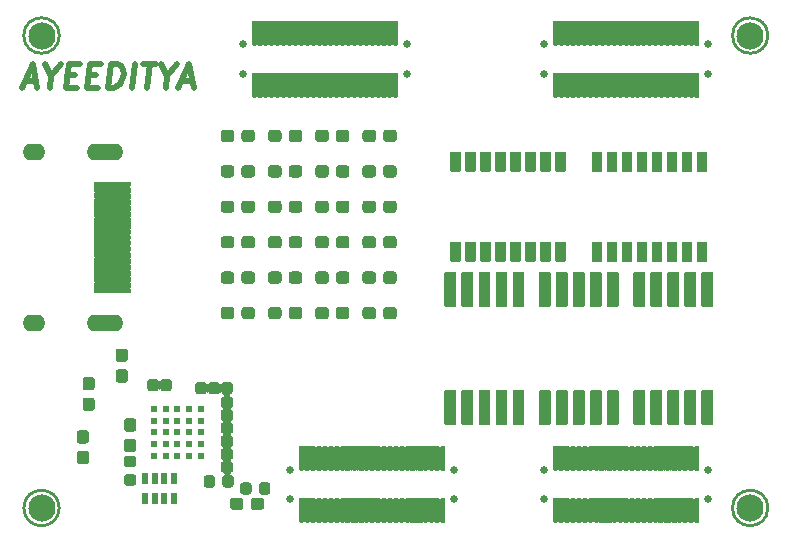
<source format=gbr>
G04 #@! TF.GenerationSoftware,KiCad,Pcbnew,(5.99.0-1662-g9db296991)*
G04 #@! TF.CreationDate,2020-06-19T13:25:48+05:30*
G04 #@! TF.ProjectId,Alchitry_IO_Shield,416c6368-6974-4727-995f-494f5f536869,rev?*
G04 #@! TF.SameCoordinates,Original*
G04 #@! TF.FileFunction,Soldermask,Top*
G04 #@! TF.FilePolarity,Negative*
%FSLAX46Y46*%
G04 Gerber Fmt 4.6, Leading zero omitted, Abs format (unit mm)*
G04 Created by KiCad (PCBNEW (5.99.0-1662-g9db296991)) date 2020-06-19 13:25:48*
%MOMM*%
%LPD*%
G01*
G04 APERTURE LIST*
%ADD10C,0.500000*%
%ADD11C,0.254000*%
%ADD12O,3.102000X1.402000*%
%ADD13O,1.902000X1.402000*%
%ADD14C,0.652000*%
%ADD15C,2.302000*%
%ADD16C,0.602000*%
G04 APERTURE END LIST*
D10*
X13086845Y-18333333D02*
X14039226Y-18333333D01*
X12824940Y-18904761D02*
X13741607Y-16904761D01*
X14158273Y-18904761D01*
X15324940Y-17952380D02*
X15205892Y-18904761D01*
X14789226Y-16904761D02*
X15324940Y-17952380D01*
X16122559Y-16904761D01*
X16670178Y-17857142D02*
X17336845Y-17857142D01*
X17491607Y-18904761D02*
X16539226Y-18904761D01*
X16789226Y-16904761D01*
X17741607Y-16904761D01*
X18479702Y-17857142D02*
X19146369Y-17857142D01*
X19301130Y-18904761D02*
X18348750Y-18904761D01*
X18598750Y-16904761D01*
X19551130Y-16904761D01*
X20158273Y-18904761D02*
X20408273Y-16904761D01*
X20884464Y-16904761D01*
X21158273Y-17000000D01*
X21324940Y-17190476D01*
X21396369Y-17380952D01*
X21443988Y-17761904D01*
X21408273Y-18047619D01*
X21265416Y-18428571D01*
X21146369Y-18619047D01*
X20932083Y-18809523D01*
X20634464Y-18904761D01*
X20158273Y-18904761D01*
X22158273Y-18904761D02*
X22408273Y-16904761D01*
X23074940Y-16904761D02*
X24217797Y-16904761D01*
X23396369Y-18904761D02*
X23646369Y-16904761D01*
X25134464Y-17952380D02*
X25015416Y-18904761D01*
X24598750Y-16904761D02*
X25134464Y-17952380D01*
X25932083Y-16904761D01*
X26324940Y-18333333D02*
X27277321Y-18333333D01*
X26063035Y-18904761D02*
X26979702Y-16904761D01*
X27396369Y-18904761D01*
D11*
X76000000Y-14500000D02*
G75*
G03*
X76000000Y-14500000I-1500000J0D01*
G01*
X16000000Y-14500000D02*
G75*
G03*
X16000000Y-14500000I-1500000J0D01*
G01*
X76000000Y-54500000D02*
G75*
G03*
X76000000Y-54500000I-1500000J0D01*
G01*
X16000000Y-54500000D02*
G75*
G03*
X16000000Y-54500000I-1500000J0D01*
G01*
D10*
X13086845Y-18333333D02*
X14039226Y-18333333D01*
X12824940Y-18904761D02*
X13741607Y-16904761D01*
X14158273Y-18904761D01*
X15324940Y-17952380D02*
X15205892Y-18904761D01*
X14789226Y-16904761D02*
X15324940Y-17952380D01*
X16122559Y-16904761D01*
X16670178Y-17857142D02*
X17336845Y-17857142D01*
X17491607Y-18904761D02*
X16539226Y-18904761D01*
X16789226Y-16904761D01*
X17741607Y-16904761D01*
X18479702Y-17857142D02*
X19146369Y-17857142D01*
X19301130Y-18904761D02*
X18348750Y-18904761D01*
X18598750Y-16904761D01*
X19551130Y-16904761D01*
X20158273Y-18904761D02*
X20408273Y-16904761D01*
X20884464Y-16904761D01*
X21158273Y-17000000D01*
X21324940Y-17190476D01*
X21396369Y-17380952D01*
X21443988Y-17761904D01*
X21408273Y-18047619D01*
X21265416Y-18428571D01*
X21146369Y-18619047D01*
X20932083Y-18809523D01*
X20634464Y-18904761D01*
X20158273Y-18904761D01*
X22158273Y-18904761D02*
X22408273Y-16904761D01*
X23074940Y-16904761D02*
X24217797Y-16904761D01*
X23396369Y-18904761D02*
X23646369Y-16904761D01*
X25134464Y-17952380D02*
X25015416Y-18904761D01*
X24598750Y-16904761D02*
X25134464Y-17952380D01*
X25932083Y-16904761D01*
X26324940Y-18333333D02*
X27277321Y-18333333D01*
X26063035Y-18904761D02*
X26979702Y-16904761D01*
X27396369Y-18904761D01*
D11*
X76000000Y-14500000D02*
G75*
G03*
X76000000Y-14500000I-1500000J0D01*
G01*
X16000000Y-14500000D02*
G75*
G03*
X16000000Y-14500000I-1500000J0D01*
G01*
X76000000Y-54500000D02*
G75*
G03*
X76000000Y-54500000I-1500000J0D01*
G01*
X16000000Y-54500000D02*
G75*
G03*
X16000000Y-54500000I-1500000J0D01*
G01*
G36*
G01*
X24438500Y-43818250D02*
X24438500Y-44381750D01*
G75*
G02*
X24194250Y-44626000I-244250J0D01*
G01*
X23705750Y-44626000D01*
G75*
G02*
X23461500Y-44381750I0J244250D01*
G01*
X23461500Y-43818250D01*
G75*
G02*
X23705750Y-43574000I244250J0D01*
G01*
X24194250Y-43574000D01*
G75*
G02*
X24438500Y-43818250I0J-244250D01*
G01*
G37*
G36*
G01*
X25526000Y-43818250D02*
X25526000Y-44381750D01*
G75*
G02*
X25281750Y-44626000I-244250J0D01*
G01*
X24793250Y-44626000D01*
G75*
G02*
X24549000Y-44381750I0J244250D01*
G01*
X24549000Y-43818250D01*
G75*
G02*
X24793250Y-43574000I244250J0D01*
G01*
X25281750Y-43574000D01*
G75*
G02*
X25526000Y-43818250I0J-244250D01*
G01*
G37*
G36*
G01*
X30481750Y-50438500D02*
X29918250Y-50438500D01*
G75*
G02*
X29674000Y-50194250I0J244250D01*
G01*
X29674000Y-49705750D01*
G75*
G02*
X29918250Y-49461500I244250J0D01*
G01*
X30481750Y-49461500D01*
G75*
G02*
X30726000Y-49705750I0J-244250D01*
G01*
X30726000Y-50194250D01*
G75*
G02*
X30481750Y-50438500I-244250J0D01*
G01*
G37*
G36*
G01*
X29918250Y-48361500D02*
X30481750Y-48361500D01*
G75*
G02*
X30726000Y-48605750I0J-244250D01*
G01*
X30726000Y-49094250D01*
G75*
G02*
X30481750Y-49338500I-244250J0D01*
G01*
X29918250Y-49338500D01*
G75*
G02*
X29674000Y-49094250I0J244250D01*
G01*
X29674000Y-48605750D01*
G75*
G02*
X29918250Y-48361500I244250J0D01*
G01*
G37*
G36*
G01*
X30481750Y-51526000D02*
X29918250Y-51526000D01*
G75*
G02*
X29674000Y-51281750I0J244250D01*
G01*
X29674000Y-50793250D01*
G75*
G02*
X29918250Y-50549000I244250J0D01*
G01*
X30481750Y-50549000D01*
G75*
G02*
X30726000Y-50793250I0J-244250D01*
G01*
X30726000Y-51281750D01*
G75*
G02*
X30481750Y-51526000I-244250J0D01*
G01*
G37*
G36*
G01*
X30481750Y-47138500D02*
X29918250Y-47138500D01*
G75*
G02*
X29674000Y-46894250I0J244250D01*
G01*
X29674000Y-46405750D01*
G75*
G02*
X29918250Y-46161500I244250J0D01*
G01*
X30481750Y-46161500D01*
G75*
G02*
X30726000Y-46405750I0J-244250D01*
G01*
X30726000Y-46894250D01*
G75*
G02*
X30481750Y-47138500I-244250J0D01*
G01*
G37*
G36*
G01*
X29918250Y-45061500D02*
X30481750Y-45061500D01*
G75*
G02*
X30726000Y-45305750I0J-244250D01*
G01*
X30726000Y-45794250D01*
G75*
G02*
X30481750Y-46038500I-244250J0D01*
G01*
X29918250Y-46038500D01*
G75*
G02*
X29674000Y-45794250I0J244250D01*
G01*
X29674000Y-45305750D01*
G75*
G02*
X29918250Y-45061500I244250J0D01*
G01*
G37*
G36*
G01*
X30481750Y-48226000D02*
X29918250Y-48226000D01*
G75*
G02*
X29674000Y-47981750I0J244250D01*
G01*
X29674000Y-47493250D01*
G75*
G02*
X29918250Y-47249000I244250J0D01*
G01*
X30481750Y-47249000D01*
G75*
G02*
X30726000Y-47493250I0J-244250D01*
G01*
X30726000Y-47981750D01*
G75*
G02*
X30481750Y-48226000I-244250J0D01*
G01*
G37*
G36*
G01*
X28611500Y-44631750D02*
X28611500Y-44068250D01*
G75*
G02*
X28855750Y-43824000I244250J0D01*
G01*
X29344250Y-43824000D01*
G75*
G02*
X29588500Y-44068250I0J-244250D01*
G01*
X29588500Y-44631750D01*
G75*
G02*
X29344250Y-44876000I-244250J0D01*
G01*
X28855750Y-44876000D01*
G75*
G02*
X28611500Y-44631750I0J244250D01*
G01*
G37*
G36*
G01*
X30688500Y-44068250D02*
X30688500Y-44631750D01*
G75*
G02*
X30444250Y-44876000I-244250J0D01*
G01*
X29955750Y-44876000D01*
G75*
G02*
X29711500Y-44631750I0J244250D01*
G01*
X29711500Y-44068250D01*
G75*
G02*
X29955750Y-43824000I244250J0D01*
G01*
X30444250Y-43824000D01*
G75*
G02*
X30688500Y-44068250I0J-244250D01*
G01*
G37*
G36*
G01*
X27524000Y-44631750D02*
X27524000Y-44068250D01*
G75*
G02*
X27768250Y-43824000I244250J0D01*
G01*
X28256750Y-43824000D01*
G75*
G02*
X28501000Y-44068250I0J-244250D01*
G01*
X28501000Y-44631750D01*
G75*
G02*
X28256750Y-44876000I-244250J0D01*
G01*
X27768250Y-44876000D01*
G75*
G02*
X27524000Y-44631750I0J244250D01*
G01*
G37*
G36*
G01*
X19000000Y-34399000D02*
X22000000Y-34399000D01*
G75*
G02*
X22051000Y-34450000I0J-51000D01*
G01*
X22051000Y-34750000D01*
G75*
G02*
X22000000Y-34801000I-51000J0D01*
G01*
X19000000Y-34801000D01*
G75*
G02*
X18949000Y-34750000I0J51000D01*
G01*
X18949000Y-34450000D01*
G75*
G02*
X19000000Y-34399000I51000J0D01*
G01*
G37*
G36*
G01*
X19000000Y-35399000D02*
X22000000Y-35399000D01*
G75*
G02*
X22051000Y-35450000I0J-51000D01*
G01*
X22051000Y-35750000D01*
G75*
G02*
X22000000Y-35801000I-51000J0D01*
G01*
X19000000Y-35801000D01*
G75*
G02*
X18949000Y-35750000I0J51000D01*
G01*
X18949000Y-35450000D01*
G75*
G02*
X19000000Y-35399000I51000J0D01*
G01*
G37*
G36*
G01*
X19000000Y-35899000D02*
X22000000Y-35899000D01*
G75*
G02*
X22051000Y-35950000I0J-51000D01*
G01*
X22051000Y-36250000D01*
G75*
G02*
X22000000Y-36301000I-51000J0D01*
G01*
X19000000Y-36301000D01*
G75*
G02*
X18949000Y-36250000I0J51000D01*
G01*
X18949000Y-35950000D01*
G75*
G02*
X19000000Y-35899000I51000J0D01*
G01*
G37*
G36*
G01*
X19000000Y-34899000D02*
X22000000Y-34899000D01*
G75*
G02*
X22051000Y-34950000I0J-51000D01*
G01*
X22051000Y-35250000D01*
G75*
G02*
X22000000Y-35301000I-51000J0D01*
G01*
X19000000Y-35301000D01*
G75*
G02*
X18949000Y-35250000I0J51000D01*
G01*
X18949000Y-34950000D01*
G75*
G02*
X19000000Y-34899000I51000J0D01*
G01*
G37*
G36*
G01*
X19000000Y-33399000D02*
X22000000Y-33399000D01*
G75*
G02*
X22051000Y-33450000I0J-51000D01*
G01*
X22051000Y-33750000D01*
G75*
G02*
X22000000Y-33801000I-51000J0D01*
G01*
X19000000Y-33801000D01*
G75*
G02*
X18949000Y-33750000I0J51000D01*
G01*
X18949000Y-33450000D01*
G75*
G02*
X19000000Y-33399000I51000J0D01*
G01*
G37*
G36*
G01*
X19000000Y-33899000D02*
X22000000Y-33899000D01*
G75*
G02*
X22051000Y-33950000I0J-51000D01*
G01*
X22051000Y-34250000D01*
G75*
G02*
X22000000Y-34301000I-51000J0D01*
G01*
X19000000Y-34301000D01*
G75*
G02*
X18949000Y-34250000I0J51000D01*
G01*
X18949000Y-33950000D01*
G75*
G02*
X19000000Y-33899000I51000J0D01*
G01*
G37*
G36*
G01*
X19000000Y-26899000D02*
X22000000Y-26899000D01*
G75*
G02*
X22051000Y-26950000I0J-51000D01*
G01*
X22051000Y-27250000D01*
G75*
G02*
X22000000Y-27301000I-51000J0D01*
G01*
X19000000Y-27301000D01*
G75*
G02*
X18949000Y-27250000I0J51000D01*
G01*
X18949000Y-26950000D01*
G75*
G02*
X19000000Y-26899000I51000J0D01*
G01*
G37*
D12*
X19900000Y-38850000D03*
G36*
G01*
X19000000Y-32899000D02*
X22000000Y-32899000D01*
G75*
G02*
X22051000Y-32950000I0J-51000D01*
G01*
X22051000Y-33250000D01*
G75*
G02*
X22000000Y-33301000I-51000J0D01*
G01*
X19000000Y-33301000D01*
G75*
G02*
X18949000Y-33250000I0J51000D01*
G01*
X18949000Y-32950000D01*
G75*
G02*
X19000000Y-32899000I51000J0D01*
G01*
G37*
G36*
G01*
X19000000Y-32399000D02*
X22000000Y-32399000D01*
G75*
G02*
X22051000Y-32450000I0J-51000D01*
G01*
X22051000Y-32750000D01*
G75*
G02*
X22000000Y-32801000I-51000J0D01*
G01*
X19000000Y-32801000D01*
G75*
G02*
X18949000Y-32750000I0J51000D01*
G01*
X18949000Y-32450000D01*
G75*
G02*
X19000000Y-32399000I51000J0D01*
G01*
G37*
G36*
G01*
X19000000Y-29399000D02*
X22000000Y-29399000D01*
G75*
G02*
X22051000Y-29450000I0J-51000D01*
G01*
X22051000Y-29750000D01*
G75*
G02*
X22000000Y-29801000I-51000J0D01*
G01*
X19000000Y-29801000D01*
G75*
G02*
X18949000Y-29750000I0J51000D01*
G01*
X18949000Y-29450000D01*
G75*
G02*
X19000000Y-29399000I51000J0D01*
G01*
G37*
G36*
G01*
X19000000Y-31899000D02*
X22000000Y-31899000D01*
G75*
G02*
X22051000Y-31950000I0J-51000D01*
G01*
X22051000Y-32250000D01*
G75*
G02*
X22000000Y-32301000I-51000J0D01*
G01*
X19000000Y-32301000D01*
G75*
G02*
X18949000Y-32250000I0J51000D01*
G01*
X18949000Y-31950000D01*
G75*
G02*
X19000000Y-31899000I51000J0D01*
G01*
G37*
G36*
G01*
X19000000Y-31399000D02*
X22000000Y-31399000D01*
G75*
G02*
X22051000Y-31450000I0J-51000D01*
G01*
X22051000Y-31750000D01*
G75*
G02*
X22000000Y-31801000I-51000J0D01*
G01*
X19000000Y-31801000D01*
G75*
G02*
X18949000Y-31750000I0J51000D01*
G01*
X18949000Y-31450000D01*
G75*
G02*
X19000000Y-31399000I51000J0D01*
G01*
G37*
G36*
G01*
X19000000Y-30899000D02*
X22000000Y-30899000D01*
G75*
G02*
X22051000Y-30950000I0J-51000D01*
G01*
X22051000Y-31250000D01*
G75*
G02*
X22000000Y-31301000I-51000J0D01*
G01*
X19000000Y-31301000D01*
G75*
G02*
X18949000Y-31250000I0J51000D01*
G01*
X18949000Y-30950000D01*
G75*
G02*
X19000000Y-30899000I51000J0D01*
G01*
G37*
G36*
G01*
X19000000Y-29899000D02*
X22000000Y-29899000D01*
G75*
G02*
X22051000Y-29950000I0J-51000D01*
G01*
X22051000Y-30250000D01*
G75*
G02*
X22000000Y-30301000I-51000J0D01*
G01*
X19000000Y-30301000D01*
G75*
G02*
X18949000Y-30250000I0J51000D01*
G01*
X18949000Y-29950000D01*
G75*
G02*
X19000000Y-29899000I51000J0D01*
G01*
G37*
G36*
G01*
X19000000Y-28899000D02*
X22000000Y-28899000D01*
G75*
G02*
X22051000Y-28950000I0J-51000D01*
G01*
X22051000Y-29250000D01*
G75*
G02*
X22000000Y-29301000I-51000J0D01*
G01*
X19000000Y-29301000D01*
G75*
G02*
X18949000Y-29250000I0J51000D01*
G01*
X18949000Y-28950000D01*
G75*
G02*
X19000000Y-28899000I51000J0D01*
G01*
G37*
G36*
G01*
X19000000Y-27899000D02*
X22000000Y-27899000D01*
G75*
G02*
X22051000Y-27950000I0J-51000D01*
G01*
X22051000Y-28250000D01*
G75*
G02*
X22000000Y-28301000I-51000J0D01*
G01*
X19000000Y-28301000D01*
G75*
G02*
X18949000Y-28250000I0J51000D01*
G01*
X18949000Y-27950000D01*
G75*
G02*
X19000000Y-27899000I51000J0D01*
G01*
G37*
X19900000Y-24350000D03*
D13*
X13900000Y-24350000D03*
G36*
G01*
X19000000Y-27399000D02*
X22000000Y-27399000D01*
G75*
G02*
X22051000Y-27450000I0J-51000D01*
G01*
X22051000Y-27750000D01*
G75*
G02*
X22000000Y-27801000I-51000J0D01*
G01*
X19000000Y-27801000D01*
G75*
G02*
X18949000Y-27750000I0J51000D01*
G01*
X18949000Y-27450000D01*
G75*
G02*
X19000000Y-27399000I51000J0D01*
G01*
G37*
X13900000Y-38850000D03*
G36*
G01*
X19000000Y-28399000D02*
X22000000Y-28399000D01*
G75*
G02*
X22051000Y-28450000I0J-51000D01*
G01*
X22051000Y-28750000D01*
G75*
G02*
X22000000Y-28801000I-51000J0D01*
G01*
X19000000Y-28801000D01*
G75*
G02*
X18949000Y-28750000I0J51000D01*
G01*
X18949000Y-28450000D01*
G75*
G02*
X19000000Y-28399000I51000J0D01*
G01*
G37*
G36*
G01*
X19000000Y-30399000D02*
X22000000Y-30399000D01*
G75*
G02*
X22051000Y-30450000I0J-51000D01*
G01*
X22051000Y-30750000D01*
G75*
G02*
X22000000Y-30801000I-51000J0D01*
G01*
X19000000Y-30801000D01*
G75*
G02*
X18949000Y-30750000I0J51000D01*
G01*
X18949000Y-30450000D01*
G75*
G02*
X19000000Y-30399000I51000J0D01*
G01*
G37*
G36*
G01*
X49935000Y-33661000D02*
X49175000Y-33661000D01*
G75*
G02*
X49124000Y-33610000I0J51000D01*
G01*
X49124000Y-32010000D01*
G75*
G02*
X49175000Y-31959000I51000J0D01*
G01*
X49935000Y-31959000D01*
G75*
G02*
X49986000Y-32010000I0J-51000D01*
G01*
X49986000Y-33610000D01*
G75*
G02*
X49935000Y-33661000I-51000J0D01*
G01*
G37*
G36*
G01*
X58825000Y-26041000D02*
X58065000Y-26041000D01*
G75*
G02*
X58014000Y-25990000I0J51000D01*
G01*
X58014000Y-24390000D01*
G75*
G02*
X58065000Y-24339000I51000J0D01*
G01*
X58825000Y-24339000D01*
G75*
G02*
X58876000Y-24390000I0J-51000D01*
G01*
X58876000Y-25990000D01*
G75*
G02*
X58825000Y-26041000I-51000J0D01*
G01*
G37*
G36*
G01*
X51205000Y-33661000D02*
X50445000Y-33661000D01*
G75*
G02*
X50394000Y-33610000I0J51000D01*
G01*
X50394000Y-32010000D01*
G75*
G02*
X50445000Y-31959000I51000J0D01*
G01*
X51205000Y-31959000D01*
G75*
G02*
X51256000Y-32010000I0J-51000D01*
G01*
X51256000Y-33610000D01*
G75*
G02*
X51205000Y-33661000I-51000J0D01*
G01*
G37*
G36*
G01*
X57555000Y-26041000D02*
X56795000Y-26041000D01*
G75*
G02*
X56744000Y-25990000I0J51000D01*
G01*
X56744000Y-24390000D01*
G75*
G02*
X56795000Y-24339000I51000J0D01*
G01*
X57555000Y-24339000D01*
G75*
G02*
X57606000Y-24390000I0J-51000D01*
G01*
X57606000Y-25990000D01*
G75*
G02*
X57555000Y-26041000I-51000J0D01*
G01*
G37*
G36*
G01*
X52475000Y-33661000D02*
X51715000Y-33661000D01*
G75*
G02*
X51664000Y-33610000I0J51000D01*
G01*
X51664000Y-32010000D01*
G75*
G02*
X51715000Y-31959000I51000J0D01*
G01*
X52475000Y-31959000D01*
G75*
G02*
X52526000Y-32010000I0J-51000D01*
G01*
X52526000Y-33610000D01*
G75*
G02*
X52475000Y-33661000I-51000J0D01*
G01*
G37*
G36*
G01*
X56285000Y-26041000D02*
X55525000Y-26041000D01*
G75*
G02*
X55474000Y-25990000I0J51000D01*
G01*
X55474000Y-24390000D01*
G75*
G02*
X55525000Y-24339000I51000J0D01*
G01*
X56285000Y-24339000D01*
G75*
G02*
X56336000Y-24390000I0J-51000D01*
G01*
X56336000Y-25990000D01*
G75*
G02*
X56285000Y-26041000I-51000J0D01*
G01*
G37*
G36*
G01*
X53745000Y-33661000D02*
X52985000Y-33661000D01*
G75*
G02*
X52934000Y-33610000I0J51000D01*
G01*
X52934000Y-32010000D01*
G75*
G02*
X52985000Y-31959000I51000J0D01*
G01*
X53745000Y-31959000D01*
G75*
G02*
X53796000Y-32010000I0J-51000D01*
G01*
X53796000Y-33610000D01*
G75*
G02*
X53745000Y-33661000I-51000J0D01*
G01*
G37*
G36*
G01*
X55015000Y-26041000D02*
X54255000Y-26041000D01*
G75*
G02*
X54204000Y-25990000I0J51000D01*
G01*
X54204000Y-24390000D01*
G75*
G02*
X54255000Y-24339000I51000J0D01*
G01*
X55015000Y-24339000D01*
G75*
G02*
X55066000Y-24390000I0J-51000D01*
G01*
X55066000Y-25990000D01*
G75*
G02*
X55015000Y-26041000I-51000J0D01*
G01*
G37*
G36*
G01*
X55015000Y-33661000D02*
X54255000Y-33661000D01*
G75*
G02*
X54204000Y-33610000I0J51000D01*
G01*
X54204000Y-32010000D01*
G75*
G02*
X54255000Y-31959000I51000J0D01*
G01*
X55015000Y-31959000D01*
G75*
G02*
X55066000Y-32010000I0J-51000D01*
G01*
X55066000Y-33610000D01*
G75*
G02*
X55015000Y-33661000I-51000J0D01*
G01*
G37*
G36*
G01*
X53745000Y-26041000D02*
X52985000Y-26041000D01*
G75*
G02*
X52934000Y-25990000I0J51000D01*
G01*
X52934000Y-24390000D01*
G75*
G02*
X52985000Y-24339000I51000J0D01*
G01*
X53745000Y-24339000D01*
G75*
G02*
X53796000Y-24390000I0J-51000D01*
G01*
X53796000Y-25990000D01*
G75*
G02*
X53745000Y-26041000I-51000J0D01*
G01*
G37*
G36*
G01*
X56285000Y-33661000D02*
X55525000Y-33661000D01*
G75*
G02*
X55474000Y-33610000I0J51000D01*
G01*
X55474000Y-32010000D01*
G75*
G02*
X55525000Y-31959000I51000J0D01*
G01*
X56285000Y-31959000D01*
G75*
G02*
X56336000Y-32010000I0J-51000D01*
G01*
X56336000Y-33610000D01*
G75*
G02*
X56285000Y-33661000I-51000J0D01*
G01*
G37*
G36*
G01*
X52475000Y-26041000D02*
X51715000Y-26041000D01*
G75*
G02*
X51664000Y-25990000I0J51000D01*
G01*
X51664000Y-24390000D01*
G75*
G02*
X51715000Y-24339000I51000J0D01*
G01*
X52475000Y-24339000D01*
G75*
G02*
X52526000Y-24390000I0J-51000D01*
G01*
X52526000Y-25990000D01*
G75*
G02*
X52475000Y-26041000I-51000J0D01*
G01*
G37*
G36*
G01*
X57555000Y-33661000D02*
X56795000Y-33661000D01*
G75*
G02*
X56744000Y-33610000I0J51000D01*
G01*
X56744000Y-32010000D01*
G75*
G02*
X56795000Y-31959000I51000J0D01*
G01*
X57555000Y-31959000D01*
G75*
G02*
X57606000Y-32010000I0J-51000D01*
G01*
X57606000Y-33610000D01*
G75*
G02*
X57555000Y-33661000I-51000J0D01*
G01*
G37*
G36*
G01*
X51205000Y-26041000D02*
X50445000Y-26041000D01*
G75*
G02*
X50394000Y-25990000I0J51000D01*
G01*
X50394000Y-24390000D01*
G75*
G02*
X50445000Y-24339000I51000J0D01*
G01*
X51205000Y-24339000D01*
G75*
G02*
X51256000Y-24390000I0J-51000D01*
G01*
X51256000Y-25990000D01*
G75*
G02*
X51205000Y-26041000I-51000J0D01*
G01*
G37*
G36*
G01*
X58825000Y-33661000D02*
X58065000Y-33661000D01*
G75*
G02*
X58014000Y-33610000I0J51000D01*
G01*
X58014000Y-32010000D01*
G75*
G02*
X58065000Y-31959000I51000J0D01*
G01*
X58825000Y-31959000D01*
G75*
G02*
X58876000Y-32010000I0J-51000D01*
G01*
X58876000Y-33610000D01*
G75*
G02*
X58825000Y-33661000I-51000J0D01*
G01*
G37*
G36*
G01*
X49935000Y-26041000D02*
X49175000Y-26041000D01*
G75*
G02*
X49124000Y-25990000I0J51000D01*
G01*
X49124000Y-24390000D01*
G75*
G02*
X49175000Y-24339000I51000J0D01*
G01*
X49935000Y-24339000D01*
G75*
G02*
X49986000Y-24390000I0J-51000D01*
G01*
X49986000Y-25990000D01*
G75*
G02*
X49935000Y-26041000I-51000J0D01*
G01*
G37*
G36*
G01*
X49570000Y-37451000D02*
X48670000Y-37451000D01*
G75*
G02*
X48619000Y-37400000I0J51000D01*
G01*
X48619000Y-34600000D01*
G75*
G02*
X48670000Y-34549000I51000J0D01*
G01*
X49570000Y-34549000D01*
G75*
G02*
X49621000Y-34600000I0J-51000D01*
G01*
X49621000Y-37400000D01*
G75*
G02*
X49570000Y-37451000I-51000J0D01*
G01*
G37*
G36*
G01*
X51010000Y-37451000D02*
X50110000Y-37451000D01*
G75*
G02*
X50059000Y-37400000I0J51000D01*
G01*
X50059000Y-34600000D01*
G75*
G02*
X50110000Y-34549000I51000J0D01*
G01*
X51010000Y-34549000D01*
G75*
G02*
X51061000Y-34600000I0J-51000D01*
G01*
X51061000Y-37400000D01*
G75*
G02*
X51010000Y-37451000I-51000J0D01*
G01*
G37*
G36*
G01*
X52450000Y-37451000D02*
X51550000Y-37451000D01*
G75*
G02*
X51499000Y-37400000I0J51000D01*
G01*
X51499000Y-34600000D01*
G75*
G02*
X51550000Y-34549000I51000J0D01*
G01*
X52450000Y-34549000D01*
G75*
G02*
X52501000Y-34600000I0J-51000D01*
G01*
X52501000Y-37400000D01*
G75*
G02*
X52450000Y-37451000I-51000J0D01*
G01*
G37*
G36*
G01*
X53890000Y-37451000D02*
X52990000Y-37451000D01*
G75*
G02*
X52939000Y-37400000I0J51000D01*
G01*
X52939000Y-34600000D01*
G75*
G02*
X52990000Y-34549000I51000J0D01*
G01*
X53890000Y-34549000D01*
G75*
G02*
X53941000Y-34600000I0J-51000D01*
G01*
X53941000Y-37400000D01*
G75*
G02*
X53890000Y-37451000I-51000J0D01*
G01*
G37*
G36*
G01*
X55330000Y-37451000D02*
X54430000Y-37451000D01*
G75*
G02*
X54379000Y-37400000I0J51000D01*
G01*
X54379000Y-34600000D01*
G75*
G02*
X54430000Y-34549000I51000J0D01*
G01*
X55330000Y-34549000D01*
G75*
G02*
X55381000Y-34600000I0J-51000D01*
G01*
X55381000Y-37400000D01*
G75*
G02*
X55330000Y-37451000I-51000J0D01*
G01*
G37*
G36*
G01*
X55330000Y-47451000D02*
X54430000Y-47451000D01*
G75*
G02*
X54379000Y-47400000I0J51000D01*
G01*
X54379000Y-44600000D01*
G75*
G02*
X54430000Y-44549000I51000J0D01*
G01*
X55330000Y-44549000D01*
G75*
G02*
X55381000Y-44600000I0J-51000D01*
G01*
X55381000Y-47400000D01*
G75*
G02*
X55330000Y-47451000I-51000J0D01*
G01*
G37*
G36*
G01*
X53890000Y-47451000D02*
X52990000Y-47451000D01*
G75*
G02*
X52939000Y-47400000I0J51000D01*
G01*
X52939000Y-44600000D01*
G75*
G02*
X52990000Y-44549000I51000J0D01*
G01*
X53890000Y-44549000D01*
G75*
G02*
X53941000Y-44600000I0J-51000D01*
G01*
X53941000Y-47400000D01*
G75*
G02*
X53890000Y-47451000I-51000J0D01*
G01*
G37*
G36*
G01*
X52450000Y-47451000D02*
X51550000Y-47451000D01*
G75*
G02*
X51499000Y-47400000I0J51000D01*
G01*
X51499000Y-44600000D01*
G75*
G02*
X51550000Y-44549000I51000J0D01*
G01*
X52450000Y-44549000D01*
G75*
G02*
X52501000Y-44600000I0J-51000D01*
G01*
X52501000Y-47400000D01*
G75*
G02*
X52450000Y-47451000I-51000J0D01*
G01*
G37*
G36*
G01*
X51010000Y-47451000D02*
X50110000Y-47451000D01*
G75*
G02*
X50059000Y-47400000I0J51000D01*
G01*
X50059000Y-44600000D01*
G75*
G02*
X50110000Y-44549000I51000J0D01*
G01*
X51010000Y-44549000D01*
G75*
G02*
X51061000Y-44600000I0J-51000D01*
G01*
X51061000Y-47400000D01*
G75*
G02*
X51010000Y-47451000I-51000J0D01*
G01*
G37*
G36*
G01*
X49570000Y-47451000D02*
X48670000Y-47451000D01*
G75*
G02*
X48619000Y-47400000I0J51000D01*
G01*
X48619000Y-44600000D01*
G75*
G02*
X48670000Y-44549000I51000J0D01*
G01*
X49570000Y-44549000D01*
G75*
G02*
X49621000Y-44600000I0J-51000D01*
G01*
X49621000Y-47400000D01*
G75*
G02*
X49570000Y-47451000I-51000J0D01*
G01*
G37*
G36*
G01*
X57570000Y-37451000D02*
X56670000Y-37451000D01*
G75*
G02*
X56619000Y-37400000I0J51000D01*
G01*
X56619000Y-34600000D01*
G75*
G02*
X56670000Y-34549000I51000J0D01*
G01*
X57570000Y-34549000D01*
G75*
G02*
X57621000Y-34600000I0J-51000D01*
G01*
X57621000Y-37400000D01*
G75*
G02*
X57570000Y-37451000I-51000J0D01*
G01*
G37*
G36*
G01*
X59010000Y-37451000D02*
X58110000Y-37451000D01*
G75*
G02*
X58059000Y-37400000I0J51000D01*
G01*
X58059000Y-34600000D01*
G75*
G02*
X58110000Y-34549000I51000J0D01*
G01*
X59010000Y-34549000D01*
G75*
G02*
X59061000Y-34600000I0J-51000D01*
G01*
X59061000Y-37400000D01*
G75*
G02*
X59010000Y-37451000I-51000J0D01*
G01*
G37*
G36*
G01*
X60450000Y-37451000D02*
X59550000Y-37451000D01*
G75*
G02*
X59499000Y-37400000I0J51000D01*
G01*
X59499000Y-34600000D01*
G75*
G02*
X59550000Y-34549000I51000J0D01*
G01*
X60450000Y-34549000D01*
G75*
G02*
X60501000Y-34600000I0J-51000D01*
G01*
X60501000Y-37400000D01*
G75*
G02*
X60450000Y-37451000I-51000J0D01*
G01*
G37*
G36*
G01*
X61890000Y-37451000D02*
X60990000Y-37451000D01*
G75*
G02*
X60939000Y-37400000I0J51000D01*
G01*
X60939000Y-34600000D01*
G75*
G02*
X60990000Y-34549000I51000J0D01*
G01*
X61890000Y-34549000D01*
G75*
G02*
X61941000Y-34600000I0J-51000D01*
G01*
X61941000Y-37400000D01*
G75*
G02*
X61890000Y-37451000I-51000J0D01*
G01*
G37*
G36*
G01*
X63330000Y-37451000D02*
X62430000Y-37451000D01*
G75*
G02*
X62379000Y-37400000I0J51000D01*
G01*
X62379000Y-34600000D01*
G75*
G02*
X62430000Y-34549000I51000J0D01*
G01*
X63330000Y-34549000D01*
G75*
G02*
X63381000Y-34600000I0J-51000D01*
G01*
X63381000Y-37400000D01*
G75*
G02*
X63330000Y-37451000I-51000J0D01*
G01*
G37*
G36*
G01*
X63330000Y-47451000D02*
X62430000Y-47451000D01*
G75*
G02*
X62379000Y-47400000I0J51000D01*
G01*
X62379000Y-44600000D01*
G75*
G02*
X62430000Y-44549000I51000J0D01*
G01*
X63330000Y-44549000D01*
G75*
G02*
X63381000Y-44600000I0J-51000D01*
G01*
X63381000Y-47400000D01*
G75*
G02*
X63330000Y-47451000I-51000J0D01*
G01*
G37*
G36*
G01*
X61890000Y-47451000D02*
X60990000Y-47451000D01*
G75*
G02*
X60939000Y-47400000I0J51000D01*
G01*
X60939000Y-44600000D01*
G75*
G02*
X60990000Y-44549000I51000J0D01*
G01*
X61890000Y-44549000D01*
G75*
G02*
X61941000Y-44600000I0J-51000D01*
G01*
X61941000Y-47400000D01*
G75*
G02*
X61890000Y-47451000I-51000J0D01*
G01*
G37*
G36*
G01*
X60450000Y-47451000D02*
X59550000Y-47451000D01*
G75*
G02*
X59499000Y-47400000I0J51000D01*
G01*
X59499000Y-44600000D01*
G75*
G02*
X59550000Y-44549000I51000J0D01*
G01*
X60450000Y-44549000D01*
G75*
G02*
X60501000Y-44600000I0J-51000D01*
G01*
X60501000Y-47400000D01*
G75*
G02*
X60450000Y-47451000I-51000J0D01*
G01*
G37*
G36*
G01*
X59010000Y-47451000D02*
X58110000Y-47451000D01*
G75*
G02*
X58059000Y-47400000I0J51000D01*
G01*
X58059000Y-44600000D01*
G75*
G02*
X58110000Y-44549000I51000J0D01*
G01*
X59010000Y-44549000D01*
G75*
G02*
X59061000Y-44600000I0J-51000D01*
G01*
X59061000Y-47400000D01*
G75*
G02*
X59010000Y-47451000I-51000J0D01*
G01*
G37*
G36*
G01*
X57570000Y-47451000D02*
X56670000Y-47451000D01*
G75*
G02*
X56619000Y-47400000I0J51000D01*
G01*
X56619000Y-44600000D01*
G75*
G02*
X56670000Y-44549000I51000J0D01*
G01*
X57570000Y-44549000D01*
G75*
G02*
X57621000Y-44600000I0J-51000D01*
G01*
X57621000Y-47400000D01*
G75*
G02*
X57570000Y-47451000I-51000J0D01*
G01*
G37*
G36*
G01*
X65570000Y-37451000D02*
X64670000Y-37451000D01*
G75*
G02*
X64619000Y-37400000I0J51000D01*
G01*
X64619000Y-34600000D01*
G75*
G02*
X64670000Y-34549000I51000J0D01*
G01*
X65570000Y-34549000D01*
G75*
G02*
X65621000Y-34600000I0J-51000D01*
G01*
X65621000Y-37400000D01*
G75*
G02*
X65570000Y-37451000I-51000J0D01*
G01*
G37*
G36*
G01*
X67010000Y-37451000D02*
X66110000Y-37451000D01*
G75*
G02*
X66059000Y-37400000I0J51000D01*
G01*
X66059000Y-34600000D01*
G75*
G02*
X66110000Y-34549000I51000J0D01*
G01*
X67010000Y-34549000D01*
G75*
G02*
X67061000Y-34600000I0J-51000D01*
G01*
X67061000Y-37400000D01*
G75*
G02*
X67010000Y-37451000I-51000J0D01*
G01*
G37*
G36*
G01*
X68450000Y-37451000D02*
X67550000Y-37451000D01*
G75*
G02*
X67499000Y-37400000I0J51000D01*
G01*
X67499000Y-34600000D01*
G75*
G02*
X67550000Y-34549000I51000J0D01*
G01*
X68450000Y-34549000D01*
G75*
G02*
X68501000Y-34600000I0J-51000D01*
G01*
X68501000Y-37400000D01*
G75*
G02*
X68450000Y-37451000I-51000J0D01*
G01*
G37*
G36*
G01*
X69890000Y-37451000D02*
X68990000Y-37451000D01*
G75*
G02*
X68939000Y-37400000I0J51000D01*
G01*
X68939000Y-34600000D01*
G75*
G02*
X68990000Y-34549000I51000J0D01*
G01*
X69890000Y-34549000D01*
G75*
G02*
X69941000Y-34600000I0J-51000D01*
G01*
X69941000Y-37400000D01*
G75*
G02*
X69890000Y-37451000I-51000J0D01*
G01*
G37*
G36*
G01*
X71330000Y-37451000D02*
X70430000Y-37451000D01*
G75*
G02*
X70379000Y-37400000I0J51000D01*
G01*
X70379000Y-34600000D01*
G75*
G02*
X70430000Y-34549000I51000J0D01*
G01*
X71330000Y-34549000D01*
G75*
G02*
X71381000Y-34600000I0J-51000D01*
G01*
X71381000Y-37400000D01*
G75*
G02*
X71330000Y-37451000I-51000J0D01*
G01*
G37*
G36*
G01*
X71330000Y-47451000D02*
X70430000Y-47451000D01*
G75*
G02*
X70379000Y-47400000I0J51000D01*
G01*
X70379000Y-44600000D01*
G75*
G02*
X70430000Y-44549000I51000J0D01*
G01*
X71330000Y-44549000D01*
G75*
G02*
X71381000Y-44600000I0J-51000D01*
G01*
X71381000Y-47400000D01*
G75*
G02*
X71330000Y-47451000I-51000J0D01*
G01*
G37*
G36*
G01*
X69890000Y-47451000D02*
X68990000Y-47451000D01*
G75*
G02*
X68939000Y-47400000I0J51000D01*
G01*
X68939000Y-44600000D01*
G75*
G02*
X68990000Y-44549000I51000J0D01*
G01*
X69890000Y-44549000D01*
G75*
G02*
X69941000Y-44600000I0J-51000D01*
G01*
X69941000Y-47400000D01*
G75*
G02*
X69890000Y-47451000I-51000J0D01*
G01*
G37*
G36*
G01*
X68450000Y-47451000D02*
X67550000Y-47451000D01*
G75*
G02*
X67499000Y-47400000I0J51000D01*
G01*
X67499000Y-44600000D01*
G75*
G02*
X67550000Y-44549000I51000J0D01*
G01*
X68450000Y-44549000D01*
G75*
G02*
X68501000Y-44600000I0J-51000D01*
G01*
X68501000Y-47400000D01*
G75*
G02*
X68450000Y-47451000I-51000J0D01*
G01*
G37*
G36*
G01*
X67010000Y-47451000D02*
X66110000Y-47451000D01*
G75*
G02*
X66059000Y-47400000I0J51000D01*
G01*
X66059000Y-44600000D01*
G75*
G02*
X66110000Y-44549000I51000J0D01*
G01*
X67010000Y-44549000D01*
G75*
G02*
X67061000Y-44600000I0J-51000D01*
G01*
X67061000Y-47400000D01*
G75*
G02*
X67010000Y-47451000I-51000J0D01*
G01*
G37*
G36*
G01*
X65570000Y-47451000D02*
X64670000Y-47451000D01*
G75*
G02*
X64619000Y-47400000I0J51000D01*
G01*
X64619000Y-44600000D01*
G75*
G02*
X64670000Y-44549000I51000J0D01*
G01*
X65570000Y-44549000D01*
G75*
G02*
X65621000Y-44600000I0J-51000D01*
G01*
X65621000Y-47400000D01*
G75*
G02*
X65570000Y-47451000I-51000J0D01*
G01*
G37*
G36*
G01*
X29674000Y-23263000D02*
X29674000Y-22737000D01*
G75*
G02*
X29937000Y-22474000I263000J0D01*
G01*
X30563000Y-22474000D01*
G75*
G02*
X30826000Y-22737000I0J-263000D01*
G01*
X30826000Y-23263000D01*
G75*
G02*
X30563000Y-23526000I-263000J0D01*
G01*
X29937000Y-23526000D01*
G75*
G02*
X29674000Y-23263000I0J263000D01*
G01*
G37*
G36*
G01*
X31424000Y-23263000D02*
X31424000Y-22737000D01*
G75*
G02*
X31687000Y-22474000I263000J0D01*
G01*
X32313000Y-22474000D01*
G75*
G02*
X32576000Y-22737000I0J-263000D01*
G01*
X32576000Y-23263000D01*
G75*
G02*
X32313000Y-23526000I-263000J0D01*
G01*
X31687000Y-23526000D01*
G75*
G02*
X31424000Y-23263000I0J263000D01*
G01*
G37*
G36*
G01*
X33674000Y-23263000D02*
X33674000Y-22737000D01*
G75*
G02*
X33937000Y-22474000I263000J0D01*
G01*
X34563000Y-22474000D01*
G75*
G02*
X34826000Y-22737000I0J-263000D01*
G01*
X34826000Y-23263000D01*
G75*
G02*
X34563000Y-23526000I-263000J0D01*
G01*
X33937000Y-23526000D01*
G75*
G02*
X33674000Y-23263000I0J263000D01*
G01*
G37*
G36*
G01*
X35424000Y-23263000D02*
X35424000Y-22737000D01*
G75*
G02*
X35687000Y-22474000I263000J0D01*
G01*
X36313000Y-22474000D01*
G75*
G02*
X36576000Y-22737000I0J-263000D01*
G01*
X36576000Y-23263000D01*
G75*
G02*
X36313000Y-23526000I-263000J0D01*
G01*
X35687000Y-23526000D01*
G75*
G02*
X35424000Y-23263000I0J263000D01*
G01*
G37*
G36*
G01*
X37674000Y-23263000D02*
X37674000Y-22737000D01*
G75*
G02*
X37937000Y-22474000I263000J0D01*
G01*
X38563000Y-22474000D01*
G75*
G02*
X38826000Y-22737000I0J-263000D01*
G01*
X38826000Y-23263000D01*
G75*
G02*
X38563000Y-23526000I-263000J0D01*
G01*
X37937000Y-23526000D01*
G75*
G02*
X37674000Y-23263000I0J263000D01*
G01*
G37*
G36*
G01*
X39424000Y-23263000D02*
X39424000Y-22737000D01*
G75*
G02*
X39687000Y-22474000I263000J0D01*
G01*
X40313000Y-22474000D01*
G75*
G02*
X40576000Y-22737000I0J-263000D01*
G01*
X40576000Y-23263000D01*
G75*
G02*
X40313000Y-23526000I-263000J0D01*
G01*
X39687000Y-23526000D01*
G75*
G02*
X39424000Y-23263000I0J263000D01*
G01*
G37*
G36*
G01*
X41674000Y-23263000D02*
X41674000Y-22737000D01*
G75*
G02*
X41937000Y-22474000I263000J0D01*
G01*
X42563000Y-22474000D01*
G75*
G02*
X42826000Y-22737000I0J-263000D01*
G01*
X42826000Y-23263000D01*
G75*
G02*
X42563000Y-23526000I-263000J0D01*
G01*
X41937000Y-23526000D01*
G75*
G02*
X41674000Y-23263000I0J263000D01*
G01*
G37*
G36*
G01*
X43424000Y-23263000D02*
X43424000Y-22737000D01*
G75*
G02*
X43687000Y-22474000I263000J0D01*
G01*
X44313000Y-22474000D01*
G75*
G02*
X44576000Y-22737000I0J-263000D01*
G01*
X44576000Y-23263000D01*
G75*
G02*
X44313000Y-23526000I-263000J0D01*
G01*
X43687000Y-23526000D01*
G75*
G02*
X43424000Y-23263000I0J263000D01*
G01*
G37*
G36*
G01*
X29674000Y-26263000D02*
X29674000Y-25737000D01*
G75*
G02*
X29937000Y-25474000I263000J0D01*
G01*
X30563000Y-25474000D01*
G75*
G02*
X30826000Y-25737000I0J-263000D01*
G01*
X30826000Y-26263000D01*
G75*
G02*
X30563000Y-26526000I-263000J0D01*
G01*
X29937000Y-26526000D01*
G75*
G02*
X29674000Y-26263000I0J263000D01*
G01*
G37*
G36*
G01*
X31424000Y-26263000D02*
X31424000Y-25737000D01*
G75*
G02*
X31687000Y-25474000I263000J0D01*
G01*
X32313000Y-25474000D01*
G75*
G02*
X32576000Y-25737000I0J-263000D01*
G01*
X32576000Y-26263000D01*
G75*
G02*
X32313000Y-26526000I-263000J0D01*
G01*
X31687000Y-26526000D01*
G75*
G02*
X31424000Y-26263000I0J263000D01*
G01*
G37*
G36*
G01*
X33674000Y-26263000D02*
X33674000Y-25737000D01*
G75*
G02*
X33937000Y-25474000I263000J0D01*
G01*
X34563000Y-25474000D01*
G75*
G02*
X34826000Y-25737000I0J-263000D01*
G01*
X34826000Y-26263000D01*
G75*
G02*
X34563000Y-26526000I-263000J0D01*
G01*
X33937000Y-26526000D01*
G75*
G02*
X33674000Y-26263000I0J263000D01*
G01*
G37*
G36*
G01*
X35424000Y-26263000D02*
X35424000Y-25737000D01*
G75*
G02*
X35687000Y-25474000I263000J0D01*
G01*
X36313000Y-25474000D01*
G75*
G02*
X36576000Y-25737000I0J-263000D01*
G01*
X36576000Y-26263000D01*
G75*
G02*
X36313000Y-26526000I-263000J0D01*
G01*
X35687000Y-26526000D01*
G75*
G02*
X35424000Y-26263000I0J263000D01*
G01*
G37*
G36*
G01*
X37674000Y-26263000D02*
X37674000Y-25737000D01*
G75*
G02*
X37937000Y-25474000I263000J0D01*
G01*
X38563000Y-25474000D01*
G75*
G02*
X38826000Y-25737000I0J-263000D01*
G01*
X38826000Y-26263000D01*
G75*
G02*
X38563000Y-26526000I-263000J0D01*
G01*
X37937000Y-26526000D01*
G75*
G02*
X37674000Y-26263000I0J263000D01*
G01*
G37*
G36*
G01*
X39424000Y-26263000D02*
X39424000Y-25737000D01*
G75*
G02*
X39687000Y-25474000I263000J0D01*
G01*
X40313000Y-25474000D01*
G75*
G02*
X40576000Y-25737000I0J-263000D01*
G01*
X40576000Y-26263000D01*
G75*
G02*
X40313000Y-26526000I-263000J0D01*
G01*
X39687000Y-26526000D01*
G75*
G02*
X39424000Y-26263000I0J263000D01*
G01*
G37*
G36*
G01*
X41674000Y-26263000D02*
X41674000Y-25737000D01*
G75*
G02*
X41937000Y-25474000I263000J0D01*
G01*
X42563000Y-25474000D01*
G75*
G02*
X42826000Y-25737000I0J-263000D01*
G01*
X42826000Y-26263000D01*
G75*
G02*
X42563000Y-26526000I-263000J0D01*
G01*
X41937000Y-26526000D01*
G75*
G02*
X41674000Y-26263000I0J263000D01*
G01*
G37*
G36*
G01*
X43424000Y-26263000D02*
X43424000Y-25737000D01*
G75*
G02*
X43687000Y-25474000I263000J0D01*
G01*
X44313000Y-25474000D01*
G75*
G02*
X44576000Y-25737000I0J-263000D01*
G01*
X44576000Y-26263000D01*
G75*
G02*
X44313000Y-26526000I-263000J0D01*
G01*
X43687000Y-26526000D01*
G75*
G02*
X43424000Y-26263000I0J263000D01*
G01*
G37*
G36*
G01*
X29674000Y-29263000D02*
X29674000Y-28737000D01*
G75*
G02*
X29937000Y-28474000I263000J0D01*
G01*
X30563000Y-28474000D01*
G75*
G02*
X30826000Y-28737000I0J-263000D01*
G01*
X30826000Y-29263000D01*
G75*
G02*
X30563000Y-29526000I-263000J0D01*
G01*
X29937000Y-29526000D01*
G75*
G02*
X29674000Y-29263000I0J263000D01*
G01*
G37*
G36*
G01*
X31424000Y-29263000D02*
X31424000Y-28737000D01*
G75*
G02*
X31687000Y-28474000I263000J0D01*
G01*
X32313000Y-28474000D01*
G75*
G02*
X32576000Y-28737000I0J-263000D01*
G01*
X32576000Y-29263000D01*
G75*
G02*
X32313000Y-29526000I-263000J0D01*
G01*
X31687000Y-29526000D01*
G75*
G02*
X31424000Y-29263000I0J263000D01*
G01*
G37*
G36*
G01*
X33674000Y-29263000D02*
X33674000Y-28737000D01*
G75*
G02*
X33937000Y-28474000I263000J0D01*
G01*
X34563000Y-28474000D01*
G75*
G02*
X34826000Y-28737000I0J-263000D01*
G01*
X34826000Y-29263000D01*
G75*
G02*
X34563000Y-29526000I-263000J0D01*
G01*
X33937000Y-29526000D01*
G75*
G02*
X33674000Y-29263000I0J263000D01*
G01*
G37*
G36*
G01*
X35424000Y-29263000D02*
X35424000Y-28737000D01*
G75*
G02*
X35687000Y-28474000I263000J0D01*
G01*
X36313000Y-28474000D01*
G75*
G02*
X36576000Y-28737000I0J-263000D01*
G01*
X36576000Y-29263000D01*
G75*
G02*
X36313000Y-29526000I-263000J0D01*
G01*
X35687000Y-29526000D01*
G75*
G02*
X35424000Y-29263000I0J263000D01*
G01*
G37*
G36*
G01*
X37674000Y-29263000D02*
X37674000Y-28737000D01*
G75*
G02*
X37937000Y-28474000I263000J0D01*
G01*
X38563000Y-28474000D01*
G75*
G02*
X38826000Y-28737000I0J-263000D01*
G01*
X38826000Y-29263000D01*
G75*
G02*
X38563000Y-29526000I-263000J0D01*
G01*
X37937000Y-29526000D01*
G75*
G02*
X37674000Y-29263000I0J263000D01*
G01*
G37*
G36*
G01*
X39424000Y-29263000D02*
X39424000Y-28737000D01*
G75*
G02*
X39687000Y-28474000I263000J0D01*
G01*
X40313000Y-28474000D01*
G75*
G02*
X40576000Y-28737000I0J-263000D01*
G01*
X40576000Y-29263000D01*
G75*
G02*
X40313000Y-29526000I-263000J0D01*
G01*
X39687000Y-29526000D01*
G75*
G02*
X39424000Y-29263000I0J263000D01*
G01*
G37*
G36*
G01*
X41674000Y-29263000D02*
X41674000Y-28737000D01*
G75*
G02*
X41937000Y-28474000I263000J0D01*
G01*
X42563000Y-28474000D01*
G75*
G02*
X42826000Y-28737000I0J-263000D01*
G01*
X42826000Y-29263000D01*
G75*
G02*
X42563000Y-29526000I-263000J0D01*
G01*
X41937000Y-29526000D01*
G75*
G02*
X41674000Y-29263000I0J263000D01*
G01*
G37*
G36*
G01*
X43424000Y-29263000D02*
X43424000Y-28737000D01*
G75*
G02*
X43687000Y-28474000I263000J0D01*
G01*
X44313000Y-28474000D01*
G75*
G02*
X44576000Y-28737000I0J-263000D01*
G01*
X44576000Y-29263000D01*
G75*
G02*
X44313000Y-29526000I-263000J0D01*
G01*
X43687000Y-29526000D01*
G75*
G02*
X43424000Y-29263000I0J263000D01*
G01*
G37*
G36*
G01*
X29674000Y-32263000D02*
X29674000Y-31737000D01*
G75*
G02*
X29937000Y-31474000I263000J0D01*
G01*
X30563000Y-31474000D01*
G75*
G02*
X30826000Y-31737000I0J-263000D01*
G01*
X30826000Y-32263000D01*
G75*
G02*
X30563000Y-32526000I-263000J0D01*
G01*
X29937000Y-32526000D01*
G75*
G02*
X29674000Y-32263000I0J263000D01*
G01*
G37*
G36*
G01*
X31424000Y-32263000D02*
X31424000Y-31737000D01*
G75*
G02*
X31687000Y-31474000I263000J0D01*
G01*
X32313000Y-31474000D01*
G75*
G02*
X32576000Y-31737000I0J-263000D01*
G01*
X32576000Y-32263000D01*
G75*
G02*
X32313000Y-32526000I-263000J0D01*
G01*
X31687000Y-32526000D01*
G75*
G02*
X31424000Y-32263000I0J263000D01*
G01*
G37*
G36*
G01*
X33674000Y-32263000D02*
X33674000Y-31737000D01*
G75*
G02*
X33937000Y-31474000I263000J0D01*
G01*
X34563000Y-31474000D01*
G75*
G02*
X34826000Y-31737000I0J-263000D01*
G01*
X34826000Y-32263000D01*
G75*
G02*
X34563000Y-32526000I-263000J0D01*
G01*
X33937000Y-32526000D01*
G75*
G02*
X33674000Y-32263000I0J263000D01*
G01*
G37*
G36*
G01*
X35424000Y-32263000D02*
X35424000Y-31737000D01*
G75*
G02*
X35687000Y-31474000I263000J0D01*
G01*
X36313000Y-31474000D01*
G75*
G02*
X36576000Y-31737000I0J-263000D01*
G01*
X36576000Y-32263000D01*
G75*
G02*
X36313000Y-32526000I-263000J0D01*
G01*
X35687000Y-32526000D01*
G75*
G02*
X35424000Y-32263000I0J263000D01*
G01*
G37*
G36*
G01*
X37674000Y-32263000D02*
X37674000Y-31737000D01*
G75*
G02*
X37937000Y-31474000I263000J0D01*
G01*
X38563000Y-31474000D01*
G75*
G02*
X38826000Y-31737000I0J-263000D01*
G01*
X38826000Y-32263000D01*
G75*
G02*
X38563000Y-32526000I-263000J0D01*
G01*
X37937000Y-32526000D01*
G75*
G02*
X37674000Y-32263000I0J263000D01*
G01*
G37*
G36*
G01*
X39424000Y-32263000D02*
X39424000Y-31737000D01*
G75*
G02*
X39687000Y-31474000I263000J0D01*
G01*
X40313000Y-31474000D01*
G75*
G02*
X40576000Y-31737000I0J-263000D01*
G01*
X40576000Y-32263000D01*
G75*
G02*
X40313000Y-32526000I-263000J0D01*
G01*
X39687000Y-32526000D01*
G75*
G02*
X39424000Y-32263000I0J263000D01*
G01*
G37*
G36*
G01*
X41674000Y-32263000D02*
X41674000Y-31737000D01*
G75*
G02*
X41937000Y-31474000I263000J0D01*
G01*
X42563000Y-31474000D01*
G75*
G02*
X42826000Y-31737000I0J-263000D01*
G01*
X42826000Y-32263000D01*
G75*
G02*
X42563000Y-32526000I-263000J0D01*
G01*
X41937000Y-32526000D01*
G75*
G02*
X41674000Y-32263000I0J263000D01*
G01*
G37*
G36*
G01*
X43424000Y-32263000D02*
X43424000Y-31737000D01*
G75*
G02*
X43687000Y-31474000I263000J0D01*
G01*
X44313000Y-31474000D01*
G75*
G02*
X44576000Y-31737000I0J-263000D01*
G01*
X44576000Y-32263000D01*
G75*
G02*
X44313000Y-32526000I-263000J0D01*
G01*
X43687000Y-32526000D01*
G75*
G02*
X43424000Y-32263000I0J263000D01*
G01*
G37*
G36*
G01*
X29674000Y-35263000D02*
X29674000Y-34737000D01*
G75*
G02*
X29937000Y-34474000I263000J0D01*
G01*
X30563000Y-34474000D01*
G75*
G02*
X30826000Y-34737000I0J-263000D01*
G01*
X30826000Y-35263000D01*
G75*
G02*
X30563000Y-35526000I-263000J0D01*
G01*
X29937000Y-35526000D01*
G75*
G02*
X29674000Y-35263000I0J263000D01*
G01*
G37*
G36*
G01*
X31424000Y-35263000D02*
X31424000Y-34737000D01*
G75*
G02*
X31687000Y-34474000I263000J0D01*
G01*
X32313000Y-34474000D01*
G75*
G02*
X32576000Y-34737000I0J-263000D01*
G01*
X32576000Y-35263000D01*
G75*
G02*
X32313000Y-35526000I-263000J0D01*
G01*
X31687000Y-35526000D01*
G75*
G02*
X31424000Y-35263000I0J263000D01*
G01*
G37*
G36*
G01*
X33674000Y-35263000D02*
X33674000Y-34737000D01*
G75*
G02*
X33937000Y-34474000I263000J0D01*
G01*
X34563000Y-34474000D01*
G75*
G02*
X34826000Y-34737000I0J-263000D01*
G01*
X34826000Y-35263000D01*
G75*
G02*
X34563000Y-35526000I-263000J0D01*
G01*
X33937000Y-35526000D01*
G75*
G02*
X33674000Y-35263000I0J263000D01*
G01*
G37*
G36*
G01*
X35424000Y-35263000D02*
X35424000Y-34737000D01*
G75*
G02*
X35687000Y-34474000I263000J0D01*
G01*
X36313000Y-34474000D01*
G75*
G02*
X36576000Y-34737000I0J-263000D01*
G01*
X36576000Y-35263000D01*
G75*
G02*
X36313000Y-35526000I-263000J0D01*
G01*
X35687000Y-35526000D01*
G75*
G02*
X35424000Y-35263000I0J263000D01*
G01*
G37*
G36*
G01*
X37674000Y-35263000D02*
X37674000Y-34737000D01*
G75*
G02*
X37937000Y-34474000I263000J0D01*
G01*
X38563000Y-34474000D01*
G75*
G02*
X38826000Y-34737000I0J-263000D01*
G01*
X38826000Y-35263000D01*
G75*
G02*
X38563000Y-35526000I-263000J0D01*
G01*
X37937000Y-35526000D01*
G75*
G02*
X37674000Y-35263000I0J263000D01*
G01*
G37*
G36*
G01*
X39424000Y-35263000D02*
X39424000Y-34737000D01*
G75*
G02*
X39687000Y-34474000I263000J0D01*
G01*
X40313000Y-34474000D01*
G75*
G02*
X40576000Y-34737000I0J-263000D01*
G01*
X40576000Y-35263000D01*
G75*
G02*
X40313000Y-35526000I-263000J0D01*
G01*
X39687000Y-35526000D01*
G75*
G02*
X39424000Y-35263000I0J263000D01*
G01*
G37*
G36*
G01*
X41674000Y-35263000D02*
X41674000Y-34737000D01*
G75*
G02*
X41937000Y-34474000I263000J0D01*
G01*
X42563000Y-34474000D01*
G75*
G02*
X42826000Y-34737000I0J-263000D01*
G01*
X42826000Y-35263000D01*
G75*
G02*
X42563000Y-35526000I-263000J0D01*
G01*
X41937000Y-35526000D01*
G75*
G02*
X41674000Y-35263000I0J263000D01*
G01*
G37*
G36*
G01*
X43424000Y-35263000D02*
X43424000Y-34737000D01*
G75*
G02*
X43687000Y-34474000I263000J0D01*
G01*
X44313000Y-34474000D01*
G75*
G02*
X44576000Y-34737000I0J-263000D01*
G01*
X44576000Y-35263000D01*
G75*
G02*
X44313000Y-35526000I-263000J0D01*
G01*
X43687000Y-35526000D01*
G75*
G02*
X43424000Y-35263000I0J263000D01*
G01*
G37*
G36*
G01*
X29674000Y-38263000D02*
X29674000Y-37737000D01*
G75*
G02*
X29937000Y-37474000I263000J0D01*
G01*
X30563000Y-37474000D01*
G75*
G02*
X30826000Y-37737000I0J-263000D01*
G01*
X30826000Y-38263000D01*
G75*
G02*
X30563000Y-38526000I-263000J0D01*
G01*
X29937000Y-38526000D01*
G75*
G02*
X29674000Y-38263000I0J263000D01*
G01*
G37*
G36*
G01*
X31424000Y-38263000D02*
X31424000Y-37737000D01*
G75*
G02*
X31687000Y-37474000I263000J0D01*
G01*
X32313000Y-37474000D01*
G75*
G02*
X32576000Y-37737000I0J-263000D01*
G01*
X32576000Y-38263000D01*
G75*
G02*
X32313000Y-38526000I-263000J0D01*
G01*
X31687000Y-38526000D01*
G75*
G02*
X31424000Y-38263000I0J263000D01*
G01*
G37*
G36*
G01*
X33674000Y-38263000D02*
X33674000Y-37737000D01*
G75*
G02*
X33937000Y-37474000I263000J0D01*
G01*
X34563000Y-37474000D01*
G75*
G02*
X34826000Y-37737000I0J-263000D01*
G01*
X34826000Y-38263000D01*
G75*
G02*
X34563000Y-38526000I-263000J0D01*
G01*
X33937000Y-38526000D01*
G75*
G02*
X33674000Y-38263000I0J263000D01*
G01*
G37*
G36*
G01*
X35424000Y-38263000D02*
X35424000Y-37737000D01*
G75*
G02*
X35687000Y-37474000I263000J0D01*
G01*
X36313000Y-37474000D01*
G75*
G02*
X36576000Y-37737000I0J-263000D01*
G01*
X36576000Y-38263000D01*
G75*
G02*
X36313000Y-38526000I-263000J0D01*
G01*
X35687000Y-38526000D01*
G75*
G02*
X35424000Y-38263000I0J263000D01*
G01*
G37*
G36*
G01*
X37674000Y-38263000D02*
X37674000Y-37737000D01*
G75*
G02*
X37937000Y-37474000I263000J0D01*
G01*
X38563000Y-37474000D01*
G75*
G02*
X38826000Y-37737000I0J-263000D01*
G01*
X38826000Y-38263000D01*
G75*
G02*
X38563000Y-38526000I-263000J0D01*
G01*
X37937000Y-38526000D01*
G75*
G02*
X37674000Y-38263000I0J263000D01*
G01*
G37*
G36*
G01*
X39424000Y-38263000D02*
X39424000Y-37737000D01*
G75*
G02*
X39687000Y-37474000I263000J0D01*
G01*
X40313000Y-37474000D01*
G75*
G02*
X40576000Y-37737000I0J-263000D01*
G01*
X40576000Y-38263000D01*
G75*
G02*
X40313000Y-38526000I-263000J0D01*
G01*
X39687000Y-38526000D01*
G75*
G02*
X39424000Y-38263000I0J263000D01*
G01*
G37*
G36*
G01*
X41674000Y-38263000D02*
X41674000Y-37737000D01*
G75*
G02*
X41937000Y-37474000I263000J0D01*
G01*
X42563000Y-37474000D01*
G75*
G02*
X42826000Y-37737000I0J-263000D01*
G01*
X42826000Y-38263000D01*
G75*
G02*
X42563000Y-38526000I-263000J0D01*
G01*
X41937000Y-38526000D01*
G75*
G02*
X41674000Y-38263000I0J263000D01*
G01*
G37*
G36*
G01*
X43424000Y-38263000D02*
X43424000Y-37737000D01*
G75*
G02*
X43687000Y-37474000I263000J0D01*
G01*
X44313000Y-37474000D01*
G75*
G02*
X44576000Y-37737000I0J-263000D01*
G01*
X44576000Y-38263000D01*
G75*
G02*
X44313000Y-38526000I-263000J0D01*
G01*
X43687000Y-38526000D01*
G75*
G02*
X43424000Y-38263000I0J263000D01*
G01*
G37*
G36*
G01*
X41324000Y-51300000D02*
X41324000Y-49300000D01*
G75*
G02*
X41375000Y-49249000I51000J0D01*
G01*
X41625000Y-49249000D01*
G75*
G02*
X41676000Y-49300000I0J-51000D01*
G01*
X41676000Y-51300000D01*
G75*
G02*
X41625000Y-51351000I-51000J0D01*
G01*
X41375000Y-51351000D01*
G75*
G02*
X41324000Y-51300000I0J51000D01*
G01*
G37*
G36*
G01*
X42324000Y-51300000D02*
X42324000Y-49300000D01*
G75*
G02*
X42375000Y-49249000I51000J0D01*
G01*
X42625000Y-49249000D01*
G75*
G02*
X42676000Y-49300000I0J-51000D01*
G01*
X42676000Y-51300000D01*
G75*
G02*
X42625000Y-51351000I-51000J0D01*
G01*
X42375000Y-51351000D01*
G75*
G02*
X42324000Y-51300000I0J51000D01*
G01*
G37*
G36*
G01*
X45324000Y-55700000D02*
X45324000Y-53700000D01*
G75*
G02*
X45375000Y-53649000I51000J0D01*
G01*
X45625000Y-53649000D01*
G75*
G02*
X45676000Y-53700000I0J-51000D01*
G01*
X45676000Y-55700000D01*
G75*
G02*
X45625000Y-55751000I-51000J0D01*
G01*
X45375000Y-55751000D01*
G75*
G02*
X45324000Y-55700000I0J51000D01*
G01*
G37*
G36*
G01*
X39324000Y-55700000D02*
X39324000Y-53700000D01*
G75*
G02*
X39375000Y-53649000I51000J0D01*
G01*
X39625000Y-53649000D01*
G75*
G02*
X39676000Y-53700000I0J-51000D01*
G01*
X39676000Y-55700000D01*
G75*
G02*
X39625000Y-55751000I-51000J0D01*
G01*
X39375000Y-55751000D01*
G75*
G02*
X39324000Y-55700000I0J51000D01*
G01*
G37*
G36*
G01*
X45824000Y-55700000D02*
X45824000Y-53700000D01*
G75*
G02*
X45875000Y-53649000I51000J0D01*
G01*
X46125000Y-53649000D01*
G75*
G02*
X46176000Y-53700000I0J-51000D01*
G01*
X46176000Y-55700000D01*
G75*
G02*
X46125000Y-55751000I-51000J0D01*
G01*
X45875000Y-55751000D01*
G75*
G02*
X45824000Y-55700000I0J51000D01*
G01*
G37*
G36*
G01*
X47324000Y-55700000D02*
X47324000Y-53700000D01*
G75*
G02*
X47375000Y-53649000I51000J0D01*
G01*
X47625000Y-53649000D01*
G75*
G02*
X47676000Y-53700000I0J-51000D01*
G01*
X47676000Y-55700000D01*
G75*
G02*
X47625000Y-55751000I-51000J0D01*
G01*
X47375000Y-55751000D01*
G75*
G02*
X47324000Y-55700000I0J51000D01*
G01*
G37*
G36*
G01*
X41824000Y-55700000D02*
X41824000Y-53700000D01*
G75*
G02*
X41875000Y-53649000I51000J0D01*
G01*
X42125000Y-53649000D01*
G75*
G02*
X42176000Y-53700000I0J-51000D01*
G01*
X42176000Y-55700000D01*
G75*
G02*
X42125000Y-55751000I-51000J0D01*
G01*
X41875000Y-55751000D01*
G75*
G02*
X41824000Y-55700000I0J51000D01*
G01*
G37*
G36*
G01*
X41824000Y-51300000D02*
X41824000Y-49300000D01*
G75*
G02*
X41875000Y-49249000I51000J0D01*
G01*
X42125000Y-49249000D01*
G75*
G02*
X42176000Y-49300000I0J-51000D01*
G01*
X42176000Y-51300000D01*
G75*
G02*
X42125000Y-51351000I-51000J0D01*
G01*
X41875000Y-51351000D01*
G75*
G02*
X41824000Y-51300000I0J51000D01*
G01*
G37*
G36*
G01*
X46324000Y-55700000D02*
X46324000Y-53700000D01*
G75*
G02*
X46375000Y-53649000I51000J0D01*
G01*
X46625000Y-53649000D01*
G75*
G02*
X46676000Y-53700000I0J-51000D01*
G01*
X46676000Y-55700000D01*
G75*
G02*
X46625000Y-55751000I-51000J0D01*
G01*
X46375000Y-55751000D01*
G75*
G02*
X46324000Y-55700000I0J51000D01*
G01*
G37*
G36*
G01*
X38324000Y-55700000D02*
X38324000Y-53700000D01*
G75*
G02*
X38375000Y-53649000I51000J0D01*
G01*
X38625000Y-53649000D01*
G75*
G02*
X38676000Y-53700000I0J-51000D01*
G01*
X38676000Y-55700000D01*
G75*
G02*
X38625000Y-55751000I-51000J0D01*
G01*
X38375000Y-55751000D01*
G75*
G02*
X38324000Y-55700000I0J51000D01*
G01*
G37*
G36*
G01*
X44824000Y-55700000D02*
X44824000Y-53700000D01*
G75*
G02*
X44875000Y-53649000I51000J0D01*
G01*
X45125000Y-53649000D01*
G75*
G02*
X45176000Y-53700000I0J-51000D01*
G01*
X45176000Y-55700000D01*
G75*
G02*
X45125000Y-55751000I-51000J0D01*
G01*
X44875000Y-55751000D01*
G75*
G02*
X44824000Y-55700000I0J51000D01*
G01*
G37*
G36*
G01*
X46824000Y-55700000D02*
X46824000Y-53700000D01*
G75*
G02*
X46875000Y-53649000I51000J0D01*
G01*
X47125000Y-53649000D01*
G75*
G02*
X47176000Y-53700000I0J-51000D01*
G01*
X47176000Y-55700000D01*
G75*
G02*
X47125000Y-55751000I-51000J0D01*
G01*
X46875000Y-55751000D01*
G75*
G02*
X46824000Y-55700000I0J51000D01*
G01*
G37*
G36*
G01*
X37324000Y-55700000D02*
X37324000Y-53700000D01*
G75*
G02*
X37375000Y-53649000I51000J0D01*
G01*
X37625000Y-53649000D01*
G75*
G02*
X37676000Y-53700000I0J-51000D01*
G01*
X37676000Y-55700000D01*
G75*
G02*
X37625000Y-55751000I-51000J0D01*
G01*
X37375000Y-55751000D01*
G75*
G02*
X37324000Y-55700000I0J51000D01*
G01*
G37*
G36*
G01*
X47824000Y-55700000D02*
X47824000Y-53700000D01*
G75*
G02*
X47875000Y-53649000I51000J0D01*
G01*
X48125000Y-53649000D01*
G75*
G02*
X48176000Y-53700000I0J-51000D01*
G01*
X48176000Y-55700000D01*
G75*
G02*
X48125000Y-55751000I-51000J0D01*
G01*
X47875000Y-55751000D01*
G75*
G02*
X47824000Y-55700000I0J51000D01*
G01*
G37*
G36*
G01*
X48324000Y-55700000D02*
X48324000Y-53700000D01*
G75*
G02*
X48375000Y-53649000I51000J0D01*
G01*
X48625000Y-53649000D01*
G75*
G02*
X48676000Y-53700000I0J-51000D01*
G01*
X48676000Y-55700000D01*
G75*
G02*
X48625000Y-55751000I-51000J0D01*
G01*
X48375000Y-55751000D01*
G75*
G02*
X48324000Y-55700000I0J51000D01*
G01*
G37*
G36*
G01*
X40824000Y-55700000D02*
X40824000Y-53700000D01*
G75*
G02*
X40875000Y-53649000I51000J0D01*
G01*
X41125000Y-53649000D01*
G75*
G02*
X41176000Y-53700000I0J-51000D01*
G01*
X41176000Y-55700000D01*
G75*
G02*
X41125000Y-55751000I-51000J0D01*
G01*
X40875000Y-55751000D01*
G75*
G02*
X40824000Y-55700000I0J51000D01*
G01*
G37*
G36*
G01*
X40324000Y-55700000D02*
X40324000Y-53700000D01*
G75*
G02*
X40375000Y-53649000I51000J0D01*
G01*
X40625000Y-53649000D01*
G75*
G02*
X40676000Y-53700000I0J-51000D01*
G01*
X40676000Y-55700000D01*
G75*
G02*
X40625000Y-55751000I-51000J0D01*
G01*
X40375000Y-55751000D01*
G75*
G02*
X40324000Y-55700000I0J51000D01*
G01*
G37*
G36*
G01*
X40824000Y-51300000D02*
X40824000Y-49300000D01*
G75*
G02*
X40875000Y-49249000I51000J0D01*
G01*
X41125000Y-49249000D01*
G75*
G02*
X41176000Y-49300000I0J-51000D01*
G01*
X41176000Y-51300000D01*
G75*
G02*
X41125000Y-51351000I-51000J0D01*
G01*
X40875000Y-51351000D01*
G75*
G02*
X40824000Y-51300000I0J51000D01*
G01*
G37*
G36*
G01*
X39824000Y-55700000D02*
X39824000Y-53700000D01*
G75*
G02*
X39875000Y-53649000I51000J0D01*
G01*
X40125000Y-53649000D01*
G75*
G02*
X40176000Y-53700000I0J-51000D01*
G01*
X40176000Y-55700000D01*
G75*
G02*
X40125000Y-55751000I-51000J0D01*
G01*
X39875000Y-55751000D01*
G75*
G02*
X39824000Y-55700000I0J51000D01*
G01*
G37*
G36*
G01*
X36824000Y-55700000D02*
X36824000Y-53700000D01*
G75*
G02*
X36875000Y-53649000I51000J0D01*
G01*
X37125000Y-53649000D01*
G75*
G02*
X37176000Y-53700000I0J-51000D01*
G01*
X37176000Y-55700000D01*
G75*
G02*
X37125000Y-55751000I-51000J0D01*
G01*
X36875000Y-55751000D01*
G75*
G02*
X36824000Y-55700000I0J51000D01*
G01*
G37*
G36*
G01*
X37824000Y-55700000D02*
X37824000Y-53700000D01*
G75*
G02*
X37875000Y-53649000I51000J0D01*
G01*
X38125000Y-53649000D01*
G75*
G02*
X38176000Y-53700000I0J-51000D01*
G01*
X38176000Y-55700000D01*
G75*
G02*
X38125000Y-55751000I-51000J0D01*
G01*
X37875000Y-55751000D01*
G75*
G02*
X37824000Y-55700000I0J51000D01*
G01*
G37*
G36*
G01*
X41324000Y-55700000D02*
X41324000Y-53700000D01*
G75*
G02*
X41375000Y-53649000I51000J0D01*
G01*
X41625000Y-53649000D01*
G75*
G02*
X41676000Y-53700000I0J-51000D01*
G01*
X41676000Y-55700000D01*
G75*
G02*
X41625000Y-55751000I-51000J0D01*
G01*
X41375000Y-55751000D01*
G75*
G02*
X41324000Y-55700000I0J51000D01*
G01*
G37*
G36*
G01*
X38824000Y-55700000D02*
X38824000Y-53700000D01*
G75*
G02*
X38875000Y-53649000I51000J0D01*
G01*
X39125000Y-53649000D01*
G75*
G02*
X39176000Y-53700000I0J-51000D01*
G01*
X39176000Y-55700000D01*
G75*
G02*
X39125000Y-55751000I-51000J0D01*
G01*
X38875000Y-55751000D01*
G75*
G02*
X38824000Y-55700000I0J51000D01*
G01*
G37*
G36*
G01*
X36324000Y-55700000D02*
X36324000Y-53700000D01*
G75*
G02*
X36375000Y-53649000I51000J0D01*
G01*
X36625000Y-53649000D01*
G75*
G02*
X36676000Y-53700000I0J-51000D01*
G01*
X36676000Y-55700000D01*
G75*
G02*
X36625000Y-55751000I-51000J0D01*
G01*
X36375000Y-55751000D01*
G75*
G02*
X36324000Y-55700000I0J51000D01*
G01*
G37*
G36*
G01*
X58324000Y-19700000D02*
X58324000Y-17700000D01*
G75*
G02*
X58375000Y-17649000I51000J0D01*
G01*
X58625000Y-17649000D01*
G75*
G02*
X58676000Y-17700000I0J-51000D01*
G01*
X58676000Y-19700000D01*
G75*
G02*
X58625000Y-19751000I-51000J0D01*
G01*
X58375000Y-19751000D01*
G75*
G02*
X58324000Y-19700000I0J51000D01*
G01*
G37*
G36*
G01*
X64824000Y-15300000D02*
X64824000Y-13300000D01*
G75*
G02*
X64875000Y-13249000I51000J0D01*
G01*
X65125000Y-13249000D01*
G75*
G02*
X65176000Y-13300000I0J-51000D01*
G01*
X65176000Y-15300000D01*
G75*
G02*
X65125000Y-15351000I-51000J0D01*
G01*
X64875000Y-15351000D01*
G75*
G02*
X64824000Y-15300000I0J51000D01*
G01*
G37*
G36*
G01*
X57824000Y-15300000D02*
X57824000Y-13300000D01*
G75*
G02*
X57875000Y-13249000I51000J0D01*
G01*
X58125000Y-13249000D01*
G75*
G02*
X58176000Y-13300000I0J-51000D01*
G01*
X58176000Y-15300000D01*
G75*
G02*
X58125000Y-15351000I-51000J0D01*
G01*
X57875000Y-15351000D01*
G75*
G02*
X57824000Y-15300000I0J51000D01*
G01*
G37*
G36*
G01*
X68824000Y-19700000D02*
X68824000Y-17700000D01*
G75*
G02*
X68875000Y-17649000I51000J0D01*
G01*
X69125000Y-17649000D01*
G75*
G02*
X69176000Y-17700000I0J-51000D01*
G01*
X69176000Y-19700000D01*
G75*
G02*
X69125000Y-19751000I-51000J0D01*
G01*
X68875000Y-19751000D01*
G75*
G02*
X68824000Y-19700000I0J51000D01*
G01*
G37*
G36*
G01*
X38824000Y-51300000D02*
X38824000Y-49300000D01*
G75*
G02*
X38875000Y-49249000I51000J0D01*
G01*
X39125000Y-49249000D01*
G75*
G02*
X39176000Y-49300000I0J-51000D01*
G01*
X39176000Y-51300000D01*
G75*
G02*
X39125000Y-51351000I-51000J0D01*
G01*
X38875000Y-51351000D01*
G75*
G02*
X38824000Y-51300000I0J51000D01*
G01*
G37*
G36*
G01*
X36324000Y-51300000D02*
X36324000Y-49300000D01*
G75*
G02*
X36375000Y-49249000I51000J0D01*
G01*
X36625000Y-49249000D01*
G75*
G02*
X36676000Y-49300000I0J-51000D01*
G01*
X36676000Y-51300000D01*
G75*
G02*
X36625000Y-51351000I-51000J0D01*
G01*
X36375000Y-51351000D01*
G75*
G02*
X36324000Y-51300000I0J51000D01*
G01*
G37*
D14*
X49450000Y-51250000D03*
G36*
G01*
X62824000Y-15300000D02*
X62824000Y-13300000D01*
G75*
G02*
X62875000Y-13249000I51000J0D01*
G01*
X63125000Y-13249000D01*
G75*
G02*
X63176000Y-13300000I0J-51000D01*
G01*
X63176000Y-15300000D01*
G75*
G02*
X63125000Y-15351000I-51000J0D01*
G01*
X62875000Y-15351000D01*
G75*
G02*
X62824000Y-15300000I0J51000D01*
G01*
G37*
G36*
G01*
X64324000Y-15300000D02*
X64324000Y-13300000D01*
G75*
G02*
X64375000Y-13249000I51000J0D01*
G01*
X64625000Y-13249000D01*
G75*
G02*
X64676000Y-13300000I0J-51000D01*
G01*
X64676000Y-15300000D01*
G75*
G02*
X64625000Y-15351000I-51000J0D01*
G01*
X64375000Y-15351000D01*
G75*
G02*
X64324000Y-15300000I0J51000D01*
G01*
G37*
G36*
G01*
X39824000Y-51300000D02*
X39824000Y-49300000D01*
G75*
G02*
X39875000Y-49249000I51000J0D01*
G01*
X40125000Y-49249000D01*
G75*
G02*
X40176000Y-49300000I0J-51000D01*
G01*
X40176000Y-51300000D01*
G75*
G02*
X40125000Y-51351000I-51000J0D01*
G01*
X39875000Y-51351000D01*
G75*
G02*
X39824000Y-51300000I0J51000D01*
G01*
G37*
G36*
G01*
X63324000Y-19700000D02*
X63324000Y-17700000D01*
G75*
G02*
X63375000Y-17649000I51000J0D01*
G01*
X63625000Y-17649000D01*
G75*
G02*
X63676000Y-17700000I0J-51000D01*
G01*
X63676000Y-19700000D01*
G75*
G02*
X63625000Y-19751000I-51000J0D01*
G01*
X63375000Y-19751000D01*
G75*
G02*
X63324000Y-19700000I0J51000D01*
G01*
G37*
G36*
G01*
X44324000Y-51300000D02*
X44324000Y-49300000D01*
G75*
G02*
X44375000Y-49249000I51000J0D01*
G01*
X44625000Y-49249000D01*
G75*
G02*
X44676000Y-49300000I0J-51000D01*
G01*
X44676000Y-51300000D01*
G75*
G02*
X44625000Y-51351000I-51000J0D01*
G01*
X44375000Y-51351000D01*
G75*
G02*
X44324000Y-51300000I0J51000D01*
G01*
G37*
G36*
G01*
X46324000Y-51300000D02*
X46324000Y-49300000D01*
G75*
G02*
X46375000Y-49249000I51000J0D01*
G01*
X46625000Y-49249000D01*
G75*
G02*
X46676000Y-49300000I0J-51000D01*
G01*
X46676000Y-51300000D01*
G75*
G02*
X46625000Y-51351000I-51000J0D01*
G01*
X46375000Y-51351000D01*
G75*
G02*
X46324000Y-51300000I0J51000D01*
G01*
G37*
G36*
G01*
X67324000Y-19700000D02*
X67324000Y-17700000D01*
G75*
G02*
X67375000Y-17649000I51000J0D01*
G01*
X67625000Y-17649000D01*
G75*
G02*
X67676000Y-17700000I0J-51000D01*
G01*
X67676000Y-19700000D01*
G75*
G02*
X67625000Y-19751000I-51000J0D01*
G01*
X67375000Y-19751000D01*
G75*
G02*
X67324000Y-19700000I0J51000D01*
G01*
G37*
G36*
G01*
X60324000Y-19700000D02*
X60324000Y-17700000D01*
G75*
G02*
X60375000Y-17649000I51000J0D01*
G01*
X60625000Y-17649000D01*
G75*
G02*
X60676000Y-17700000I0J-51000D01*
G01*
X60676000Y-19700000D01*
G75*
G02*
X60625000Y-19751000I-51000J0D01*
G01*
X60375000Y-19751000D01*
G75*
G02*
X60324000Y-19700000I0J51000D01*
G01*
G37*
G36*
G01*
X39324000Y-51300000D02*
X39324000Y-49300000D01*
G75*
G02*
X39375000Y-49249000I51000J0D01*
G01*
X39625000Y-49249000D01*
G75*
G02*
X39676000Y-49300000I0J-51000D01*
G01*
X39676000Y-51300000D01*
G75*
G02*
X39625000Y-51351000I-51000J0D01*
G01*
X39375000Y-51351000D01*
G75*
G02*
X39324000Y-51300000I0J51000D01*
G01*
G37*
G36*
G01*
X64324000Y-19700000D02*
X64324000Y-17700000D01*
G75*
G02*
X64375000Y-17649000I51000J0D01*
G01*
X64625000Y-17649000D01*
G75*
G02*
X64676000Y-17700000I0J-51000D01*
G01*
X64676000Y-19700000D01*
G75*
G02*
X64625000Y-19751000I-51000J0D01*
G01*
X64375000Y-19751000D01*
G75*
G02*
X64324000Y-19700000I0J51000D01*
G01*
G37*
G36*
G01*
X45324000Y-51300000D02*
X45324000Y-49300000D01*
G75*
G02*
X45375000Y-49249000I51000J0D01*
G01*
X45625000Y-49249000D01*
G75*
G02*
X45676000Y-49300000I0J-51000D01*
G01*
X45676000Y-51300000D01*
G75*
G02*
X45625000Y-51351000I-51000J0D01*
G01*
X45375000Y-51351000D01*
G75*
G02*
X45324000Y-51300000I0J51000D01*
G01*
G37*
X35550000Y-51250000D03*
G36*
G01*
X60824000Y-19700000D02*
X60824000Y-17700000D01*
G75*
G02*
X60875000Y-17649000I51000J0D01*
G01*
X61125000Y-17649000D01*
G75*
G02*
X61176000Y-17700000I0J-51000D01*
G01*
X61176000Y-19700000D01*
G75*
G02*
X61125000Y-19751000I-51000J0D01*
G01*
X60875000Y-19751000D01*
G75*
G02*
X60824000Y-19700000I0J51000D01*
G01*
G37*
G36*
G01*
X64824000Y-19700000D02*
X64824000Y-17700000D01*
G75*
G02*
X64875000Y-17649000I51000J0D01*
G01*
X65125000Y-17649000D01*
G75*
G02*
X65176000Y-17700000I0J-51000D01*
G01*
X65176000Y-19700000D01*
G75*
G02*
X65125000Y-19751000I-51000J0D01*
G01*
X64875000Y-19751000D01*
G75*
G02*
X64824000Y-19700000I0J51000D01*
G01*
G37*
G36*
G01*
X65324000Y-19700000D02*
X65324000Y-17700000D01*
G75*
G02*
X65375000Y-17649000I51000J0D01*
G01*
X65625000Y-17649000D01*
G75*
G02*
X65676000Y-17700000I0J-51000D01*
G01*
X65676000Y-19700000D01*
G75*
G02*
X65625000Y-19751000I-51000J0D01*
G01*
X65375000Y-19751000D01*
G75*
G02*
X65324000Y-19700000I0J51000D01*
G01*
G37*
G36*
G01*
X62824000Y-19700000D02*
X62824000Y-17700000D01*
G75*
G02*
X62875000Y-17649000I51000J0D01*
G01*
X63125000Y-17649000D01*
G75*
G02*
X63176000Y-17700000I0J-51000D01*
G01*
X63176000Y-19700000D01*
G75*
G02*
X63125000Y-19751000I-51000J0D01*
G01*
X62875000Y-19751000D01*
G75*
G02*
X62824000Y-19700000I0J51000D01*
G01*
G37*
G36*
G01*
X61824000Y-15300000D02*
X61824000Y-13300000D01*
G75*
G02*
X61875000Y-13249000I51000J0D01*
G01*
X62125000Y-13249000D01*
G75*
G02*
X62176000Y-13300000I0J-51000D01*
G01*
X62176000Y-15300000D01*
G75*
G02*
X62125000Y-15351000I-51000J0D01*
G01*
X61875000Y-15351000D01*
G75*
G02*
X61824000Y-15300000I0J51000D01*
G01*
G37*
G36*
G01*
X59324000Y-15300000D02*
X59324000Y-13300000D01*
G75*
G02*
X59375000Y-13249000I51000J0D01*
G01*
X59625000Y-13249000D01*
G75*
G02*
X59676000Y-13300000I0J-51000D01*
G01*
X59676000Y-15300000D01*
G75*
G02*
X59625000Y-15351000I-51000J0D01*
G01*
X59375000Y-15351000D01*
G75*
G02*
X59324000Y-15300000I0J51000D01*
G01*
G37*
G36*
G01*
X47324000Y-51300000D02*
X47324000Y-49300000D01*
G75*
G02*
X47375000Y-49249000I51000J0D01*
G01*
X47625000Y-49249000D01*
G75*
G02*
X47676000Y-49300000I0J-51000D01*
G01*
X47676000Y-51300000D01*
G75*
G02*
X47625000Y-51351000I-51000J0D01*
G01*
X47375000Y-51351000D01*
G75*
G02*
X47324000Y-51300000I0J51000D01*
G01*
G37*
G36*
G01*
X47824000Y-51300000D02*
X47824000Y-49300000D01*
G75*
G02*
X47875000Y-49249000I51000J0D01*
G01*
X48125000Y-49249000D01*
G75*
G02*
X48176000Y-49300000I0J-51000D01*
G01*
X48176000Y-51300000D01*
G75*
G02*
X48125000Y-51351000I-51000J0D01*
G01*
X47875000Y-51351000D01*
G75*
G02*
X47824000Y-51300000I0J51000D01*
G01*
G37*
G36*
G01*
X63824000Y-19700000D02*
X63824000Y-17700000D01*
G75*
G02*
X63875000Y-17649000I51000J0D01*
G01*
X64125000Y-17649000D01*
G75*
G02*
X64176000Y-17700000I0J-51000D01*
G01*
X64176000Y-19700000D01*
G75*
G02*
X64125000Y-19751000I-51000J0D01*
G01*
X63875000Y-19751000D01*
G75*
G02*
X63824000Y-19700000I0J51000D01*
G01*
G37*
G36*
G01*
X65824000Y-19700000D02*
X65824000Y-17700000D01*
G75*
G02*
X65875000Y-17649000I51000J0D01*
G01*
X66125000Y-17649000D01*
G75*
G02*
X66176000Y-17700000I0J-51000D01*
G01*
X66176000Y-19700000D01*
G75*
G02*
X66125000Y-19751000I-51000J0D01*
G01*
X65875000Y-19751000D01*
G75*
G02*
X65824000Y-19700000I0J51000D01*
G01*
G37*
G36*
G01*
X66324000Y-19700000D02*
X66324000Y-17700000D01*
G75*
G02*
X66375000Y-17649000I51000J0D01*
G01*
X66625000Y-17649000D01*
G75*
G02*
X66676000Y-17700000I0J-51000D01*
G01*
X66676000Y-19700000D01*
G75*
G02*
X66625000Y-19751000I-51000J0D01*
G01*
X66375000Y-19751000D01*
G75*
G02*
X66324000Y-19700000I0J51000D01*
G01*
G37*
G36*
G01*
X60824000Y-15300000D02*
X60824000Y-13300000D01*
G75*
G02*
X60875000Y-13249000I51000J0D01*
G01*
X61125000Y-13249000D01*
G75*
G02*
X61176000Y-13300000I0J-51000D01*
G01*
X61176000Y-15300000D01*
G75*
G02*
X61125000Y-15351000I-51000J0D01*
G01*
X60875000Y-15351000D01*
G75*
G02*
X60824000Y-15300000I0J51000D01*
G01*
G37*
G36*
G01*
X65324000Y-15300000D02*
X65324000Y-13300000D01*
G75*
G02*
X65375000Y-13249000I51000J0D01*
G01*
X65625000Y-13249000D01*
G75*
G02*
X65676000Y-13300000I0J-51000D01*
G01*
X65676000Y-15300000D01*
G75*
G02*
X65625000Y-15351000I-51000J0D01*
G01*
X65375000Y-15351000D01*
G75*
G02*
X65324000Y-15300000I0J51000D01*
G01*
G37*
G36*
G01*
X58324000Y-15300000D02*
X58324000Y-13300000D01*
G75*
G02*
X58375000Y-13249000I51000J0D01*
G01*
X58625000Y-13249000D01*
G75*
G02*
X58676000Y-13300000I0J-51000D01*
G01*
X58676000Y-15300000D01*
G75*
G02*
X58625000Y-15351000I-51000J0D01*
G01*
X58375000Y-15351000D01*
G75*
G02*
X58324000Y-15300000I0J51000D01*
G01*
G37*
G36*
G01*
X66824000Y-19700000D02*
X66824000Y-17700000D01*
G75*
G02*
X66875000Y-17649000I51000J0D01*
G01*
X67125000Y-17649000D01*
G75*
G02*
X67176000Y-17700000I0J-51000D01*
G01*
X67176000Y-19700000D01*
G75*
G02*
X67125000Y-19751000I-51000J0D01*
G01*
X66875000Y-19751000D01*
G75*
G02*
X66824000Y-19700000I0J51000D01*
G01*
G37*
G36*
G01*
X67824000Y-19700000D02*
X67824000Y-17700000D01*
G75*
G02*
X67875000Y-17649000I51000J0D01*
G01*
X68125000Y-17649000D01*
G75*
G02*
X68176000Y-17700000I0J-51000D01*
G01*
X68176000Y-19700000D01*
G75*
G02*
X68125000Y-19751000I-51000J0D01*
G01*
X67875000Y-19751000D01*
G75*
G02*
X67824000Y-19700000I0J51000D01*
G01*
G37*
G36*
G01*
X38324000Y-51300000D02*
X38324000Y-49300000D01*
G75*
G02*
X38375000Y-49249000I51000J0D01*
G01*
X38625000Y-49249000D01*
G75*
G02*
X38676000Y-49300000I0J-51000D01*
G01*
X38676000Y-51300000D01*
G75*
G02*
X38625000Y-51351000I-51000J0D01*
G01*
X38375000Y-51351000D01*
G75*
G02*
X38324000Y-51300000I0J51000D01*
G01*
G37*
G36*
G01*
X45824000Y-51300000D02*
X45824000Y-49300000D01*
G75*
G02*
X45875000Y-49249000I51000J0D01*
G01*
X46125000Y-49249000D01*
G75*
G02*
X46176000Y-49300000I0J-51000D01*
G01*
X46176000Y-51300000D01*
G75*
G02*
X46125000Y-51351000I-51000J0D01*
G01*
X45875000Y-51351000D01*
G75*
G02*
X45824000Y-51300000I0J51000D01*
G01*
G37*
G36*
G01*
X46824000Y-51300000D02*
X46824000Y-49300000D01*
G75*
G02*
X46875000Y-49249000I51000J0D01*
G01*
X47125000Y-49249000D01*
G75*
G02*
X47176000Y-49300000I0J-51000D01*
G01*
X47176000Y-51300000D01*
G75*
G02*
X47125000Y-51351000I-51000J0D01*
G01*
X46875000Y-51351000D01*
G75*
G02*
X46824000Y-51300000I0J51000D01*
G01*
G37*
G36*
G01*
X44824000Y-51300000D02*
X44824000Y-49300000D01*
G75*
G02*
X44875000Y-49249000I51000J0D01*
G01*
X45125000Y-49249000D01*
G75*
G02*
X45176000Y-49300000I0J-51000D01*
G01*
X45176000Y-51300000D01*
G75*
G02*
X45125000Y-51351000I-51000J0D01*
G01*
X44875000Y-51351000D01*
G75*
G02*
X44824000Y-51300000I0J51000D01*
G01*
G37*
G36*
G01*
X58824000Y-15300000D02*
X58824000Y-13300000D01*
G75*
G02*
X58875000Y-13249000I51000J0D01*
G01*
X59125000Y-13249000D01*
G75*
G02*
X59176000Y-13300000I0J-51000D01*
G01*
X59176000Y-15300000D01*
G75*
G02*
X59125000Y-15351000I-51000J0D01*
G01*
X58875000Y-15351000D01*
G75*
G02*
X58824000Y-15300000I0J51000D01*
G01*
G37*
G36*
G01*
X59824000Y-19700000D02*
X59824000Y-17700000D01*
G75*
G02*
X59875000Y-17649000I51000J0D01*
G01*
X60125000Y-17649000D01*
G75*
G02*
X60176000Y-17700000I0J-51000D01*
G01*
X60176000Y-19700000D01*
G75*
G02*
X60125000Y-19751000I-51000J0D01*
G01*
X59875000Y-19751000D01*
G75*
G02*
X59824000Y-19700000I0J51000D01*
G01*
G37*
G36*
G01*
X37324000Y-51300000D02*
X37324000Y-49300000D01*
G75*
G02*
X37375000Y-49249000I51000J0D01*
G01*
X37625000Y-49249000D01*
G75*
G02*
X37676000Y-49300000I0J-51000D01*
G01*
X37676000Y-51300000D01*
G75*
G02*
X37625000Y-51351000I-51000J0D01*
G01*
X37375000Y-51351000D01*
G75*
G02*
X37324000Y-51300000I0J51000D01*
G01*
G37*
G36*
G01*
X57824000Y-19700000D02*
X57824000Y-17700000D01*
G75*
G02*
X57875000Y-17649000I51000J0D01*
G01*
X58125000Y-17649000D01*
G75*
G02*
X58176000Y-17700000I0J-51000D01*
G01*
X58176000Y-19700000D01*
G75*
G02*
X58125000Y-19751000I-51000J0D01*
G01*
X57875000Y-19751000D01*
G75*
G02*
X57824000Y-19700000I0J51000D01*
G01*
G37*
G36*
G01*
X40324000Y-51300000D02*
X40324000Y-49300000D01*
G75*
G02*
X40375000Y-49249000I51000J0D01*
G01*
X40625000Y-49249000D01*
G75*
G02*
X40676000Y-49300000I0J-51000D01*
G01*
X40676000Y-51300000D01*
G75*
G02*
X40625000Y-51351000I-51000J0D01*
G01*
X40375000Y-51351000D01*
G75*
G02*
X40324000Y-51300000I0J51000D01*
G01*
G37*
G36*
G01*
X69824000Y-19700000D02*
X69824000Y-17700000D01*
G75*
G02*
X69875000Y-17649000I51000J0D01*
G01*
X70125000Y-17649000D01*
G75*
G02*
X70176000Y-17700000I0J-51000D01*
G01*
X70176000Y-19700000D01*
G75*
G02*
X70125000Y-19751000I-51000J0D01*
G01*
X69875000Y-19751000D01*
G75*
G02*
X69824000Y-19700000I0J51000D01*
G01*
G37*
G36*
G01*
X37824000Y-51300000D02*
X37824000Y-49300000D01*
G75*
G02*
X37875000Y-49249000I51000J0D01*
G01*
X38125000Y-49249000D01*
G75*
G02*
X38176000Y-49300000I0J-51000D01*
G01*
X38176000Y-51300000D01*
G75*
G02*
X38125000Y-51351000I-51000J0D01*
G01*
X37875000Y-51351000D01*
G75*
G02*
X37824000Y-51300000I0J51000D01*
G01*
G37*
G36*
G01*
X59324000Y-19700000D02*
X59324000Y-17700000D01*
G75*
G02*
X59375000Y-17649000I51000J0D01*
G01*
X59625000Y-17649000D01*
G75*
G02*
X59676000Y-17700000I0J-51000D01*
G01*
X59676000Y-19700000D01*
G75*
G02*
X59625000Y-19751000I-51000J0D01*
G01*
X59375000Y-19751000D01*
G75*
G02*
X59324000Y-19700000I0J51000D01*
G01*
G37*
G36*
G01*
X36824000Y-51300000D02*
X36824000Y-49300000D01*
G75*
G02*
X36875000Y-49249000I51000J0D01*
G01*
X37125000Y-49249000D01*
G75*
G02*
X37176000Y-49300000I0J-51000D01*
G01*
X37176000Y-51300000D01*
G75*
G02*
X37125000Y-51351000I-51000J0D01*
G01*
X36875000Y-51351000D01*
G75*
G02*
X36824000Y-51300000I0J51000D01*
G01*
G37*
G36*
G01*
X59824000Y-15300000D02*
X59824000Y-13300000D01*
G75*
G02*
X59875000Y-13249000I51000J0D01*
G01*
X60125000Y-13249000D01*
G75*
G02*
X60176000Y-13300000I0J-51000D01*
G01*
X60176000Y-15300000D01*
G75*
G02*
X60125000Y-15351000I-51000J0D01*
G01*
X59875000Y-15351000D01*
G75*
G02*
X59824000Y-15300000I0J51000D01*
G01*
G37*
G36*
G01*
X62324000Y-15300000D02*
X62324000Y-13300000D01*
G75*
G02*
X62375000Y-13249000I51000J0D01*
G01*
X62625000Y-13249000D01*
G75*
G02*
X62676000Y-13300000I0J-51000D01*
G01*
X62676000Y-15300000D01*
G75*
G02*
X62625000Y-15351000I-51000J0D01*
G01*
X62375000Y-15351000D01*
G75*
G02*
X62324000Y-15300000I0J51000D01*
G01*
G37*
G36*
G01*
X42824000Y-51300000D02*
X42824000Y-49300000D01*
G75*
G02*
X42875000Y-49249000I51000J0D01*
G01*
X43125000Y-49249000D01*
G75*
G02*
X43176000Y-49300000I0J-51000D01*
G01*
X43176000Y-51300000D01*
G75*
G02*
X43125000Y-51351000I-51000J0D01*
G01*
X42875000Y-51351000D01*
G75*
G02*
X42824000Y-51300000I0J51000D01*
G01*
G37*
G36*
G01*
X48324000Y-51300000D02*
X48324000Y-49300000D01*
G75*
G02*
X48375000Y-49249000I51000J0D01*
G01*
X48625000Y-49249000D01*
G75*
G02*
X48676000Y-49300000I0J-51000D01*
G01*
X48676000Y-51300000D01*
G75*
G02*
X48625000Y-51351000I-51000J0D01*
G01*
X48375000Y-51351000D01*
G75*
G02*
X48324000Y-51300000I0J51000D01*
G01*
G37*
G36*
G01*
X68324000Y-19700000D02*
X68324000Y-17700000D01*
G75*
G02*
X68375000Y-17649000I51000J0D01*
G01*
X68625000Y-17649000D01*
G75*
G02*
X68676000Y-17700000I0J-51000D01*
G01*
X68676000Y-19700000D01*
G75*
G02*
X68625000Y-19751000I-51000J0D01*
G01*
X68375000Y-19751000D01*
G75*
G02*
X68324000Y-19700000I0J51000D01*
G01*
G37*
G36*
G01*
X61324000Y-19700000D02*
X61324000Y-17700000D01*
G75*
G02*
X61375000Y-17649000I51000J0D01*
G01*
X61625000Y-17649000D01*
G75*
G02*
X61676000Y-17700000I0J-51000D01*
G01*
X61676000Y-19700000D01*
G75*
G02*
X61625000Y-19751000I-51000J0D01*
G01*
X61375000Y-19751000D01*
G75*
G02*
X61324000Y-19700000I0J51000D01*
G01*
G37*
G36*
G01*
X43324000Y-51300000D02*
X43324000Y-49300000D01*
G75*
G02*
X43375000Y-49249000I51000J0D01*
G01*
X43625000Y-49249000D01*
G75*
G02*
X43676000Y-49300000I0J-51000D01*
G01*
X43676000Y-51300000D01*
G75*
G02*
X43625000Y-51351000I-51000J0D01*
G01*
X43375000Y-51351000D01*
G75*
G02*
X43324000Y-51300000I0J51000D01*
G01*
G37*
G36*
G01*
X43824000Y-51300000D02*
X43824000Y-49300000D01*
G75*
G02*
X43875000Y-49249000I51000J0D01*
G01*
X44125000Y-49249000D01*
G75*
G02*
X44176000Y-49300000I0J-51000D01*
G01*
X44176000Y-51300000D01*
G75*
G02*
X44125000Y-51351000I-51000J0D01*
G01*
X43875000Y-51351000D01*
G75*
G02*
X43824000Y-51300000I0J51000D01*
G01*
G37*
G36*
G01*
X63324000Y-15300000D02*
X63324000Y-13300000D01*
G75*
G02*
X63375000Y-13249000I51000J0D01*
G01*
X63625000Y-13249000D01*
G75*
G02*
X63676000Y-13300000I0J-51000D01*
G01*
X63676000Y-15300000D01*
G75*
G02*
X63625000Y-15351000I-51000J0D01*
G01*
X63375000Y-15351000D01*
G75*
G02*
X63324000Y-15300000I0J51000D01*
G01*
G37*
G36*
G01*
X63824000Y-15300000D02*
X63824000Y-13300000D01*
G75*
G02*
X63875000Y-13249000I51000J0D01*
G01*
X64125000Y-13249000D01*
G75*
G02*
X64176000Y-13300000I0J-51000D01*
G01*
X64176000Y-15300000D01*
G75*
G02*
X64125000Y-15351000I-51000J0D01*
G01*
X63875000Y-15351000D01*
G75*
G02*
X63824000Y-15300000I0J51000D01*
G01*
G37*
G36*
G01*
X69324000Y-19700000D02*
X69324000Y-17700000D01*
G75*
G02*
X69375000Y-17649000I51000J0D01*
G01*
X69625000Y-17649000D01*
G75*
G02*
X69676000Y-17700000I0J-51000D01*
G01*
X69676000Y-19700000D01*
G75*
G02*
X69625000Y-19751000I-51000J0D01*
G01*
X69375000Y-19751000D01*
G75*
G02*
X69324000Y-19700000I0J51000D01*
G01*
G37*
G36*
G01*
X60324000Y-15300000D02*
X60324000Y-13300000D01*
G75*
G02*
X60375000Y-13249000I51000J0D01*
G01*
X60625000Y-13249000D01*
G75*
G02*
X60676000Y-13300000I0J-51000D01*
G01*
X60676000Y-15300000D01*
G75*
G02*
X60625000Y-15351000I-51000J0D01*
G01*
X60375000Y-15351000D01*
G75*
G02*
X60324000Y-15300000I0J51000D01*
G01*
G37*
G36*
G01*
X61824000Y-19700000D02*
X61824000Y-17700000D01*
G75*
G02*
X61875000Y-17649000I51000J0D01*
G01*
X62125000Y-17649000D01*
G75*
G02*
X62176000Y-17700000I0J-51000D01*
G01*
X62176000Y-19700000D01*
G75*
G02*
X62125000Y-19751000I-51000J0D01*
G01*
X61875000Y-19751000D01*
G75*
G02*
X61824000Y-19700000I0J51000D01*
G01*
G37*
G36*
G01*
X61324000Y-15300000D02*
X61324000Y-13300000D01*
G75*
G02*
X61375000Y-13249000I51000J0D01*
G01*
X61625000Y-13249000D01*
G75*
G02*
X61676000Y-13300000I0J-51000D01*
G01*
X61676000Y-15300000D01*
G75*
G02*
X61625000Y-15351000I-51000J0D01*
G01*
X61375000Y-15351000D01*
G75*
G02*
X61324000Y-15300000I0J51000D01*
G01*
G37*
G36*
G01*
X58824000Y-19700000D02*
X58824000Y-17700000D01*
G75*
G02*
X58875000Y-17649000I51000J0D01*
G01*
X59125000Y-17649000D01*
G75*
G02*
X59176000Y-17700000I0J-51000D01*
G01*
X59176000Y-19700000D01*
G75*
G02*
X59125000Y-19751000I-51000J0D01*
G01*
X58875000Y-19751000D01*
G75*
G02*
X58824000Y-19700000I0J51000D01*
G01*
G37*
G36*
G01*
X62324000Y-19700000D02*
X62324000Y-17700000D01*
G75*
G02*
X62375000Y-17649000I51000J0D01*
G01*
X62625000Y-17649000D01*
G75*
G02*
X62676000Y-17700000I0J-51000D01*
G01*
X62676000Y-19700000D01*
G75*
G02*
X62625000Y-19751000I-51000J0D01*
G01*
X62375000Y-19751000D01*
G75*
G02*
X62324000Y-19700000I0J51000D01*
G01*
G37*
G36*
G01*
X40824000Y-15300000D02*
X40824000Y-13300000D01*
G75*
G02*
X40875000Y-13249000I51000J0D01*
G01*
X41125000Y-13249000D01*
G75*
G02*
X41176000Y-13300000I0J-51000D01*
G01*
X41176000Y-15300000D01*
G75*
G02*
X41125000Y-15351000I-51000J0D01*
G01*
X40875000Y-15351000D01*
G75*
G02*
X40824000Y-15300000I0J51000D01*
G01*
G37*
G36*
G01*
X34324000Y-19700000D02*
X34324000Y-17700000D01*
G75*
G02*
X34375000Y-17649000I51000J0D01*
G01*
X34625000Y-17649000D01*
G75*
G02*
X34676000Y-17700000I0J-51000D01*
G01*
X34676000Y-19700000D01*
G75*
G02*
X34625000Y-19751000I-51000J0D01*
G01*
X34375000Y-19751000D01*
G75*
G02*
X34324000Y-19700000I0J51000D01*
G01*
G37*
G36*
G01*
X40324000Y-15300000D02*
X40324000Y-13300000D01*
G75*
G02*
X40375000Y-13249000I51000J0D01*
G01*
X40625000Y-13249000D01*
G75*
G02*
X40676000Y-13300000I0J-51000D01*
G01*
X40676000Y-15300000D01*
G75*
G02*
X40625000Y-15351000I-51000J0D01*
G01*
X40375000Y-15351000D01*
G75*
G02*
X40324000Y-15300000I0J51000D01*
G01*
G37*
G36*
G01*
X41324000Y-19700000D02*
X41324000Y-17700000D01*
G75*
G02*
X41375000Y-17649000I51000J0D01*
G01*
X41625000Y-17649000D01*
G75*
G02*
X41676000Y-17700000I0J-51000D01*
G01*
X41676000Y-19700000D01*
G75*
G02*
X41625000Y-19751000I-51000J0D01*
G01*
X41375000Y-19751000D01*
G75*
G02*
X41324000Y-19700000I0J51000D01*
G01*
G37*
G36*
G01*
X35824000Y-19700000D02*
X35824000Y-17700000D01*
G75*
G02*
X35875000Y-17649000I51000J0D01*
G01*
X36125000Y-17649000D01*
G75*
G02*
X36176000Y-17700000I0J-51000D01*
G01*
X36176000Y-19700000D01*
G75*
G02*
X36125000Y-19751000I-51000J0D01*
G01*
X35875000Y-19751000D01*
G75*
G02*
X35824000Y-19700000I0J51000D01*
G01*
G37*
G36*
G01*
X35324000Y-19700000D02*
X35324000Y-17700000D01*
G75*
G02*
X35375000Y-17649000I51000J0D01*
G01*
X35625000Y-17649000D01*
G75*
G02*
X35676000Y-17700000I0J-51000D01*
G01*
X35676000Y-19700000D01*
G75*
G02*
X35625000Y-19751000I-51000J0D01*
G01*
X35375000Y-19751000D01*
G75*
G02*
X35324000Y-19700000I0J51000D01*
G01*
G37*
G36*
G01*
X42824000Y-19700000D02*
X42824000Y-17700000D01*
G75*
G02*
X42875000Y-17649000I51000J0D01*
G01*
X43125000Y-17649000D01*
G75*
G02*
X43176000Y-17700000I0J-51000D01*
G01*
X43176000Y-19700000D01*
G75*
G02*
X43125000Y-19751000I-51000J0D01*
G01*
X42875000Y-19751000D01*
G75*
G02*
X42824000Y-19700000I0J51000D01*
G01*
G37*
G36*
G01*
X37824000Y-19700000D02*
X37824000Y-17700000D01*
G75*
G02*
X37875000Y-17649000I51000J0D01*
G01*
X38125000Y-17649000D01*
G75*
G02*
X38176000Y-17700000I0J-51000D01*
G01*
X38176000Y-19700000D01*
G75*
G02*
X38125000Y-19751000I-51000J0D01*
G01*
X37875000Y-19751000D01*
G75*
G02*
X37824000Y-19700000I0J51000D01*
G01*
G37*
G36*
G01*
X65824000Y-15300000D02*
X65824000Y-13300000D01*
G75*
G02*
X65875000Y-13249000I51000J0D01*
G01*
X66125000Y-13249000D01*
G75*
G02*
X66176000Y-13300000I0J-51000D01*
G01*
X66176000Y-15300000D01*
G75*
G02*
X66125000Y-15351000I-51000J0D01*
G01*
X65875000Y-15351000D01*
G75*
G02*
X65824000Y-15300000I0J51000D01*
G01*
G37*
G36*
G01*
X34824000Y-19700000D02*
X34824000Y-17700000D01*
G75*
G02*
X34875000Y-17649000I51000J0D01*
G01*
X35125000Y-17649000D01*
G75*
G02*
X35176000Y-17700000I0J-51000D01*
G01*
X35176000Y-19700000D01*
G75*
G02*
X35125000Y-19751000I-51000J0D01*
G01*
X34875000Y-19751000D01*
G75*
G02*
X34824000Y-19700000I0J51000D01*
G01*
G37*
G36*
G01*
X39824000Y-15300000D02*
X39824000Y-13300000D01*
G75*
G02*
X39875000Y-13249000I51000J0D01*
G01*
X40125000Y-13249000D01*
G75*
G02*
X40176000Y-13300000I0J-51000D01*
G01*
X40176000Y-15300000D01*
G75*
G02*
X40125000Y-15351000I-51000J0D01*
G01*
X39875000Y-15351000D01*
G75*
G02*
X39824000Y-15300000I0J51000D01*
G01*
G37*
G36*
G01*
X33824000Y-19700000D02*
X33824000Y-17700000D01*
G75*
G02*
X33875000Y-17649000I51000J0D01*
G01*
X34125000Y-17649000D01*
G75*
G02*
X34176000Y-17700000I0J-51000D01*
G01*
X34176000Y-19700000D01*
G75*
G02*
X34125000Y-19751000I-51000J0D01*
G01*
X33875000Y-19751000D01*
G75*
G02*
X33824000Y-19700000I0J51000D01*
G01*
G37*
G36*
G01*
X42324000Y-19700000D02*
X42324000Y-17700000D01*
G75*
G02*
X42375000Y-17649000I51000J0D01*
G01*
X42625000Y-17649000D01*
G75*
G02*
X42676000Y-17700000I0J-51000D01*
G01*
X42676000Y-19700000D01*
G75*
G02*
X42625000Y-19751000I-51000J0D01*
G01*
X42375000Y-19751000D01*
G75*
G02*
X42324000Y-19700000I0J51000D01*
G01*
G37*
G36*
G01*
X36324000Y-19700000D02*
X36324000Y-17700000D01*
G75*
G02*
X36375000Y-17649000I51000J0D01*
G01*
X36625000Y-17649000D01*
G75*
G02*
X36676000Y-17700000I0J-51000D01*
G01*
X36676000Y-19700000D01*
G75*
G02*
X36625000Y-19751000I-51000J0D01*
G01*
X36375000Y-19751000D01*
G75*
G02*
X36324000Y-19700000I0J51000D01*
G01*
G37*
G36*
G01*
X38824000Y-15300000D02*
X38824000Y-13300000D01*
G75*
G02*
X38875000Y-13249000I51000J0D01*
G01*
X39125000Y-13249000D01*
G75*
G02*
X39176000Y-13300000I0J-51000D01*
G01*
X39176000Y-15300000D01*
G75*
G02*
X39125000Y-15351000I-51000J0D01*
G01*
X38875000Y-15351000D01*
G75*
G02*
X38824000Y-15300000I0J51000D01*
G01*
G37*
G36*
G01*
X66324000Y-15300000D02*
X66324000Y-13300000D01*
G75*
G02*
X66375000Y-13249000I51000J0D01*
G01*
X66625000Y-13249000D01*
G75*
G02*
X66676000Y-13300000I0J-51000D01*
G01*
X66676000Y-15300000D01*
G75*
G02*
X66625000Y-15351000I-51000J0D01*
G01*
X66375000Y-15351000D01*
G75*
G02*
X66324000Y-15300000I0J51000D01*
G01*
G37*
G36*
G01*
X32824000Y-15300000D02*
X32824000Y-13300000D01*
G75*
G02*
X32875000Y-13249000I51000J0D01*
G01*
X33125000Y-13249000D01*
G75*
G02*
X33176000Y-13300000I0J-51000D01*
G01*
X33176000Y-15300000D01*
G75*
G02*
X33125000Y-15351000I-51000J0D01*
G01*
X32875000Y-15351000D01*
G75*
G02*
X32824000Y-15300000I0J51000D01*
G01*
G37*
G36*
G01*
X66824000Y-15300000D02*
X66824000Y-13300000D01*
G75*
G02*
X66875000Y-13249000I51000J0D01*
G01*
X67125000Y-13249000D01*
G75*
G02*
X67176000Y-13300000I0J-51000D01*
G01*
X67176000Y-15300000D01*
G75*
G02*
X67125000Y-15351000I-51000J0D01*
G01*
X66875000Y-15351000D01*
G75*
G02*
X66824000Y-15300000I0J51000D01*
G01*
G37*
G36*
G01*
X39824000Y-19700000D02*
X39824000Y-17700000D01*
G75*
G02*
X39875000Y-17649000I51000J0D01*
G01*
X40125000Y-17649000D01*
G75*
G02*
X40176000Y-17700000I0J-51000D01*
G01*
X40176000Y-19700000D01*
G75*
G02*
X40125000Y-19751000I-51000J0D01*
G01*
X39875000Y-19751000D01*
G75*
G02*
X39824000Y-19700000I0J51000D01*
G01*
G37*
G36*
G01*
X33324000Y-19700000D02*
X33324000Y-17700000D01*
G75*
G02*
X33375000Y-17649000I51000J0D01*
G01*
X33625000Y-17649000D01*
G75*
G02*
X33676000Y-17700000I0J-51000D01*
G01*
X33676000Y-19700000D01*
G75*
G02*
X33625000Y-19751000I-51000J0D01*
G01*
X33375000Y-19751000D01*
G75*
G02*
X33324000Y-19700000I0J51000D01*
G01*
G37*
G36*
G01*
X33324000Y-15300000D02*
X33324000Y-13300000D01*
G75*
G02*
X33375000Y-13249000I51000J0D01*
G01*
X33625000Y-13249000D01*
G75*
G02*
X33676000Y-13300000I0J-51000D01*
G01*
X33676000Y-15300000D01*
G75*
G02*
X33625000Y-15351000I-51000J0D01*
G01*
X33375000Y-15351000D01*
G75*
G02*
X33324000Y-15300000I0J51000D01*
G01*
G37*
G36*
G01*
X41324000Y-15300000D02*
X41324000Y-13300000D01*
G75*
G02*
X41375000Y-13249000I51000J0D01*
G01*
X41625000Y-13249000D01*
G75*
G02*
X41676000Y-13300000I0J-51000D01*
G01*
X41676000Y-15300000D01*
G75*
G02*
X41625000Y-15351000I-51000J0D01*
G01*
X41375000Y-15351000D01*
G75*
G02*
X41324000Y-15300000I0J51000D01*
G01*
G37*
G36*
G01*
X42324000Y-15300000D02*
X42324000Y-13300000D01*
G75*
G02*
X42375000Y-13249000I51000J0D01*
G01*
X42625000Y-13249000D01*
G75*
G02*
X42676000Y-13300000I0J-51000D01*
G01*
X42676000Y-15300000D01*
G75*
G02*
X42625000Y-15351000I-51000J0D01*
G01*
X42375000Y-15351000D01*
G75*
G02*
X42324000Y-15300000I0J51000D01*
G01*
G37*
G36*
G01*
X44324000Y-15300000D02*
X44324000Y-13300000D01*
G75*
G02*
X44375000Y-13249000I51000J0D01*
G01*
X44625000Y-13249000D01*
G75*
G02*
X44676000Y-13300000I0J-51000D01*
G01*
X44676000Y-15300000D01*
G75*
G02*
X44625000Y-15351000I-51000J0D01*
G01*
X44375000Y-15351000D01*
G75*
G02*
X44324000Y-15300000I0J51000D01*
G01*
G37*
G36*
G01*
X67324000Y-15300000D02*
X67324000Y-13300000D01*
G75*
G02*
X67375000Y-13249000I51000J0D01*
G01*
X67625000Y-13249000D01*
G75*
G02*
X67676000Y-13300000I0J-51000D01*
G01*
X67676000Y-15300000D01*
G75*
G02*
X67625000Y-15351000I-51000J0D01*
G01*
X67375000Y-15351000D01*
G75*
G02*
X67324000Y-15300000I0J51000D01*
G01*
G37*
G36*
G01*
X67824000Y-15300000D02*
X67824000Y-13300000D01*
G75*
G02*
X67875000Y-13249000I51000J0D01*
G01*
X68125000Y-13249000D01*
G75*
G02*
X68176000Y-13300000I0J-51000D01*
G01*
X68176000Y-15300000D01*
G75*
G02*
X68125000Y-15351000I-51000J0D01*
G01*
X67875000Y-15351000D01*
G75*
G02*
X67824000Y-15300000I0J51000D01*
G01*
G37*
G36*
G01*
X43824000Y-19700000D02*
X43824000Y-17700000D01*
G75*
G02*
X43875000Y-17649000I51000J0D01*
G01*
X44125000Y-17649000D01*
G75*
G02*
X44176000Y-17700000I0J-51000D01*
G01*
X44176000Y-19700000D01*
G75*
G02*
X44125000Y-19751000I-51000J0D01*
G01*
X43875000Y-19751000D01*
G75*
G02*
X43824000Y-19700000I0J51000D01*
G01*
G37*
G36*
G01*
X68324000Y-15300000D02*
X68324000Y-13300000D01*
G75*
G02*
X68375000Y-13249000I51000J0D01*
G01*
X68625000Y-13249000D01*
G75*
G02*
X68676000Y-13300000I0J-51000D01*
G01*
X68676000Y-15300000D01*
G75*
G02*
X68625000Y-15351000I-51000J0D01*
G01*
X68375000Y-15351000D01*
G75*
G02*
X68324000Y-15300000I0J51000D01*
G01*
G37*
G36*
G01*
X38324000Y-19700000D02*
X38324000Y-17700000D01*
G75*
G02*
X38375000Y-17649000I51000J0D01*
G01*
X38625000Y-17649000D01*
G75*
G02*
X38676000Y-17700000I0J-51000D01*
G01*
X38676000Y-19700000D01*
G75*
G02*
X38625000Y-19751000I-51000J0D01*
G01*
X38375000Y-19751000D01*
G75*
G02*
X38324000Y-19700000I0J51000D01*
G01*
G37*
G36*
G01*
X35324000Y-15300000D02*
X35324000Y-13300000D01*
G75*
G02*
X35375000Y-13249000I51000J0D01*
G01*
X35625000Y-13249000D01*
G75*
G02*
X35676000Y-13300000I0J-51000D01*
G01*
X35676000Y-15300000D01*
G75*
G02*
X35625000Y-15351000I-51000J0D01*
G01*
X35375000Y-15351000D01*
G75*
G02*
X35324000Y-15300000I0J51000D01*
G01*
G37*
G36*
G01*
X39324000Y-15300000D02*
X39324000Y-13300000D01*
G75*
G02*
X39375000Y-13249000I51000J0D01*
G01*
X39625000Y-13249000D01*
G75*
G02*
X39676000Y-13300000I0J-51000D01*
G01*
X39676000Y-15300000D01*
G75*
G02*
X39625000Y-15351000I-51000J0D01*
G01*
X39375000Y-15351000D01*
G75*
G02*
X39324000Y-15300000I0J51000D01*
G01*
G37*
G36*
G01*
X37324000Y-15300000D02*
X37324000Y-13300000D01*
G75*
G02*
X37375000Y-13249000I51000J0D01*
G01*
X37625000Y-13249000D01*
G75*
G02*
X37676000Y-13300000I0J-51000D01*
G01*
X37676000Y-15300000D01*
G75*
G02*
X37625000Y-15351000I-51000J0D01*
G01*
X37375000Y-15351000D01*
G75*
G02*
X37324000Y-15300000I0J51000D01*
G01*
G37*
G36*
G01*
X69324000Y-15300000D02*
X69324000Y-13300000D01*
G75*
G02*
X69375000Y-13249000I51000J0D01*
G01*
X69625000Y-13249000D01*
G75*
G02*
X69676000Y-13300000I0J-51000D01*
G01*
X69676000Y-15300000D01*
G75*
G02*
X69625000Y-15351000I-51000J0D01*
G01*
X69375000Y-15351000D01*
G75*
G02*
X69324000Y-15300000I0J51000D01*
G01*
G37*
X70950000Y-15250000D03*
X31550000Y-15250000D03*
G36*
G01*
X33824000Y-15300000D02*
X33824000Y-13300000D01*
G75*
G02*
X33875000Y-13249000I51000J0D01*
G01*
X34125000Y-13249000D01*
G75*
G02*
X34176000Y-13300000I0J-51000D01*
G01*
X34176000Y-15300000D01*
G75*
G02*
X34125000Y-15351000I-51000J0D01*
G01*
X33875000Y-15351000D01*
G75*
G02*
X33824000Y-15300000I0J51000D01*
G01*
G37*
G36*
G01*
X68824000Y-15300000D02*
X68824000Y-13300000D01*
G75*
G02*
X68875000Y-13249000I51000J0D01*
G01*
X69125000Y-13249000D01*
G75*
G02*
X69176000Y-13300000I0J-51000D01*
G01*
X69176000Y-15300000D01*
G75*
G02*
X69125000Y-15351000I-51000J0D01*
G01*
X68875000Y-15351000D01*
G75*
G02*
X68824000Y-15300000I0J51000D01*
G01*
G37*
G36*
G01*
X69824000Y-15300000D02*
X69824000Y-13300000D01*
G75*
G02*
X69875000Y-13249000I51000J0D01*
G01*
X70125000Y-13249000D01*
G75*
G02*
X70176000Y-13300000I0J-51000D01*
G01*
X70176000Y-15300000D01*
G75*
G02*
X70125000Y-15351000I-51000J0D01*
G01*
X69875000Y-15351000D01*
G75*
G02*
X69824000Y-15300000I0J51000D01*
G01*
G37*
X57050000Y-15250000D03*
G36*
G01*
X40324000Y-19700000D02*
X40324000Y-17700000D01*
G75*
G02*
X40375000Y-17649000I51000J0D01*
G01*
X40625000Y-17649000D01*
G75*
G02*
X40676000Y-17700000I0J-51000D01*
G01*
X40676000Y-19700000D01*
G75*
G02*
X40625000Y-19751000I-51000J0D01*
G01*
X40375000Y-19751000D01*
G75*
G02*
X40324000Y-19700000I0J51000D01*
G01*
G37*
G36*
G01*
X41824000Y-15300000D02*
X41824000Y-13300000D01*
G75*
G02*
X41875000Y-13249000I51000J0D01*
G01*
X42125000Y-13249000D01*
G75*
G02*
X42176000Y-13300000I0J-51000D01*
G01*
X42176000Y-15300000D01*
G75*
G02*
X42125000Y-15351000I-51000J0D01*
G01*
X41875000Y-15351000D01*
G75*
G02*
X41824000Y-15300000I0J51000D01*
G01*
G37*
G36*
G01*
X37324000Y-19700000D02*
X37324000Y-17700000D01*
G75*
G02*
X37375000Y-17649000I51000J0D01*
G01*
X37625000Y-17649000D01*
G75*
G02*
X37676000Y-17700000I0J-51000D01*
G01*
X37676000Y-19700000D01*
G75*
G02*
X37625000Y-19751000I-51000J0D01*
G01*
X37375000Y-19751000D01*
G75*
G02*
X37324000Y-19700000I0J51000D01*
G01*
G37*
G36*
G01*
X43324000Y-19700000D02*
X43324000Y-17700000D01*
G75*
G02*
X43375000Y-17649000I51000J0D01*
G01*
X43625000Y-17649000D01*
G75*
G02*
X43676000Y-17700000I0J-51000D01*
G01*
X43676000Y-19700000D01*
G75*
G02*
X43625000Y-19751000I-51000J0D01*
G01*
X43375000Y-19751000D01*
G75*
G02*
X43324000Y-19700000I0J51000D01*
G01*
G37*
G36*
G01*
X32824000Y-19700000D02*
X32824000Y-17700000D01*
G75*
G02*
X32875000Y-17649000I51000J0D01*
G01*
X33125000Y-17649000D01*
G75*
G02*
X33176000Y-17700000I0J-51000D01*
G01*
X33176000Y-19700000D01*
G75*
G02*
X33125000Y-19751000I-51000J0D01*
G01*
X32875000Y-19751000D01*
G75*
G02*
X32824000Y-19700000I0J51000D01*
G01*
G37*
G36*
G01*
X36824000Y-15300000D02*
X36824000Y-13300000D01*
G75*
G02*
X36875000Y-13249000I51000J0D01*
G01*
X37125000Y-13249000D01*
G75*
G02*
X37176000Y-13300000I0J-51000D01*
G01*
X37176000Y-15300000D01*
G75*
G02*
X37125000Y-15351000I-51000J0D01*
G01*
X36875000Y-15351000D01*
G75*
G02*
X36824000Y-15300000I0J51000D01*
G01*
G37*
G36*
G01*
X40824000Y-19700000D02*
X40824000Y-17700000D01*
G75*
G02*
X40875000Y-17649000I51000J0D01*
G01*
X41125000Y-17649000D01*
G75*
G02*
X41176000Y-17700000I0J-51000D01*
G01*
X41176000Y-19700000D01*
G75*
G02*
X41125000Y-19751000I-51000J0D01*
G01*
X40875000Y-19751000D01*
G75*
G02*
X40824000Y-19700000I0J51000D01*
G01*
G37*
G36*
G01*
X38824000Y-19700000D02*
X38824000Y-17700000D01*
G75*
G02*
X38875000Y-17649000I51000J0D01*
G01*
X39125000Y-17649000D01*
G75*
G02*
X39176000Y-17700000I0J-51000D01*
G01*
X39176000Y-19700000D01*
G75*
G02*
X39125000Y-19751000I-51000J0D01*
G01*
X38875000Y-19751000D01*
G75*
G02*
X38824000Y-19700000I0J51000D01*
G01*
G37*
G36*
G01*
X39324000Y-19700000D02*
X39324000Y-17700000D01*
G75*
G02*
X39375000Y-17649000I51000J0D01*
G01*
X39625000Y-17649000D01*
G75*
G02*
X39676000Y-17700000I0J-51000D01*
G01*
X39676000Y-19700000D01*
G75*
G02*
X39625000Y-19751000I-51000J0D01*
G01*
X39375000Y-19751000D01*
G75*
G02*
X39324000Y-19700000I0J51000D01*
G01*
G37*
G36*
G01*
X41824000Y-19700000D02*
X41824000Y-17700000D01*
G75*
G02*
X41875000Y-17649000I51000J0D01*
G01*
X42125000Y-17649000D01*
G75*
G02*
X42176000Y-17700000I0J-51000D01*
G01*
X42176000Y-19700000D01*
G75*
G02*
X42125000Y-19751000I-51000J0D01*
G01*
X41875000Y-19751000D01*
G75*
G02*
X41824000Y-19700000I0J51000D01*
G01*
G37*
X45450000Y-15250000D03*
G36*
G01*
X37824000Y-15300000D02*
X37824000Y-13300000D01*
G75*
G02*
X37875000Y-13249000I51000J0D01*
G01*
X38125000Y-13249000D01*
G75*
G02*
X38176000Y-13300000I0J-51000D01*
G01*
X38176000Y-15300000D01*
G75*
G02*
X38125000Y-15351000I-51000J0D01*
G01*
X37875000Y-15351000D01*
G75*
G02*
X37824000Y-15300000I0J51000D01*
G01*
G37*
G36*
G01*
X32324000Y-19700000D02*
X32324000Y-17700000D01*
G75*
G02*
X32375000Y-17649000I51000J0D01*
G01*
X32625000Y-17649000D01*
G75*
G02*
X32676000Y-17700000I0J-51000D01*
G01*
X32676000Y-19700000D01*
G75*
G02*
X32625000Y-19751000I-51000J0D01*
G01*
X32375000Y-19751000D01*
G75*
G02*
X32324000Y-19700000I0J51000D01*
G01*
G37*
G36*
G01*
X34824000Y-15300000D02*
X34824000Y-13300000D01*
G75*
G02*
X34875000Y-13249000I51000J0D01*
G01*
X35125000Y-13249000D01*
G75*
G02*
X35176000Y-13300000I0J-51000D01*
G01*
X35176000Y-15300000D01*
G75*
G02*
X35125000Y-15351000I-51000J0D01*
G01*
X34875000Y-15351000D01*
G75*
G02*
X34824000Y-15300000I0J51000D01*
G01*
G37*
G36*
G01*
X44324000Y-19700000D02*
X44324000Y-17700000D01*
G75*
G02*
X44375000Y-17649000I51000J0D01*
G01*
X44625000Y-17649000D01*
G75*
G02*
X44676000Y-17700000I0J-51000D01*
G01*
X44676000Y-19700000D01*
G75*
G02*
X44625000Y-19751000I-51000J0D01*
G01*
X44375000Y-19751000D01*
G75*
G02*
X44324000Y-19700000I0J51000D01*
G01*
G37*
G36*
G01*
X38324000Y-15300000D02*
X38324000Y-13300000D01*
G75*
G02*
X38375000Y-13249000I51000J0D01*
G01*
X38625000Y-13249000D01*
G75*
G02*
X38676000Y-13300000I0J-51000D01*
G01*
X38676000Y-15300000D01*
G75*
G02*
X38625000Y-15351000I-51000J0D01*
G01*
X38375000Y-15351000D01*
G75*
G02*
X38324000Y-15300000I0J51000D01*
G01*
G37*
G36*
G01*
X36324000Y-15300000D02*
X36324000Y-13300000D01*
G75*
G02*
X36375000Y-13249000I51000J0D01*
G01*
X36625000Y-13249000D01*
G75*
G02*
X36676000Y-13300000I0J-51000D01*
G01*
X36676000Y-15300000D01*
G75*
G02*
X36625000Y-15351000I-51000J0D01*
G01*
X36375000Y-15351000D01*
G75*
G02*
X36324000Y-15300000I0J51000D01*
G01*
G37*
G36*
G01*
X34324000Y-15300000D02*
X34324000Y-13300000D01*
G75*
G02*
X34375000Y-13249000I51000J0D01*
G01*
X34625000Y-13249000D01*
G75*
G02*
X34676000Y-13300000I0J-51000D01*
G01*
X34676000Y-15300000D01*
G75*
G02*
X34625000Y-15351000I-51000J0D01*
G01*
X34375000Y-15351000D01*
G75*
G02*
X34324000Y-15300000I0J51000D01*
G01*
G37*
G36*
G01*
X32324000Y-15300000D02*
X32324000Y-13300000D01*
G75*
G02*
X32375000Y-13249000I51000J0D01*
G01*
X32625000Y-13249000D01*
G75*
G02*
X32676000Y-13300000I0J-51000D01*
G01*
X32676000Y-15300000D01*
G75*
G02*
X32625000Y-15351000I-51000J0D01*
G01*
X32375000Y-15351000D01*
G75*
G02*
X32324000Y-15300000I0J51000D01*
G01*
G37*
G36*
G01*
X42824000Y-15300000D02*
X42824000Y-13300000D01*
G75*
G02*
X42875000Y-13249000I51000J0D01*
G01*
X43125000Y-13249000D01*
G75*
G02*
X43176000Y-13300000I0J-51000D01*
G01*
X43176000Y-15300000D01*
G75*
G02*
X43125000Y-15351000I-51000J0D01*
G01*
X42875000Y-15351000D01*
G75*
G02*
X42824000Y-15300000I0J51000D01*
G01*
G37*
G36*
G01*
X43824000Y-15300000D02*
X43824000Y-13300000D01*
G75*
G02*
X43875000Y-13249000I51000J0D01*
G01*
X44125000Y-13249000D01*
G75*
G02*
X44176000Y-13300000I0J-51000D01*
G01*
X44176000Y-15300000D01*
G75*
G02*
X44125000Y-15351000I-51000J0D01*
G01*
X43875000Y-15351000D01*
G75*
G02*
X43824000Y-15300000I0J51000D01*
G01*
G37*
G36*
G01*
X35824000Y-15300000D02*
X35824000Y-13300000D01*
G75*
G02*
X35875000Y-13249000I51000J0D01*
G01*
X36125000Y-13249000D01*
G75*
G02*
X36176000Y-13300000I0J-51000D01*
G01*
X36176000Y-15300000D01*
G75*
G02*
X36125000Y-15351000I-51000J0D01*
G01*
X35875000Y-15351000D01*
G75*
G02*
X35824000Y-15300000I0J51000D01*
G01*
G37*
G36*
G01*
X43324000Y-15300000D02*
X43324000Y-13300000D01*
G75*
G02*
X43375000Y-13249000I51000J0D01*
G01*
X43625000Y-13249000D01*
G75*
G02*
X43676000Y-13300000I0J-51000D01*
G01*
X43676000Y-15300000D01*
G75*
G02*
X43625000Y-15351000I-51000J0D01*
G01*
X43375000Y-15351000D01*
G75*
G02*
X43324000Y-15300000I0J51000D01*
G01*
G37*
G36*
G01*
X36824000Y-19700000D02*
X36824000Y-17700000D01*
G75*
G02*
X36875000Y-17649000I51000J0D01*
G01*
X37125000Y-17649000D01*
G75*
G02*
X37176000Y-17700000I0J-51000D01*
G01*
X37176000Y-19700000D01*
G75*
G02*
X37125000Y-19751000I-51000J0D01*
G01*
X36875000Y-19751000D01*
G75*
G02*
X36824000Y-19700000I0J51000D01*
G01*
G37*
X57050000Y-53750000D03*
X70950000Y-53750000D03*
G36*
G01*
X69324000Y-55700000D02*
X69324000Y-53700000D01*
G75*
G02*
X69375000Y-53649000I51000J0D01*
G01*
X69625000Y-53649000D01*
G75*
G02*
X69676000Y-53700000I0J-51000D01*
G01*
X69676000Y-55700000D01*
G75*
G02*
X69625000Y-55751000I-51000J0D01*
G01*
X69375000Y-55751000D01*
G75*
G02*
X69324000Y-55700000I0J51000D01*
G01*
G37*
G36*
G01*
X60324000Y-55700000D02*
X60324000Y-53700000D01*
G75*
G02*
X60375000Y-53649000I51000J0D01*
G01*
X60625000Y-53649000D01*
G75*
G02*
X60676000Y-53700000I0J-51000D01*
G01*
X60676000Y-55700000D01*
G75*
G02*
X60625000Y-55751000I-51000J0D01*
G01*
X60375000Y-55751000D01*
G75*
G02*
X60324000Y-55700000I0J51000D01*
G01*
G37*
G36*
G01*
X67324000Y-55700000D02*
X67324000Y-53700000D01*
G75*
G02*
X67375000Y-53649000I51000J0D01*
G01*
X67625000Y-53649000D01*
G75*
G02*
X67676000Y-53700000I0J-51000D01*
G01*
X67676000Y-55700000D01*
G75*
G02*
X67625000Y-55751000I-51000J0D01*
G01*
X67375000Y-55751000D01*
G75*
G02*
X67324000Y-55700000I0J51000D01*
G01*
G37*
G36*
G01*
X67324000Y-51300000D02*
X67324000Y-49300000D01*
G75*
G02*
X67375000Y-49249000I51000J0D01*
G01*
X67625000Y-49249000D01*
G75*
G02*
X67676000Y-49300000I0J-51000D01*
G01*
X67676000Y-51300000D01*
G75*
G02*
X67625000Y-51351000I-51000J0D01*
G01*
X67375000Y-51351000D01*
G75*
G02*
X67324000Y-51300000I0J51000D01*
G01*
G37*
G36*
G01*
X67824000Y-55700000D02*
X67824000Y-53700000D01*
G75*
G02*
X67875000Y-53649000I51000J0D01*
G01*
X68125000Y-53649000D01*
G75*
G02*
X68176000Y-53700000I0J-51000D01*
G01*
X68176000Y-55700000D01*
G75*
G02*
X68125000Y-55751000I-51000J0D01*
G01*
X67875000Y-55751000D01*
G75*
G02*
X67824000Y-55700000I0J51000D01*
G01*
G37*
G36*
G01*
X62824000Y-55700000D02*
X62824000Y-53700000D01*
G75*
G02*
X62875000Y-53649000I51000J0D01*
G01*
X63125000Y-53649000D01*
G75*
G02*
X63176000Y-53700000I0J-51000D01*
G01*
X63176000Y-55700000D01*
G75*
G02*
X63125000Y-55751000I-51000J0D01*
G01*
X62875000Y-55751000D01*
G75*
G02*
X62824000Y-55700000I0J51000D01*
G01*
G37*
G36*
G01*
X64324000Y-55700000D02*
X64324000Y-53700000D01*
G75*
G02*
X64375000Y-53649000I51000J0D01*
G01*
X64625000Y-53649000D01*
G75*
G02*
X64676000Y-53700000I0J-51000D01*
G01*
X64676000Y-55700000D01*
G75*
G02*
X64625000Y-55751000I-51000J0D01*
G01*
X64375000Y-55751000D01*
G75*
G02*
X64324000Y-55700000I0J51000D01*
G01*
G37*
G36*
G01*
X58324000Y-55700000D02*
X58324000Y-53700000D01*
G75*
G02*
X58375000Y-53649000I51000J0D01*
G01*
X58625000Y-53649000D01*
G75*
G02*
X58676000Y-53700000I0J-51000D01*
G01*
X58676000Y-55700000D01*
G75*
G02*
X58625000Y-55751000I-51000J0D01*
G01*
X58375000Y-55751000D01*
G75*
G02*
X58324000Y-55700000I0J51000D01*
G01*
G37*
G36*
G01*
X63324000Y-51300000D02*
X63324000Y-49300000D01*
G75*
G02*
X63375000Y-49249000I51000J0D01*
G01*
X63625000Y-49249000D01*
G75*
G02*
X63676000Y-49300000I0J-51000D01*
G01*
X63676000Y-51300000D01*
G75*
G02*
X63625000Y-51351000I-51000J0D01*
G01*
X63375000Y-51351000D01*
G75*
G02*
X63324000Y-51300000I0J51000D01*
G01*
G37*
G36*
G01*
X64824000Y-51300000D02*
X64824000Y-49300000D01*
G75*
G02*
X64875000Y-49249000I51000J0D01*
G01*
X65125000Y-49249000D01*
G75*
G02*
X65176000Y-49300000I0J-51000D01*
G01*
X65176000Y-51300000D01*
G75*
G02*
X65125000Y-51351000I-51000J0D01*
G01*
X64875000Y-51351000D01*
G75*
G02*
X64824000Y-51300000I0J51000D01*
G01*
G37*
G36*
G01*
X60824000Y-51300000D02*
X60824000Y-49300000D01*
G75*
G02*
X60875000Y-49249000I51000J0D01*
G01*
X61125000Y-49249000D01*
G75*
G02*
X61176000Y-49300000I0J-51000D01*
G01*
X61176000Y-51300000D01*
G75*
G02*
X61125000Y-51351000I-51000J0D01*
G01*
X60875000Y-51351000D01*
G75*
G02*
X60824000Y-51300000I0J51000D01*
G01*
G37*
G36*
G01*
X44324000Y-55700000D02*
X44324000Y-53700000D01*
G75*
G02*
X44375000Y-53649000I51000J0D01*
G01*
X44625000Y-53649000D01*
G75*
G02*
X44676000Y-53700000I0J-51000D01*
G01*
X44676000Y-55700000D01*
G75*
G02*
X44625000Y-55751000I-51000J0D01*
G01*
X44375000Y-55751000D01*
G75*
G02*
X44324000Y-55700000I0J51000D01*
G01*
G37*
X70950000Y-51250000D03*
G36*
G01*
X64824000Y-55700000D02*
X64824000Y-53700000D01*
G75*
G02*
X64875000Y-53649000I51000J0D01*
G01*
X65125000Y-53649000D01*
G75*
G02*
X65176000Y-53700000I0J-51000D01*
G01*
X65176000Y-55700000D01*
G75*
G02*
X65125000Y-55751000I-51000J0D01*
G01*
X64875000Y-55751000D01*
G75*
G02*
X64824000Y-55700000I0J51000D01*
G01*
G37*
G36*
G01*
X57824000Y-51300000D02*
X57824000Y-49300000D01*
G75*
G02*
X57875000Y-49249000I51000J0D01*
G01*
X58125000Y-49249000D01*
G75*
G02*
X58176000Y-49300000I0J-51000D01*
G01*
X58176000Y-51300000D01*
G75*
G02*
X58125000Y-51351000I-51000J0D01*
G01*
X57875000Y-51351000D01*
G75*
G02*
X57824000Y-51300000I0J51000D01*
G01*
G37*
G36*
G01*
X66324000Y-55700000D02*
X66324000Y-53700000D01*
G75*
G02*
X66375000Y-53649000I51000J0D01*
G01*
X66625000Y-53649000D01*
G75*
G02*
X66676000Y-53700000I0J-51000D01*
G01*
X66676000Y-55700000D01*
G75*
G02*
X66625000Y-55751000I-51000J0D01*
G01*
X66375000Y-55751000D01*
G75*
G02*
X66324000Y-55700000I0J51000D01*
G01*
G37*
G36*
G01*
X65324000Y-55700000D02*
X65324000Y-53700000D01*
G75*
G02*
X65375000Y-53649000I51000J0D01*
G01*
X65625000Y-53649000D01*
G75*
G02*
X65676000Y-53700000I0J-51000D01*
G01*
X65676000Y-55700000D01*
G75*
G02*
X65625000Y-55751000I-51000J0D01*
G01*
X65375000Y-55751000D01*
G75*
G02*
X65324000Y-55700000I0J51000D01*
G01*
G37*
G36*
G01*
X58824000Y-51300000D02*
X58824000Y-49300000D01*
G75*
G02*
X58875000Y-49249000I51000J0D01*
G01*
X59125000Y-49249000D01*
G75*
G02*
X59176000Y-49300000I0J-51000D01*
G01*
X59176000Y-51300000D01*
G75*
G02*
X59125000Y-51351000I-51000J0D01*
G01*
X58875000Y-51351000D01*
G75*
G02*
X58824000Y-51300000I0J51000D01*
G01*
G37*
G36*
G01*
X65824000Y-55700000D02*
X65824000Y-53700000D01*
G75*
G02*
X65875000Y-53649000I51000J0D01*
G01*
X66125000Y-53649000D01*
G75*
G02*
X66176000Y-53700000I0J-51000D01*
G01*
X66176000Y-55700000D01*
G75*
G02*
X66125000Y-55751000I-51000J0D01*
G01*
X65875000Y-55751000D01*
G75*
G02*
X65824000Y-55700000I0J51000D01*
G01*
G37*
G36*
G01*
X68324000Y-55700000D02*
X68324000Y-53700000D01*
G75*
G02*
X68375000Y-53649000I51000J0D01*
G01*
X68625000Y-53649000D01*
G75*
G02*
X68676000Y-53700000I0J-51000D01*
G01*
X68676000Y-55700000D01*
G75*
G02*
X68625000Y-55751000I-51000J0D01*
G01*
X68375000Y-55751000D01*
G75*
G02*
X68324000Y-55700000I0J51000D01*
G01*
G37*
G36*
G01*
X68824000Y-55700000D02*
X68824000Y-53700000D01*
G75*
G02*
X68875000Y-53649000I51000J0D01*
G01*
X69125000Y-53649000D01*
G75*
G02*
X69176000Y-53700000I0J-51000D01*
G01*
X69176000Y-55700000D01*
G75*
G02*
X69125000Y-55751000I-51000J0D01*
G01*
X68875000Y-55751000D01*
G75*
G02*
X68824000Y-55700000I0J51000D01*
G01*
G37*
G36*
G01*
X67824000Y-51300000D02*
X67824000Y-49300000D01*
G75*
G02*
X67875000Y-49249000I51000J0D01*
G01*
X68125000Y-49249000D01*
G75*
G02*
X68176000Y-49300000I0J-51000D01*
G01*
X68176000Y-51300000D01*
G75*
G02*
X68125000Y-51351000I-51000J0D01*
G01*
X67875000Y-51351000D01*
G75*
G02*
X67824000Y-51300000I0J51000D01*
G01*
G37*
G36*
G01*
X62324000Y-55700000D02*
X62324000Y-53700000D01*
G75*
G02*
X62375000Y-53649000I51000J0D01*
G01*
X62625000Y-53649000D01*
G75*
G02*
X62676000Y-53700000I0J-51000D01*
G01*
X62676000Y-55700000D01*
G75*
G02*
X62625000Y-55751000I-51000J0D01*
G01*
X62375000Y-55751000D01*
G75*
G02*
X62324000Y-55700000I0J51000D01*
G01*
G37*
G36*
G01*
X69824000Y-55700000D02*
X69824000Y-53700000D01*
G75*
G02*
X69875000Y-53649000I51000J0D01*
G01*
X70125000Y-53649000D01*
G75*
G02*
X70176000Y-53700000I0J-51000D01*
G01*
X70176000Y-55700000D01*
G75*
G02*
X70125000Y-55751000I-51000J0D01*
G01*
X69875000Y-55751000D01*
G75*
G02*
X69824000Y-55700000I0J51000D01*
G01*
G37*
G36*
G01*
X63324000Y-55700000D02*
X63324000Y-53700000D01*
G75*
G02*
X63375000Y-53649000I51000J0D01*
G01*
X63625000Y-53649000D01*
G75*
G02*
X63676000Y-53700000I0J-51000D01*
G01*
X63676000Y-55700000D01*
G75*
G02*
X63625000Y-55751000I-51000J0D01*
G01*
X63375000Y-55751000D01*
G75*
G02*
X63324000Y-55700000I0J51000D01*
G01*
G37*
G36*
G01*
X61824000Y-51300000D02*
X61824000Y-49300000D01*
G75*
G02*
X61875000Y-49249000I51000J0D01*
G01*
X62125000Y-49249000D01*
G75*
G02*
X62176000Y-49300000I0J-51000D01*
G01*
X62176000Y-51300000D01*
G75*
G02*
X62125000Y-51351000I-51000J0D01*
G01*
X61875000Y-51351000D01*
G75*
G02*
X61824000Y-51300000I0J51000D01*
G01*
G37*
G36*
G01*
X60824000Y-55700000D02*
X60824000Y-53700000D01*
G75*
G02*
X60875000Y-53649000I51000J0D01*
G01*
X61125000Y-53649000D01*
G75*
G02*
X61176000Y-53700000I0J-51000D01*
G01*
X61176000Y-55700000D01*
G75*
G02*
X61125000Y-55751000I-51000J0D01*
G01*
X60875000Y-55751000D01*
G75*
G02*
X60824000Y-55700000I0J51000D01*
G01*
G37*
G36*
G01*
X68824000Y-51300000D02*
X68824000Y-49300000D01*
G75*
G02*
X68875000Y-49249000I51000J0D01*
G01*
X69125000Y-49249000D01*
G75*
G02*
X69176000Y-49300000I0J-51000D01*
G01*
X69176000Y-51300000D01*
G75*
G02*
X69125000Y-51351000I-51000J0D01*
G01*
X68875000Y-51351000D01*
G75*
G02*
X68824000Y-51300000I0J51000D01*
G01*
G37*
G36*
G01*
X69324000Y-51300000D02*
X69324000Y-49300000D01*
G75*
G02*
X69375000Y-49249000I51000J0D01*
G01*
X69625000Y-49249000D01*
G75*
G02*
X69676000Y-49300000I0J-51000D01*
G01*
X69676000Y-51300000D01*
G75*
G02*
X69625000Y-51351000I-51000J0D01*
G01*
X69375000Y-51351000D01*
G75*
G02*
X69324000Y-51300000I0J51000D01*
G01*
G37*
G36*
G01*
X69824000Y-51300000D02*
X69824000Y-49300000D01*
G75*
G02*
X69875000Y-49249000I51000J0D01*
G01*
X70125000Y-49249000D01*
G75*
G02*
X70176000Y-49300000I0J-51000D01*
G01*
X70176000Y-51300000D01*
G75*
G02*
X70125000Y-51351000I-51000J0D01*
G01*
X69875000Y-51351000D01*
G75*
G02*
X69824000Y-51300000I0J51000D01*
G01*
G37*
G36*
G01*
X64324000Y-51300000D02*
X64324000Y-49300000D01*
G75*
G02*
X64375000Y-49249000I51000J0D01*
G01*
X64625000Y-49249000D01*
G75*
G02*
X64676000Y-49300000I0J-51000D01*
G01*
X64676000Y-51300000D01*
G75*
G02*
X64625000Y-51351000I-51000J0D01*
G01*
X64375000Y-51351000D01*
G75*
G02*
X64324000Y-51300000I0J51000D01*
G01*
G37*
G36*
G01*
X42824000Y-55700000D02*
X42824000Y-53700000D01*
G75*
G02*
X42875000Y-53649000I51000J0D01*
G01*
X43125000Y-53649000D01*
G75*
G02*
X43176000Y-53700000I0J-51000D01*
G01*
X43176000Y-55700000D01*
G75*
G02*
X43125000Y-55751000I-51000J0D01*
G01*
X42875000Y-55751000D01*
G75*
G02*
X42824000Y-55700000I0J51000D01*
G01*
G37*
G36*
G01*
X65824000Y-51300000D02*
X65824000Y-49300000D01*
G75*
G02*
X65875000Y-49249000I51000J0D01*
G01*
X66125000Y-49249000D01*
G75*
G02*
X66176000Y-49300000I0J-51000D01*
G01*
X66176000Y-51300000D01*
G75*
G02*
X66125000Y-51351000I-51000J0D01*
G01*
X65875000Y-51351000D01*
G75*
G02*
X65824000Y-51300000I0J51000D01*
G01*
G37*
G36*
G01*
X57824000Y-55700000D02*
X57824000Y-53700000D01*
G75*
G02*
X57875000Y-53649000I51000J0D01*
G01*
X58125000Y-53649000D01*
G75*
G02*
X58176000Y-53700000I0J-51000D01*
G01*
X58176000Y-55700000D01*
G75*
G02*
X58125000Y-55751000I-51000J0D01*
G01*
X57875000Y-55751000D01*
G75*
G02*
X57824000Y-55700000I0J51000D01*
G01*
G37*
G36*
G01*
X68324000Y-51300000D02*
X68324000Y-49300000D01*
G75*
G02*
X68375000Y-49249000I51000J0D01*
G01*
X68625000Y-49249000D01*
G75*
G02*
X68676000Y-49300000I0J-51000D01*
G01*
X68676000Y-51300000D01*
G75*
G02*
X68625000Y-51351000I-51000J0D01*
G01*
X68375000Y-51351000D01*
G75*
G02*
X68324000Y-51300000I0J51000D01*
G01*
G37*
G36*
G01*
X61324000Y-55700000D02*
X61324000Y-53700000D01*
G75*
G02*
X61375000Y-53649000I51000J0D01*
G01*
X61625000Y-53649000D01*
G75*
G02*
X61676000Y-53700000I0J-51000D01*
G01*
X61676000Y-55700000D01*
G75*
G02*
X61625000Y-55751000I-51000J0D01*
G01*
X61375000Y-55751000D01*
G75*
G02*
X61324000Y-55700000I0J51000D01*
G01*
G37*
G36*
G01*
X65324000Y-51300000D02*
X65324000Y-49300000D01*
G75*
G02*
X65375000Y-49249000I51000J0D01*
G01*
X65625000Y-49249000D01*
G75*
G02*
X65676000Y-49300000I0J-51000D01*
G01*
X65676000Y-51300000D01*
G75*
G02*
X65625000Y-51351000I-51000J0D01*
G01*
X65375000Y-51351000D01*
G75*
G02*
X65324000Y-51300000I0J51000D01*
G01*
G37*
G36*
G01*
X63824000Y-51300000D02*
X63824000Y-49300000D01*
G75*
G02*
X63875000Y-49249000I51000J0D01*
G01*
X64125000Y-49249000D01*
G75*
G02*
X64176000Y-49300000I0J-51000D01*
G01*
X64176000Y-51300000D01*
G75*
G02*
X64125000Y-51351000I-51000J0D01*
G01*
X63875000Y-51351000D01*
G75*
G02*
X63824000Y-51300000I0J51000D01*
G01*
G37*
G36*
G01*
X59324000Y-51300000D02*
X59324000Y-49300000D01*
G75*
G02*
X59375000Y-49249000I51000J0D01*
G01*
X59625000Y-49249000D01*
G75*
G02*
X59676000Y-49300000I0J-51000D01*
G01*
X59676000Y-51300000D01*
G75*
G02*
X59625000Y-51351000I-51000J0D01*
G01*
X59375000Y-51351000D01*
G75*
G02*
X59324000Y-51300000I0J51000D01*
G01*
G37*
G36*
G01*
X66324000Y-51300000D02*
X66324000Y-49300000D01*
G75*
G02*
X66375000Y-49249000I51000J0D01*
G01*
X66625000Y-49249000D01*
G75*
G02*
X66676000Y-49300000I0J-51000D01*
G01*
X66676000Y-51300000D01*
G75*
G02*
X66625000Y-51351000I-51000J0D01*
G01*
X66375000Y-51351000D01*
G75*
G02*
X66324000Y-51300000I0J51000D01*
G01*
G37*
G36*
G01*
X62324000Y-51300000D02*
X62324000Y-49300000D01*
G75*
G02*
X62375000Y-49249000I51000J0D01*
G01*
X62625000Y-49249000D01*
G75*
G02*
X62676000Y-49300000I0J-51000D01*
G01*
X62676000Y-51300000D01*
G75*
G02*
X62625000Y-51351000I-51000J0D01*
G01*
X62375000Y-51351000D01*
G75*
G02*
X62324000Y-51300000I0J51000D01*
G01*
G37*
G36*
G01*
X66824000Y-51300000D02*
X66824000Y-49300000D01*
G75*
G02*
X66875000Y-49249000I51000J0D01*
G01*
X67125000Y-49249000D01*
G75*
G02*
X67176000Y-49300000I0J-51000D01*
G01*
X67176000Y-51300000D01*
G75*
G02*
X67125000Y-51351000I-51000J0D01*
G01*
X66875000Y-51351000D01*
G75*
G02*
X66824000Y-51300000I0J51000D01*
G01*
G37*
G36*
G01*
X43324000Y-55700000D02*
X43324000Y-53700000D01*
G75*
G02*
X43375000Y-53649000I51000J0D01*
G01*
X43625000Y-53649000D01*
G75*
G02*
X43676000Y-53700000I0J-51000D01*
G01*
X43676000Y-55700000D01*
G75*
G02*
X43625000Y-55751000I-51000J0D01*
G01*
X43375000Y-55751000D01*
G75*
G02*
X43324000Y-55700000I0J51000D01*
G01*
G37*
G36*
G01*
X62824000Y-51300000D02*
X62824000Y-49300000D01*
G75*
G02*
X62875000Y-49249000I51000J0D01*
G01*
X63125000Y-49249000D01*
G75*
G02*
X63176000Y-49300000I0J-51000D01*
G01*
X63176000Y-51300000D01*
G75*
G02*
X63125000Y-51351000I-51000J0D01*
G01*
X62875000Y-51351000D01*
G75*
G02*
X62824000Y-51300000I0J51000D01*
G01*
G37*
G36*
G01*
X60324000Y-51300000D02*
X60324000Y-49300000D01*
G75*
G02*
X60375000Y-49249000I51000J0D01*
G01*
X60625000Y-49249000D01*
G75*
G02*
X60676000Y-49300000I0J-51000D01*
G01*
X60676000Y-51300000D01*
G75*
G02*
X60625000Y-51351000I-51000J0D01*
G01*
X60375000Y-51351000D01*
G75*
G02*
X60324000Y-51300000I0J51000D01*
G01*
G37*
G36*
G01*
X61824000Y-55700000D02*
X61824000Y-53700000D01*
G75*
G02*
X61875000Y-53649000I51000J0D01*
G01*
X62125000Y-53649000D01*
G75*
G02*
X62176000Y-53700000I0J-51000D01*
G01*
X62176000Y-55700000D01*
G75*
G02*
X62125000Y-55751000I-51000J0D01*
G01*
X61875000Y-55751000D01*
G75*
G02*
X61824000Y-55700000I0J51000D01*
G01*
G37*
X57050000Y-51250000D03*
G36*
G01*
X59824000Y-55700000D02*
X59824000Y-53700000D01*
G75*
G02*
X59875000Y-53649000I51000J0D01*
G01*
X60125000Y-53649000D01*
G75*
G02*
X60176000Y-53700000I0J-51000D01*
G01*
X60176000Y-55700000D01*
G75*
G02*
X60125000Y-55751000I-51000J0D01*
G01*
X59875000Y-55751000D01*
G75*
G02*
X59824000Y-55700000I0J51000D01*
G01*
G37*
G36*
G01*
X58824000Y-55700000D02*
X58824000Y-53700000D01*
G75*
G02*
X58875000Y-53649000I51000J0D01*
G01*
X59125000Y-53649000D01*
G75*
G02*
X59176000Y-53700000I0J-51000D01*
G01*
X59176000Y-55700000D01*
G75*
G02*
X59125000Y-55751000I-51000J0D01*
G01*
X58875000Y-55751000D01*
G75*
G02*
X58824000Y-55700000I0J51000D01*
G01*
G37*
G36*
G01*
X59824000Y-51300000D02*
X59824000Y-49300000D01*
G75*
G02*
X59875000Y-49249000I51000J0D01*
G01*
X60125000Y-49249000D01*
G75*
G02*
X60176000Y-49300000I0J-51000D01*
G01*
X60176000Y-51300000D01*
G75*
G02*
X60125000Y-51351000I-51000J0D01*
G01*
X59875000Y-51351000D01*
G75*
G02*
X59824000Y-51300000I0J51000D01*
G01*
G37*
G36*
G01*
X58324000Y-51300000D02*
X58324000Y-49300000D01*
G75*
G02*
X58375000Y-49249000I51000J0D01*
G01*
X58625000Y-49249000D01*
G75*
G02*
X58676000Y-49300000I0J-51000D01*
G01*
X58676000Y-51300000D01*
G75*
G02*
X58625000Y-51351000I-51000J0D01*
G01*
X58375000Y-51351000D01*
G75*
G02*
X58324000Y-51300000I0J51000D01*
G01*
G37*
G36*
G01*
X42324000Y-55700000D02*
X42324000Y-53700000D01*
G75*
G02*
X42375000Y-53649000I51000J0D01*
G01*
X42625000Y-53649000D01*
G75*
G02*
X42676000Y-53700000I0J-51000D01*
G01*
X42676000Y-55700000D01*
G75*
G02*
X42625000Y-55751000I-51000J0D01*
G01*
X42375000Y-55751000D01*
G75*
G02*
X42324000Y-55700000I0J51000D01*
G01*
G37*
G36*
G01*
X43824000Y-55700000D02*
X43824000Y-53700000D01*
G75*
G02*
X43875000Y-53649000I51000J0D01*
G01*
X44125000Y-53649000D01*
G75*
G02*
X44176000Y-53700000I0J-51000D01*
G01*
X44176000Y-55700000D01*
G75*
G02*
X44125000Y-55751000I-51000J0D01*
G01*
X43875000Y-55751000D01*
G75*
G02*
X43824000Y-55700000I0J51000D01*
G01*
G37*
G36*
G01*
X61324000Y-51300000D02*
X61324000Y-49300000D01*
G75*
G02*
X61375000Y-49249000I51000J0D01*
G01*
X61625000Y-49249000D01*
G75*
G02*
X61676000Y-49300000I0J-51000D01*
G01*
X61676000Y-51300000D01*
G75*
G02*
X61625000Y-51351000I-51000J0D01*
G01*
X61375000Y-51351000D01*
G75*
G02*
X61324000Y-51300000I0J51000D01*
G01*
G37*
X49450000Y-53750000D03*
X35550000Y-53750000D03*
G36*
G01*
X59324000Y-55700000D02*
X59324000Y-53700000D01*
G75*
G02*
X59375000Y-53649000I51000J0D01*
G01*
X59625000Y-53649000D01*
G75*
G02*
X59676000Y-53700000I0J-51000D01*
G01*
X59676000Y-55700000D01*
G75*
G02*
X59625000Y-55751000I-51000J0D01*
G01*
X59375000Y-55751000D01*
G75*
G02*
X59324000Y-55700000I0J51000D01*
G01*
G37*
G36*
G01*
X63824000Y-55700000D02*
X63824000Y-53700000D01*
G75*
G02*
X63875000Y-53649000I51000J0D01*
G01*
X64125000Y-53649000D01*
G75*
G02*
X64176000Y-53700000I0J-51000D01*
G01*
X64176000Y-55700000D01*
G75*
G02*
X64125000Y-55751000I-51000J0D01*
G01*
X63875000Y-55751000D01*
G75*
G02*
X63824000Y-55700000I0J51000D01*
G01*
G37*
G36*
G01*
X66824000Y-55700000D02*
X66824000Y-53700000D01*
G75*
G02*
X66875000Y-53649000I51000J0D01*
G01*
X67125000Y-53649000D01*
G75*
G02*
X67176000Y-53700000I0J-51000D01*
G01*
X67176000Y-55700000D01*
G75*
G02*
X67125000Y-55751000I-51000J0D01*
G01*
X66875000Y-55751000D01*
G75*
G02*
X66824000Y-55700000I0J51000D01*
G01*
G37*
D15*
X14500000Y-54500000D03*
X74500000Y-54500000D03*
X74500000Y-14500000D03*
X14500000Y-14500000D03*
D14*
X31550000Y-17750000D03*
X57050000Y-17750000D03*
X45450000Y-17750000D03*
X70950000Y-17750000D03*
G36*
G01*
X61935000Y-33661000D02*
X61175000Y-33661000D01*
G75*
G02*
X61124000Y-33610000I0J51000D01*
G01*
X61124000Y-32010000D01*
G75*
G02*
X61175000Y-31959000I51000J0D01*
G01*
X61935000Y-31959000D01*
G75*
G02*
X61986000Y-32010000I0J-51000D01*
G01*
X61986000Y-33610000D01*
G75*
G02*
X61935000Y-33661000I-51000J0D01*
G01*
G37*
G36*
G01*
X70825000Y-26041000D02*
X70065000Y-26041000D01*
G75*
G02*
X70014000Y-25990000I0J51000D01*
G01*
X70014000Y-24390000D01*
G75*
G02*
X70065000Y-24339000I51000J0D01*
G01*
X70825000Y-24339000D01*
G75*
G02*
X70876000Y-24390000I0J-51000D01*
G01*
X70876000Y-25990000D01*
G75*
G02*
X70825000Y-26041000I-51000J0D01*
G01*
G37*
G36*
G01*
X63205000Y-33661000D02*
X62445000Y-33661000D01*
G75*
G02*
X62394000Y-33610000I0J51000D01*
G01*
X62394000Y-32010000D01*
G75*
G02*
X62445000Y-31959000I51000J0D01*
G01*
X63205000Y-31959000D01*
G75*
G02*
X63256000Y-32010000I0J-51000D01*
G01*
X63256000Y-33610000D01*
G75*
G02*
X63205000Y-33661000I-51000J0D01*
G01*
G37*
G36*
G01*
X69555000Y-26041000D02*
X68795000Y-26041000D01*
G75*
G02*
X68744000Y-25990000I0J51000D01*
G01*
X68744000Y-24390000D01*
G75*
G02*
X68795000Y-24339000I51000J0D01*
G01*
X69555000Y-24339000D01*
G75*
G02*
X69606000Y-24390000I0J-51000D01*
G01*
X69606000Y-25990000D01*
G75*
G02*
X69555000Y-26041000I-51000J0D01*
G01*
G37*
G36*
G01*
X64475000Y-33661000D02*
X63715000Y-33661000D01*
G75*
G02*
X63664000Y-33610000I0J51000D01*
G01*
X63664000Y-32010000D01*
G75*
G02*
X63715000Y-31959000I51000J0D01*
G01*
X64475000Y-31959000D01*
G75*
G02*
X64526000Y-32010000I0J-51000D01*
G01*
X64526000Y-33610000D01*
G75*
G02*
X64475000Y-33661000I-51000J0D01*
G01*
G37*
G36*
G01*
X68285000Y-26041000D02*
X67525000Y-26041000D01*
G75*
G02*
X67474000Y-25990000I0J51000D01*
G01*
X67474000Y-24390000D01*
G75*
G02*
X67525000Y-24339000I51000J0D01*
G01*
X68285000Y-24339000D01*
G75*
G02*
X68336000Y-24390000I0J-51000D01*
G01*
X68336000Y-25990000D01*
G75*
G02*
X68285000Y-26041000I-51000J0D01*
G01*
G37*
G36*
G01*
X65745000Y-33661000D02*
X64985000Y-33661000D01*
G75*
G02*
X64934000Y-33610000I0J51000D01*
G01*
X64934000Y-32010000D01*
G75*
G02*
X64985000Y-31959000I51000J0D01*
G01*
X65745000Y-31959000D01*
G75*
G02*
X65796000Y-32010000I0J-51000D01*
G01*
X65796000Y-33610000D01*
G75*
G02*
X65745000Y-33661000I-51000J0D01*
G01*
G37*
G36*
G01*
X67015000Y-26041000D02*
X66255000Y-26041000D01*
G75*
G02*
X66204000Y-25990000I0J51000D01*
G01*
X66204000Y-24390000D01*
G75*
G02*
X66255000Y-24339000I51000J0D01*
G01*
X67015000Y-24339000D01*
G75*
G02*
X67066000Y-24390000I0J-51000D01*
G01*
X67066000Y-25990000D01*
G75*
G02*
X67015000Y-26041000I-51000J0D01*
G01*
G37*
G36*
G01*
X67015000Y-33661000D02*
X66255000Y-33661000D01*
G75*
G02*
X66204000Y-33610000I0J51000D01*
G01*
X66204000Y-32010000D01*
G75*
G02*
X66255000Y-31959000I51000J0D01*
G01*
X67015000Y-31959000D01*
G75*
G02*
X67066000Y-32010000I0J-51000D01*
G01*
X67066000Y-33610000D01*
G75*
G02*
X67015000Y-33661000I-51000J0D01*
G01*
G37*
G36*
G01*
X65745000Y-26041000D02*
X64985000Y-26041000D01*
G75*
G02*
X64934000Y-25990000I0J51000D01*
G01*
X64934000Y-24390000D01*
G75*
G02*
X64985000Y-24339000I51000J0D01*
G01*
X65745000Y-24339000D01*
G75*
G02*
X65796000Y-24390000I0J-51000D01*
G01*
X65796000Y-25990000D01*
G75*
G02*
X65745000Y-26041000I-51000J0D01*
G01*
G37*
G36*
G01*
X68285000Y-33661000D02*
X67525000Y-33661000D01*
G75*
G02*
X67474000Y-33610000I0J51000D01*
G01*
X67474000Y-32010000D01*
G75*
G02*
X67525000Y-31959000I51000J0D01*
G01*
X68285000Y-31959000D01*
G75*
G02*
X68336000Y-32010000I0J-51000D01*
G01*
X68336000Y-33610000D01*
G75*
G02*
X68285000Y-33661000I-51000J0D01*
G01*
G37*
G36*
G01*
X64475000Y-26041000D02*
X63715000Y-26041000D01*
G75*
G02*
X63664000Y-25990000I0J51000D01*
G01*
X63664000Y-24390000D01*
G75*
G02*
X63715000Y-24339000I51000J0D01*
G01*
X64475000Y-24339000D01*
G75*
G02*
X64526000Y-24390000I0J-51000D01*
G01*
X64526000Y-25990000D01*
G75*
G02*
X64475000Y-26041000I-51000J0D01*
G01*
G37*
G36*
G01*
X69555000Y-33661000D02*
X68795000Y-33661000D01*
G75*
G02*
X68744000Y-33610000I0J51000D01*
G01*
X68744000Y-32010000D01*
G75*
G02*
X68795000Y-31959000I51000J0D01*
G01*
X69555000Y-31959000D01*
G75*
G02*
X69606000Y-32010000I0J-51000D01*
G01*
X69606000Y-33610000D01*
G75*
G02*
X69555000Y-33661000I-51000J0D01*
G01*
G37*
G36*
G01*
X63205000Y-26041000D02*
X62445000Y-26041000D01*
G75*
G02*
X62394000Y-25990000I0J51000D01*
G01*
X62394000Y-24390000D01*
G75*
G02*
X62445000Y-24339000I51000J0D01*
G01*
X63205000Y-24339000D01*
G75*
G02*
X63256000Y-24390000I0J-51000D01*
G01*
X63256000Y-25990000D01*
G75*
G02*
X63205000Y-26041000I-51000J0D01*
G01*
G37*
G36*
G01*
X70825000Y-33661000D02*
X70065000Y-33661000D01*
G75*
G02*
X70014000Y-33610000I0J51000D01*
G01*
X70014000Y-32010000D01*
G75*
G02*
X70065000Y-31959000I51000J0D01*
G01*
X70825000Y-31959000D01*
G75*
G02*
X70876000Y-32010000I0J-51000D01*
G01*
X70876000Y-33610000D01*
G75*
G02*
X70825000Y-33661000I-51000J0D01*
G01*
G37*
G36*
G01*
X61935000Y-26041000D02*
X61175000Y-26041000D01*
G75*
G02*
X61124000Y-25990000I0J51000D01*
G01*
X61124000Y-24390000D01*
G75*
G02*
X61175000Y-24339000I51000J0D01*
G01*
X61935000Y-24339000D01*
G75*
G02*
X61986000Y-24390000I0J-51000D01*
G01*
X61986000Y-25990000D01*
G75*
G02*
X61935000Y-26041000I-51000J0D01*
G01*
G37*
D16*
X24000000Y-47100000D03*
X24000000Y-48100000D03*
X24000000Y-50100000D03*
X24000000Y-49100000D03*
X24000000Y-46100000D03*
X25000000Y-47100000D03*
X25000000Y-48100000D03*
X25000000Y-50100000D03*
X25000000Y-49100000D03*
X25000000Y-46100000D03*
X26000000Y-47100000D03*
X26000000Y-48100000D03*
X26000000Y-50100000D03*
X26000000Y-49100000D03*
X26000000Y-46100000D03*
X27000000Y-47100000D03*
X27000000Y-48100000D03*
X27000000Y-50100000D03*
X27000000Y-49100000D03*
X27000000Y-46100000D03*
X28000000Y-46100000D03*
X28000000Y-47100000D03*
X28000000Y-48100000D03*
X28000000Y-49100000D03*
X28000000Y-50100000D03*
G36*
G01*
X24700000Y-51499000D02*
X25100000Y-51499000D01*
G75*
G02*
X25151000Y-51550000I0J-51000D01*
G01*
X25151000Y-52450000D01*
G75*
G02*
X25100000Y-52501000I-51000J0D01*
G01*
X24700000Y-52501000D01*
G75*
G02*
X24649000Y-52450000I0J51000D01*
G01*
X24649000Y-51550000D01*
G75*
G02*
X24700000Y-51499000I51000J0D01*
G01*
G37*
G36*
G01*
X23900000Y-51499000D02*
X24300000Y-51499000D01*
G75*
G02*
X24351000Y-51550000I0J-51000D01*
G01*
X24351000Y-52450000D01*
G75*
G02*
X24300000Y-52501000I-51000J0D01*
G01*
X23900000Y-52501000D01*
G75*
G02*
X23849000Y-52450000I0J51000D01*
G01*
X23849000Y-51550000D01*
G75*
G02*
X23900000Y-51499000I51000J0D01*
G01*
G37*
G36*
G01*
X25500000Y-51499000D02*
X25900000Y-51499000D01*
G75*
G02*
X25951000Y-51550000I0J-51000D01*
G01*
X25951000Y-52450000D01*
G75*
G02*
X25900000Y-52501000I-51000J0D01*
G01*
X25500000Y-52501000D01*
G75*
G02*
X25449000Y-52450000I0J51000D01*
G01*
X25449000Y-51550000D01*
G75*
G02*
X25500000Y-51499000I51000J0D01*
G01*
G37*
G36*
G01*
X23100000Y-51499000D02*
X23500000Y-51499000D01*
G75*
G02*
X23551000Y-51550000I0J-51000D01*
G01*
X23551000Y-52450000D01*
G75*
G02*
X23500000Y-52501000I-51000J0D01*
G01*
X23100000Y-52501000D01*
G75*
G02*
X23049000Y-52450000I0J51000D01*
G01*
X23049000Y-51550000D01*
G75*
G02*
X23100000Y-51499000I51000J0D01*
G01*
G37*
G36*
G01*
X25500000Y-53199000D02*
X25900000Y-53199000D01*
G75*
G02*
X25951000Y-53250000I0J-51000D01*
G01*
X25951000Y-54150000D01*
G75*
G02*
X25900000Y-54201000I-51000J0D01*
G01*
X25500000Y-54201000D01*
G75*
G02*
X25449000Y-54150000I0J51000D01*
G01*
X25449000Y-53250000D01*
G75*
G02*
X25500000Y-53199000I51000J0D01*
G01*
G37*
G36*
G01*
X24700000Y-53199000D02*
X25100000Y-53199000D01*
G75*
G02*
X25151000Y-53250000I0J-51000D01*
G01*
X25151000Y-54150000D01*
G75*
G02*
X25100000Y-54201000I-51000J0D01*
G01*
X24700000Y-54201000D01*
G75*
G02*
X24649000Y-54150000I0J51000D01*
G01*
X24649000Y-53250000D01*
G75*
G02*
X24700000Y-53199000I51000J0D01*
G01*
G37*
G36*
G01*
X23900000Y-53199000D02*
X24300000Y-53199000D01*
G75*
G02*
X24351000Y-53250000I0J-51000D01*
G01*
X24351000Y-54150000D01*
G75*
G02*
X24300000Y-54201000I-51000J0D01*
G01*
X23900000Y-54201000D01*
G75*
G02*
X23849000Y-54150000I0J51000D01*
G01*
X23849000Y-53250000D01*
G75*
G02*
X23900000Y-53199000I51000J0D01*
G01*
G37*
G36*
G01*
X23100000Y-53199000D02*
X23500000Y-53199000D01*
G75*
G02*
X23551000Y-53250000I0J-51000D01*
G01*
X23551000Y-54150000D01*
G75*
G02*
X23500000Y-54201000I-51000J0D01*
G01*
X23100000Y-54201000D01*
G75*
G02*
X23049000Y-54150000I0J51000D01*
G01*
X23049000Y-53250000D01*
G75*
G02*
X23100000Y-53199000I51000J0D01*
G01*
G37*
G36*
G01*
X31324000Y-53131750D02*
X31324000Y-52568250D01*
G75*
G02*
X31568250Y-52324000I244250J0D01*
G01*
X32056750Y-52324000D01*
G75*
G02*
X32301000Y-52568250I0J-244250D01*
G01*
X32301000Y-53131750D01*
G75*
G02*
X32056750Y-53376000I-244250J0D01*
G01*
X31568250Y-53376000D01*
G75*
G02*
X31324000Y-53131750I0J244250D01*
G01*
G37*
G36*
G01*
X32899000Y-53131750D02*
X32899000Y-52568250D01*
G75*
G02*
X33143250Y-52324000I244250J0D01*
G01*
X33631750Y-52324000D01*
G75*
G02*
X33876000Y-52568250I0J-244250D01*
G01*
X33876000Y-53131750D01*
G75*
G02*
X33631750Y-53376000I-244250J0D01*
G01*
X33143250Y-53376000D01*
G75*
G02*
X32899000Y-53131750I0J244250D01*
G01*
G37*
G36*
G01*
X28224000Y-52531750D02*
X28224000Y-51968250D01*
G75*
G02*
X28468250Y-51724000I244250J0D01*
G01*
X28956750Y-51724000D01*
G75*
G02*
X29201000Y-51968250I0J-244250D01*
G01*
X29201000Y-52531750D01*
G75*
G02*
X28956750Y-52776000I-244250J0D01*
G01*
X28468250Y-52776000D01*
G75*
G02*
X28224000Y-52531750I0J244250D01*
G01*
G37*
G36*
G01*
X29799000Y-52531750D02*
X29799000Y-51968250D01*
G75*
G02*
X30043250Y-51724000I244250J0D01*
G01*
X30531750Y-51724000D01*
G75*
G02*
X30776000Y-51968250I0J-244250D01*
G01*
X30776000Y-52531750D01*
G75*
G02*
X30531750Y-52776000I-244250J0D01*
G01*
X30043250Y-52776000D01*
G75*
G02*
X29799000Y-52531750I0J244250D01*
G01*
G37*
G36*
G01*
X22281750Y-52626000D02*
X21718250Y-52626000D01*
G75*
G02*
X21474000Y-52381750I0J244250D01*
G01*
X21474000Y-51893250D01*
G75*
G02*
X21718250Y-51649000I244250J0D01*
G01*
X22281750Y-51649000D01*
G75*
G02*
X22526000Y-51893250I0J-244250D01*
G01*
X22526000Y-52381750D01*
G75*
G02*
X22281750Y-52626000I-244250J0D01*
G01*
G37*
G36*
G01*
X22281750Y-51051000D02*
X21718250Y-51051000D01*
G75*
G02*
X21474000Y-50806750I0J244250D01*
G01*
X21474000Y-50318250D01*
G75*
G02*
X21718250Y-50074000I244250J0D01*
G01*
X22281750Y-50074000D01*
G75*
G02*
X22526000Y-50318250I0J-244250D01*
G01*
X22526000Y-50806750D01*
G75*
G02*
X22281750Y-51051000I-244250J0D01*
G01*
G37*
G36*
G01*
X21737000Y-46899000D02*
X22263000Y-46899000D01*
G75*
G02*
X22526000Y-47162000I0J-263000D01*
G01*
X22526000Y-47788000D01*
G75*
G02*
X22263000Y-48051000I-263000J0D01*
G01*
X21737000Y-48051000D01*
G75*
G02*
X21474000Y-47788000I0J263000D01*
G01*
X21474000Y-47162000D01*
G75*
G02*
X21737000Y-46899000I263000J0D01*
G01*
G37*
G36*
G01*
X21737000Y-48649000D02*
X22263000Y-48649000D01*
G75*
G02*
X22526000Y-48912000I0J-263000D01*
G01*
X22526000Y-49538000D01*
G75*
G02*
X22263000Y-49801000I-263000J0D01*
G01*
X21737000Y-49801000D01*
G75*
G02*
X21474000Y-49538000I0J263000D01*
G01*
X21474000Y-48912000D01*
G75*
G02*
X21737000Y-48649000I263000J0D01*
G01*
G37*
G36*
G01*
X30449000Y-54413000D02*
X30449000Y-53887000D01*
G75*
G02*
X30712000Y-53624000I263000J0D01*
G01*
X31338000Y-53624000D01*
G75*
G02*
X31601000Y-53887000I0J-263000D01*
G01*
X31601000Y-54413000D01*
G75*
G02*
X31338000Y-54676000I-263000J0D01*
G01*
X30712000Y-54676000D01*
G75*
G02*
X30449000Y-54413000I0J263000D01*
G01*
G37*
G36*
G01*
X32199000Y-54413000D02*
X32199000Y-53887000D01*
G75*
G02*
X32462000Y-53624000I263000J0D01*
G01*
X33088000Y-53624000D01*
G75*
G02*
X33351000Y-53887000I0J-263000D01*
G01*
X33351000Y-54413000D01*
G75*
G02*
X33088000Y-54676000I-263000J0D01*
G01*
X32462000Y-54676000D01*
G75*
G02*
X32199000Y-54413000I0J263000D01*
G01*
G37*
G36*
G01*
X21037000Y-40999000D02*
X21563000Y-40999000D01*
G75*
G02*
X21826000Y-41262000I0J-263000D01*
G01*
X21826000Y-41888000D01*
G75*
G02*
X21563000Y-42151000I-263000J0D01*
G01*
X21037000Y-42151000D01*
G75*
G02*
X20774000Y-41888000I0J263000D01*
G01*
X20774000Y-41262000D01*
G75*
G02*
X21037000Y-40999000I263000J0D01*
G01*
G37*
G36*
G01*
X21037000Y-42749000D02*
X21563000Y-42749000D01*
G75*
G02*
X21826000Y-43012000I0J-263000D01*
G01*
X21826000Y-43638000D01*
G75*
G02*
X21563000Y-43901000I-263000J0D01*
G01*
X21037000Y-43901000D01*
G75*
G02*
X20774000Y-43638000I0J263000D01*
G01*
X20774000Y-43012000D01*
G75*
G02*
X21037000Y-42749000I263000J0D01*
G01*
G37*
G36*
G01*
X18763000Y-46301000D02*
X18237000Y-46301000D01*
G75*
G02*
X17974000Y-46038000I0J263000D01*
G01*
X17974000Y-45412000D01*
G75*
G02*
X18237000Y-45149000I263000J0D01*
G01*
X18763000Y-45149000D01*
G75*
G02*
X19026000Y-45412000I0J-263000D01*
G01*
X19026000Y-46038000D01*
G75*
G02*
X18763000Y-46301000I-263000J0D01*
G01*
G37*
G36*
G01*
X18763000Y-44551000D02*
X18237000Y-44551000D01*
G75*
G02*
X17974000Y-44288000I0J263000D01*
G01*
X17974000Y-43662000D01*
G75*
G02*
X18237000Y-43399000I263000J0D01*
G01*
X18763000Y-43399000D01*
G75*
G02*
X19026000Y-43662000I0J-263000D01*
G01*
X19026000Y-44288000D01*
G75*
G02*
X18763000Y-44551000I-263000J0D01*
G01*
G37*
G36*
G01*
X18263000Y-49051000D02*
X17737000Y-49051000D01*
G75*
G02*
X17474000Y-48788000I0J263000D01*
G01*
X17474000Y-48162000D01*
G75*
G02*
X17737000Y-47899000I263000J0D01*
G01*
X18263000Y-47899000D01*
G75*
G02*
X18526000Y-48162000I0J-263000D01*
G01*
X18526000Y-48788000D01*
G75*
G02*
X18263000Y-49051000I-263000J0D01*
G01*
G37*
G36*
G01*
X18263000Y-50801000D02*
X17737000Y-50801000D01*
G75*
G02*
X17474000Y-50538000I0J263000D01*
G01*
X17474000Y-49912000D01*
G75*
G02*
X17737000Y-49649000I263000J0D01*
G01*
X18263000Y-49649000D01*
G75*
G02*
X18526000Y-49912000I0J-263000D01*
G01*
X18526000Y-50538000D01*
G75*
G02*
X18263000Y-50801000I-263000J0D01*
G01*
G37*
G36*
X68665660Y-53667493D02*
G01*
X68679452Y-53676709D01*
X68679986Y-53675910D01*
X68681780Y-53675025D01*
X68682968Y-53675517D01*
X68695639Y-53686628D01*
X68758050Y-53699038D01*
X68818369Y-53678557D01*
X68819411Y-53677515D01*
X68819714Y-53677266D01*
X68834340Y-53667493D01*
X68836336Y-53667362D01*
X68837447Y-53669025D01*
X68837114Y-53670267D01*
X68829767Y-53681262D01*
X68826000Y-53700199D01*
X68826000Y-55699801D01*
X68829767Y-55718738D01*
X68837114Y-55729733D01*
X68837245Y-55731729D01*
X68835582Y-55732840D01*
X68834340Y-55732507D01*
X68820548Y-55723291D01*
X68820014Y-55724090D01*
X68818220Y-55724975D01*
X68817032Y-55724483D01*
X68804361Y-55713372D01*
X68741950Y-55700962D01*
X68681631Y-55721443D01*
X68680589Y-55722485D01*
X68680286Y-55722734D01*
X68665660Y-55732507D01*
X68663664Y-55732638D01*
X68662553Y-55730975D01*
X68662886Y-55729733D01*
X68670233Y-55718738D01*
X68674000Y-55699801D01*
X68674000Y-53700199D01*
X68670233Y-53681262D01*
X68662886Y-53670267D01*
X68662755Y-53668271D01*
X68664418Y-53667160D01*
X68665660Y-53667493D01*
G37*
G36*
X46665660Y-53667493D02*
G01*
X46679452Y-53676709D01*
X46679986Y-53675910D01*
X46681780Y-53675025D01*
X46682968Y-53675517D01*
X46695639Y-53686628D01*
X46758050Y-53699038D01*
X46818369Y-53678557D01*
X46819411Y-53677515D01*
X46819714Y-53677266D01*
X46834340Y-53667493D01*
X46836336Y-53667362D01*
X46837447Y-53669025D01*
X46837114Y-53670267D01*
X46829767Y-53681262D01*
X46826000Y-53700199D01*
X46826000Y-55699801D01*
X46829767Y-55718738D01*
X46837114Y-55729733D01*
X46837245Y-55731729D01*
X46835582Y-55732840D01*
X46834340Y-55732507D01*
X46820548Y-55723291D01*
X46820014Y-55724090D01*
X46818220Y-55724975D01*
X46817032Y-55724483D01*
X46804361Y-55713372D01*
X46741950Y-55700962D01*
X46681631Y-55721443D01*
X46680589Y-55722485D01*
X46680286Y-55722734D01*
X46665660Y-55732507D01*
X46663664Y-55732638D01*
X46662553Y-55730975D01*
X46662886Y-55729733D01*
X46670233Y-55718738D01*
X46674000Y-55699801D01*
X46674000Y-53700199D01*
X46670233Y-53681262D01*
X46662886Y-53670267D01*
X46662755Y-53668271D01*
X46664418Y-53667160D01*
X46665660Y-53667493D01*
G37*
G36*
X61665660Y-53667493D02*
G01*
X61679452Y-53676709D01*
X61679986Y-53675910D01*
X61681780Y-53675025D01*
X61682968Y-53675517D01*
X61695639Y-53686628D01*
X61758050Y-53699038D01*
X61818369Y-53678557D01*
X61819411Y-53677515D01*
X61819714Y-53677266D01*
X61834340Y-53667493D01*
X61836336Y-53667362D01*
X61837447Y-53669025D01*
X61837114Y-53670267D01*
X61829767Y-53681262D01*
X61826000Y-53700199D01*
X61826000Y-55699801D01*
X61829767Y-55718738D01*
X61837114Y-55729733D01*
X61837245Y-55731729D01*
X61835582Y-55732840D01*
X61834340Y-55732507D01*
X61820548Y-55723291D01*
X61820014Y-55724090D01*
X61818220Y-55724975D01*
X61817032Y-55724483D01*
X61804361Y-55713372D01*
X61741950Y-55700962D01*
X61681631Y-55721443D01*
X61680589Y-55722485D01*
X61680286Y-55722734D01*
X61665660Y-55732507D01*
X61663664Y-55732638D01*
X61662553Y-55730975D01*
X61662886Y-55729733D01*
X61670233Y-55718738D01*
X61674000Y-55699801D01*
X61674000Y-53700199D01*
X61670233Y-53681262D01*
X61662886Y-53670267D01*
X61662755Y-53668271D01*
X61664418Y-53667160D01*
X61665660Y-53667493D01*
G37*
G36*
X62665660Y-53667493D02*
G01*
X62679452Y-53676709D01*
X62679986Y-53675910D01*
X62681780Y-53675025D01*
X62682968Y-53675517D01*
X62695639Y-53686628D01*
X62758050Y-53699038D01*
X62818369Y-53678557D01*
X62819411Y-53677515D01*
X62819714Y-53677266D01*
X62834340Y-53667493D01*
X62836336Y-53667362D01*
X62837447Y-53669025D01*
X62837114Y-53670267D01*
X62829767Y-53681262D01*
X62826000Y-53700199D01*
X62826000Y-55699801D01*
X62829767Y-55718738D01*
X62837114Y-55729733D01*
X62837245Y-55731729D01*
X62835582Y-55732840D01*
X62834340Y-55732507D01*
X62820548Y-55723291D01*
X62820014Y-55724090D01*
X62818220Y-55724975D01*
X62817032Y-55724483D01*
X62804361Y-55713372D01*
X62741950Y-55700962D01*
X62681631Y-55721443D01*
X62680589Y-55722485D01*
X62680286Y-55722734D01*
X62665660Y-55732507D01*
X62663664Y-55732638D01*
X62662553Y-55730975D01*
X62662886Y-55729733D01*
X62670233Y-55718738D01*
X62674000Y-55699801D01*
X62674000Y-53700199D01*
X62670233Y-53681262D01*
X62662886Y-53670267D01*
X62662755Y-53668271D01*
X62664418Y-53667160D01*
X62665660Y-53667493D01*
G37*
G36*
X44165660Y-53667493D02*
G01*
X44179452Y-53676709D01*
X44179986Y-53675910D01*
X44181780Y-53675025D01*
X44182968Y-53675517D01*
X44195639Y-53686628D01*
X44258050Y-53699038D01*
X44318369Y-53678557D01*
X44319411Y-53677515D01*
X44319714Y-53677266D01*
X44334340Y-53667493D01*
X44336336Y-53667362D01*
X44337447Y-53669025D01*
X44337114Y-53670267D01*
X44329767Y-53681262D01*
X44326000Y-53700199D01*
X44326000Y-55699801D01*
X44329767Y-55718738D01*
X44337114Y-55729733D01*
X44337245Y-55731729D01*
X44335582Y-55732840D01*
X44334340Y-55732507D01*
X44320548Y-55723291D01*
X44320014Y-55724090D01*
X44318220Y-55724975D01*
X44317032Y-55724483D01*
X44304361Y-55713372D01*
X44241950Y-55700962D01*
X44181631Y-55721443D01*
X44180589Y-55722485D01*
X44180286Y-55722734D01*
X44165660Y-55732507D01*
X44163664Y-55732638D01*
X44162553Y-55730975D01*
X44162886Y-55729733D01*
X44170233Y-55718738D01*
X44174000Y-55699801D01*
X44174000Y-53700199D01*
X44170233Y-53681262D01*
X44162886Y-53670267D01*
X44162755Y-53668271D01*
X44164418Y-53667160D01*
X44165660Y-53667493D01*
G37*
G36*
X69665660Y-53667493D02*
G01*
X69679452Y-53676709D01*
X69679986Y-53675910D01*
X69681780Y-53675025D01*
X69682968Y-53675517D01*
X69695639Y-53686628D01*
X69758050Y-53699038D01*
X69818369Y-53678557D01*
X69819411Y-53677515D01*
X69819714Y-53677266D01*
X69834340Y-53667493D01*
X69836336Y-53667362D01*
X69837447Y-53669025D01*
X69837114Y-53670267D01*
X69829767Y-53681262D01*
X69826000Y-53700199D01*
X69826000Y-55699801D01*
X69829767Y-55718738D01*
X69837114Y-55729733D01*
X69837245Y-55731729D01*
X69835582Y-55732840D01*
X69834340Y-55732507D01*
X69820548Y-55723291D01*
X69820014Y-55724090D01*
X69818220Y-55724975D01*
X69817032Y-55724483D01*
X69804361Y-55713372D01*
X69741950Y-55700962D01*
X69681631Y-55721443D01*
X69680589Y-55722485D01*
X69680286Y-55722734D01*
X69665660Y-55732507D01*
X69663664Y-55732638D01*
X69662553Y-55730975D01*
X69662886Y-55729733D01*
X69670233Y-55718738D01*
X69674000Y-55699801D01*
X69674000Y-53700199D01*
X69670233Y-53681262D01*
X69662886Y-53670267D01*
X69662755Y-53668271D01*
X69664418Y-53667160D01*
X69665660Y-53667493D01*
G37*
G36*
X59665660Y-53667493D02*
G01*
X59679452Y-53676709D01*
X59679986Y-53675910D01*
X59681780Y-53675025D01*
X59682968Y-53675517D01*
X59695639Y-53686628D01*
X59758050Y-53699038D01*
X59818369Y-53678557D01*
X59819411Y-53677515D01*
X59819714Y-53677266D01*
X59834340Y-53667493D01*
X59836336Y-53667362D01*
X59837447Y-53669025D01*
X59837114Y-53670267D01*
X59829767Y-53681262D01*
X59826000Y-53700199D01*
X59826000Y-55699801D01*
X59829767Y-55718738D01*
X59837114Y-55729733D01*
X59837245Y-55731729D01*
X59835582Y-55732840D01*
X59834340Y-55732507D01*
X59820548Y-55723291D01*
X59820014Y-55724090D01*
X59818220Y-55724975D01*
X59817032Y-55724483D01*
X59804361Y-55713372D01*
X59741950Y-55700962D01*
X59681631Y-55721443D01*
X59680589Y-55722485D01*
X59680286Y-55722734D01*
X59665660Y-55732507D01*
X59663664Y-55732638D01*
X59662553Y-55730975D01*
X59662886Y-55729733D01*
X59670233Y-55718738D01*
X59674000Y-55699801D01*
X59674000Y-53700199D01*
X59670233Y-53681262D01*
X59662886Y-53670267D01*
X59662755Y-53668271D01*
X59664418Y-53667160D01*
X59665660Y-53667493D01*
G37*
G36*
X40165660Y-53667493D02*
G01*
X40179452Y-53676709D01*
X40179986Y-53675910D01*
X40181780Y-53675025D01*
X40182968Y-53675517D01*
X40195639Y-53686628D01*
X40258050Y-53699038D01*
X40318369Y-53678557D01*
X40319411Y-53677515D01*
X40319714Y-53677266D01*
X40334340Y-53667493D01*
X40336336Y-53667362D01*
X40337447Y-53669025D01*
X40337114Y-53670267D01*
X40329767Y-53681262D01*
X40326000Y-53700199D01*
X40326000Y-55699801D01*
X40329767Y-55718738D01*
X40337114Y-55729733D01*
X40337245Y-55731729D01*
X40335582Y-55732840D01*
X40334340Y-55732507D01*
X40320548Y-55723291D01*
X40320014Y-55724090D01*
X40318220Y-55724975D01*
X40317032Y-55724483D01*
X40304361Y-55713372D01*
X40241950Y-55700962D01*
X40181631Y-55721443D01*
X40180589Y-55722485D01*
X40180286Y-55722734D01*
X40165660Y-55732507D01*
X40163664Y-55732638D01*
X40162553Y-55730975D01*
X40162886Y-55729733D01*
X40170233Y-55718738D01*
X40174000Y-55699801D01*
X40174000Y-53700199D01*
X40170233Y-53681262D01*
X40162886Y-53670267D01*
X40162755Y-53668271D01*
X40164418Y-53667160D01*
X40165660Y-53667493D01*
G37*
G36*
X41665660Y-53667493D02*
G01*
X41679452Y-53676709D01*
X41679986Y-53675910D01*
X41681780Y-53675025D01*
X41682968Y-53675517D01*
X41695639Y-53686628D01*
X41758050Y-53699038D01*
X41818369Y-53678557D01*
X41819411Y-53677515D01*
X41819714Y-53677266D01*
X41834340Y-53667493D01*
X41836336Y-53667362D01*
X41837447Y-53669025D01*
X41837114Y-53670267D01*
X41829767Y-53681262D01*
X41826000Y-53700199D01*
X41826000Y-55699801D01*
X41829767Y-55718738D01*
X41837114Y-55729733D01*
X41837245Y-55731729D01*
X41835582Y-55732840D01*
X41834340Y-55732507D01*
X41820548Y-55723291D01*
X41820014Y-55724090D01*
X41818220Y-55724975D01*
X41817032Y-55724483D01*
X41804361Y-55713372D01*
X41741950Y-55700962D01*
X41681631Y-55721443D01*
X41680589Y-55722485D01*
X41680286Y-55722734D01*
X41665660Y-55732507D01*
X41663664Y-55732638D01*
X41662553Y-55730975D01*
X41662886Y-55729733D01*
X41670233Y-55718738D01*
X41674000Y-55699801D01*
X41674000Y-53700199D01*
X41670233Y-53681262D01*
X41662886Y-53670267D01*
X41662755Y-53668271D01*
X41664418Y-53667160D01*
X41665660Y-53667493D01*
G37*
G36*
X66165660Y-53667493D02*
G01*
X66179452Y-53676709D01*
X66179986Y-53675910D01*
X66181780Y-53675025D01*
X66182968Y-53675517D01*
X66195639Y-53686628D01*
X66258050Y-53699038D01*
X66318369Y-53678557D01*
X66319411Y-53677515D01*
X66319714Y-53677266D01*
X66334340Y-53667493D01*
X66336336Y-53667362D01*
X66337447Y-53669025D01*
X66337114Y-53670267D01*
X66329767Y-53681262D01*
X66326000Y-53700199D01*
X66326000Y-55699801D01*
X66329767Y-55718738D01*
X66337114Y-55729733D01*
X66337245Y-55731729D01*
X66335582Y-55732840D01*
X66334340Y-55732507D01*
X66320548Y-55723291D01*
X66320014Y-55724090D01*
X66318220Y-55724975D01*
X66317032Y-55724483D01*
X66304361Y-55713372D01*
X66241950Y-55700962D01*
X66181631Y-55721443D01*
X66180589Y-55722485D01*
X66180286Y-55722734D01*
X66165660Y-55732507D01*
X66163664Y-55732638D01*
X66162553Y-55730975D01*
X66162886Y-55729733D01*
X66170233Y-55718738D01*
X66174000Y-55699801D01*
X66174000Y-53700199D01*
X66170233Y-53681262D01*
X66162886Y-53670267D01*
X66162755Y-53668271D01*
X66164418Y-53667160D01*
X66165660Y-53667493D01*
G37*
G36*
X58665660Y-53667493D02*
G01*
X58679452Y-53676709D01*
X58679986Y-53675910D01*
X58681780Y-53675025D01*
X58682968Y-53675517D01*
X58695639Y-53686628D01*
X58758050Y-53699038D01*
X58818369Y-53678557D01*
X58819411Y-53677515D01*
X58819714Y-53677266D01*
X58834340Y-53667493D01*
X58836336Y-53667362D01*
X58837447Y-53669025D01*
X58837114Y-53670267D01*
X58829767Y-53681262D01*
X58826000Y-53700199D01*
X58826000Y-55699801D01*
X58829767Y-55718738D01*
X58837114Y-55729733D01*
X58837245Y-55731729D01*
X58835582Y-55732840D01*
X58834340Y-55732507D01*
X58820548Y-55723291D01*
X58820014Y-55724090D01*
X58818220Y-55724975D01*
X58817032Y-55724483D01*
X58804361Y-55713372D01*
X58741950Y-55700962D01*
X58681631Y-55721443D01*
X58680589Y-55722485D01*
X58680286Y-55722734D01*
X58665660Y-55732507D01*
X58663664Y-55732638D01*
X58662553Y-55730975D01*
X58662886Y-55729733D01*
X58670233Y-55718738D01*
X58674000Y-55699801D01*
X58674000Y-53700199D01*
X58670233Y-53681262D01*
X58662886Y-53670267D01*
X58662755Y-53668271D01*
X58664418Y-53667160D01*
X58665660Y-53667493D01*
G37*
G36*
X48165660Y-53667493D02*
G01*
X48179452Y-53676709D01*
X48179986Y-53675910D01*
X48181780Y-53675025D01*
X48182968Y-53675517D01*
X48195639Y-53686628D01*
X48258050Y-53699038D01*
X48318369Y-53678557D01*
X48319411Y-53677515D01*
X48319714Y-53677266D01*
X48334340Y-53667493D01*
X48336336Y-53667362D01*
X48337447Y-53669025D01*
X48337114Y-53670267D01*
X48329767Y-53681262D01*
X48326000Y-53700199D01*
X48326000Y-55699801D01*
X48329767Y-55718738D01*
X48337114Y-55729733D01*
X48337245Y-55731729D01*
X48335582Y-55732840D01*
X48334340Y-55732507D01*
X48320548Y-55723291D01*
X48320014Y-55724090D01*
X48318220Y-55724975D01*
X48317032Y-55724483D01*
X48304361Y-55713372D01*
X48241950Y-55700962D01*
X48181631Y-55721443D01*
X48180589Y-55722485D01*
X48180286Y-55722734D01*
X48165660Y-55732507D01*
X48163664Y-55732638D01*
X48162553Y-55730975D01*
X48162886Y-55729733D01*
X48170233Y-55718738D01*
X48174000Y-55699801D01*
X48174000Y-53700199D01*
X48170233Y-53681262D01*
X48162886Y-53670267D01*
X48162755Y-53668271D01*
X48164418Y-53667160D01*
X48165660Y-53667493D01*
G37*
G36*
X68165660Y-53667493D02*
G01*
X68179452Y-53676709D01*
X68179986Y-53675910D01*
X68181780Y-53675025D01*
X68182968Y-53675517D01*
X68195639Y-53686628D01*
X68258050Y-53699038D01*
X68318369Y-53678557D01*
X68319411Y-53677515D01*
X68319714Y-53677266D01*
X68334340Y-53667493D01*
X68336336Y-53667362D01*
X68337447Y-53669025D01*
X68337114Y-53670267D01*
X68329767Y-53681262D01*
X68326000Y-53700199D01*
X68326000Y-55699801D01*
X68329767Y-55718738D01*
X68337114Y-55729733D01*
X68337245Y-55731729D01*
X68335582Y-55732840D01*
X68334340Y-55732507D01*
X68320548Y-55723291D01*
X68320014Y-55724090D01*
X68318220Y-55724975D01*
X68317032Y-55724483D01*
X68304361Y-55713372D01*
X68241950Y-55700962D01*
X68181631Y-55721443D01*
X68180589Y-55722485D01*
X68180286Y-55722734D01*
X68165660Y-55732507D01*
X68163664Y-55732638D01*
X68162553Y-55730975D01*
X68162886Y-55729733D01*
X68170233Y-55718738D01*
X68174000Y-55699801D01*
X68174000Y-53700199D01*
X68170233Y-53681262D01*
X68162886Y-53670267D01*
X68162755Y-53668271D01*
X68164418Y-53667160D01*
X68165660Y-53667493D01*
G37*
G36*
X63165660Y-53667493D02*
G01*
X63179452Y-53676709D01*
X63179986Y-53675910D01*
X63181780Y-53675025D01*
X63182968Y-53675517D01*
X63195639Y-53686628D01*
X63258050Y-53699038D01*
X63318369Y-53678557D01*
X63319411Y-53677515D01*
X63319714Y-53677266D01*
X63334340Y-53667493D01*
X63336336Y-53667362D01*
X63337447Y-53669025D01*
X63337114Y-53670267D01*
X63329767Y-53681262D01*
X63326000Y-53700199D01*
X63326000Y-55699801D01*
X63329767Y-55718738D01*
X63337114Y-55729733D01*
X63337245Y-55731729D01*
X63335582Y-55732840D01*
X63334340Y-55732507D01*
X63320548Y-55723291D01*
X63320014Y-55724090D01*
X63318220Y-55724975D01*
X63317032Y-55724483D01*
X63304361Y-55713372D01*
X63241950Y-55700962D01*
X63181631Y-55721443D01*
X63180589Y-55722485D01*
X63180286Y-55722734D01*
X63165660Y-55732507D01*
X63163664Y-55732638D01*
X63162553Y-55730975D01*
X63162886Y-55729733D01*
X63170233Y-55718738D01*
X63174000Y-55699801D01*
X63174000Y-53700199D01*
X63170233Y-53681262D01*
X63162886Y-53670267D01*
X63162755Y-53668271D01*
X63164418Y-53667160D01*
X63165660Y-53667493D01*
G37*
G36*
X36665660Y-53667493D02*
G01*
X36679452Y-53676709D01*
X36679986Y-53675910D01*
X36681780Y-53675025D01*
X36682968Y-53675517D01*
X36695639Y-53686628D01*
X36758050Y-53699038D01*
X36818369Y-53678557D01*
X36819411Y-53677515D01*
X36819714Y-53677266D01*
X36834340Y-53667493D01*
X36836336Y-53667362D01*
X36837447Y-53669025D01*
X36837114Y-53670267D01*
X36829767Y-53681262D01*
X36826000Y-53700199D01*
X36826000Y-55699801D01*
X36829767Y-55718738D01*
X36837114Y-55729733D01*
X36837245Y-55731729D01*
X36835582Y-55732840D01*
X36834340Y-55732507D01*
X36820548Y-55723291D01*
X36820014Y-55724090D01*
X36818220Y-55724975D01*
X36817032Y-55724483D01*
X36804361Y-55713372D01*
X36741950Y-55700962D01*
X36681631Y-55721443D01*
X36680589Y-55722485D01*
X36680286Y-55722734D01*
X36665660Y-55732507D01*
X36663664Y-55732638D01*
X36662553Y-55730975D01*
X36662886Y-55729733D01*
X36670233Y-55718738D01*
X36674000Y-55699801D01*
X36674000Y-53700199D01*
X36670233Y-53681262D01*
X36662886Y-53670267D01*
X36662755Y-53668271D01*
X36664418Y-53667160D01*
X36665660Y-53667493D01*
G37*
G36*
X62165660Y-53667493D02*
G01*
X62179452Y-53676709D01*
X62179986Y-53675910D01*
X62181780Y-53675025D01*
X62182968Y-53675517D01*
X62195639Y-53686628D01*
X62258050Y-53699038D01*
X62318369Y-53678557D01*
X62319411Y-53677515D01*
X62319714Y-53677266D01*
X62334340Y-53667493D01*
X62336336Y-53667362D01*
X62337447Y-53669025D01*
X62337114Y-53670267D01*
X62329767Y-53681262D01*
X62326000Y-53700199D01*
X62326000Y-55699801D01*
X62329767Y-55718738D01*
X62337114Y-55729733D01*
X62337245Y-55731729D01*
X62335582Y-55732840D01*
X62334340Y-55732507D01*
X62320548Y-55723291D01*
X62320014Y-55724090D01*
X62318220Y-55724975D01*
X62317032Y-55724483D01*
X62304361Y-55713372D01*
X62241950Y-55700962D01*
X62181631Y-55721443D01*
X62180589Y-55722485D01*
X62180286Y-55722734D01*
X62165660Y-55732507D01*
X62163664Y-55732638D01*
X62162553Y-55730975D01*
X62162886Y-55729733D01*
X62170233Y-55718738D01*
X62174000Y-55699801D01*
X62174000Y-53700199D01*
X62170233Y-53681262D01*
X62162886Y-53670267D01*
X62162755Y-53668271D01*
X62164418Y-53667160D01*
X62165660Y-53667493D01*
G37*
G36*
X39665660Y-53667493D02*
G01*
X39679452Y-53676709D01*
X39679986Y-53675910D01*
X39681780Y-53675025D01*
X39682968Y-53675517D01*
X39695639Y-53686628D01*
X39758050Y-53699038D01*
X39818369Y-53678557D01*
X39819411Y-53677515D01*
X39819714Y-53677266D01*
X39834340Y-53667493D01*
X39836336Y-53667362D01*
X39837447Y-53669025D01*
X39837114Y-53670267D01*
X39829767Y-53681262D01*
X39826000Y-53700199D01*
X39826000Y-55699801D01*
X39829767Y-55718738D01*
X39837114Y-55729733D01*
X39837245Y-55731729D01*
X39835582Y-55732840D01*
X39834340Y-55732507D01*
X39820548Y-55723291D01*
X39820014Y-55724090D01*
X39818220Y-55724975D01*
X39817032Y-55724483D01*
X39804361Y-55713372D01*
X39741950Y-55700962D01*
X39681631Y-55721443D01*
X39680589Y-55722485D01*
X39680286Y-55722734D01*
X39665660Y-55732507D01*
X39663664Y-55732638D01*
X39662553Y-55730975D01*
X39662886Y-55729733D01*
X39670233Y-55718738D01*
X39674000Y-55699801D01*
X39674000Y-53700199D01*
X39670233Y-53681262D01*
X39662886Y-53670267D01*
X39662755Y-53668271D01*
X39664418Y-53667160D01*
X39665660Y-53667493D01*
G37*
G36*
X46165660Y-53667493D02*
G01*
X46179452Y-53676709D01*
X46179986Y-53675910D01*
X46181780Y-53675025D01*
X46182968Y-53675517D01*
X46195639Y-53686628D01*
X46258050Y-53699038D01*
X46318369Y-53678557D01*
X46319411Y-53677515D01*
X46319714Y-53677266D01*
X46334340Y-53667493D01*
X46336336Y-53667362D01*
X46337447Y-53669025D01*
X46337114Y-53670267D01*
X46329767Y-53681262D01*
X46326000Y-53700199D01*
X46326000Y-55699801D01*
X46329767Y-55718738D01*
X46337114Y-55729733D01*
X46337245Y-55731729D01*
X46335582Y-55732840D01*
X46334340Y-55732507D01*
X46320548Y-55723291D01*
X46320014Y-55724090D01*
X46318220Y-55724975D01*
X46317032Y-55724483D01*
X46304361Y-55713372D01*
X46241950Y-55700962D01*
X46181631Y-55721443D01*
X46180589Y-55722485D01*
X46180286Y-55722734D01*
X46165660Y-55732507D01*
X46163664Y-55732638D01*
X46162553Y-55730975D01*
X46162886Y-55729733D01*
X46170233Y-55718738D01*
X46174000Y-55699801D01*
X46174000Y-53700199D01*
X46170233Y-53681262D01*
X46162886Y-53670267D01*
X46162755Y-53668271D01*
X46164418Y-53667160D01*
X46165660Y-53667493D01*
G37*
G36*
X63665660Y-53667493D02*
G01*
X63679452Y-53676709D01*
X63679986Y-53675910D01*
X63681780Y-53675025D01*
X63682968Y-53675517D01*
X63695639Y-53686628D01*
X63758050Y-53699038D01*
X63818369Y-53678557D01*
X63819411Y-53677515D01*
X63819714Y-53677266D01*
X63834340Y-53667493D01*
X63836336Y-53667362D01*
X63837447Y-53669025D01*
X63837114Y-53670267D01*
X63829767Y-53681262D01*
X63826000Y-53700199D01*
X63826000Y-55699801D01*
X63829767Y-55718738D01*
X63837114Y-55729733D01*
X63837245Y-55731729D01*
X63835582Y-55732840D01*
X63834340Y-55732507D01*
X63820548Y-55723291D01*
X63820014Y-55724090D01*
X63818220Y-55724975D01*
X63817032Y-55724483D01*
X63804361Y-55713372D01*
X63741950Y-55700962D01*
X63681631Y-55721443D01*
X63680589Y-55722485D01*
X63680286Y-55722734D01*
X63665660Y-55732507D01*
X63663664Y-55732638D01*
X63662553Y-55730975D01*
X63662886Y-55729733D01*
X63670233Y-55718738D01*
X63674000Y-55699801D01*
X63674000Y-53700199D01*
X63670233Y-53681262D01*
X63662886Y-53670267D01*
X63662755Y-53668271D01*
X63664418Y-53667160D01*
X63665660Y-53667493D01*
G37*
G36*
X65665660Y-53667493D02*
G01*
X65679452Y-53676709D01*
X65679986Y-53675910D01*
X65681780Y-53675025D01*
X65682968Y-53675517D01*
X65695639Y-53686628D01*
X65758050Y-53699038D01*
X65818369Y-53678557D01*
X65819411Y-53677515D01*
X65819714Y-53677266D01*
X65834340Y-53667493D01*
X65836336Y-53667362D01*
X65837447Y-53669025D01*
X65837114Y-53670267D01*
X65829767Y-53681262D01*
X65826000Y-53700199D01*
X65826000Y-55699801D01*
X65829767Y-55718738D01*
X65837114Y-55729733D01*
X65837245Y-55731729D01*
X65835582Y-55732840D01*
X65834340Y-55732507D01*
X65820548Y-55723291D01*
X65820014Y-55724090D01*
X65818220Y-55724975D01*
X65817032Y-55724483D01*
X65804361Y-55713372D01*
X65741950Y-55700962D01*
X65681631Y-55721443D01*
X65680589Y-55722485D01*
X65680286Y-55722734D01*
X65665660Y-55732507D01*
X65663664Y-55732638D01*
X65662553Y-55730975D01*
X65662886Y-55729733D01*
X65670233Y-55718738D01*
X65674000Y-55699801D01*
X65674000Y-53700199D01*
X65670233Y-53681262D01*
X65662886Y-53670267D01*
X65662755Y-53668271D01*
X65664418Y-53667160D01*
X65665660Y-53667493D01*
G37*
G36*
X41165660Y-53667493D02*
G01*
X41179452Y-53676709D01*
X41179986Y-53675910D01*
X41181780Y-53675025D01*
X41182968Y-53675517D01*
X41195639Y-53686628D01*
X41258050Y-53699038D01*
X41318369Y-53678557D01*
X41319411Y-53677515D01*
X41319714Y-53677266D01*
X41334340Y-53667493D01*
X41336336Y-53667362D01*
X41337447Y-53669025D01*
X41337114Y-53670267D01*
X41329767Y-53681262D01*
X41326000Y-53700199D01*
X41326000Y-55699801D01*
X41329767Y-55718738D01*
X41337114Y-55729733D01*
X41337245Y-55731729D01*
X41335582Y-55732840D01*
X41334340Y-55732507D01*
X41320548Y-55723291D01*
X41320014Y-55724090D01*
X41318220Y-55724975D01*
X41317032Y-55724483D01*
X41304361Y-55713372D01*
X41241950Y-55700962D01*
X41181631Y-55721443D01*
X41180589Y-55722485D01*
X41180286Y-55722734D01*
X41165660Y-55732507D01*
X41163664Y-55732638D01*
X41162553Y-55730975D01*
X41162886Y-55729733D01*
X41170233Y-55718738D01*
X41174000Y-55699801D01*
X41174000Y-53700199D01*
X41170233Y-53681262D01*
X41162886Y-53670267D01*
X41162755Y-53668271D01*
X41164418Y-53667160D01*
X41165660Y-53667493D01*
G37*
G36*
X67665660Y-53667493D02*
G01*
X67679452Y-53676709D01*
X67679986Y-53675910D01*
X67681780Y-53675025D01*
X67682968Y-53675517D01*
X67695639Y-53686628D01*
X67758050Y-53699038D01*
X67818369Y-53678557D01*
X67819411Y-53677515D01*
X67819714Y-53677266D01*
X67834340Y-53667493D01*
X67836336Y-53667362D01*
X67837447Y-53669025D01*
X67837114Y-53670267D01*
X67829767Y-53681262D01*
X67826000Y-53700199D01*
X67826000Y-55699801D01*
X67829767Y-55718738D01*
X67837114Y-55729733D01*
X67837245Y-55731729D01*
X67835582Y-55732840D01*
X67834340Y-55732507D01*
X67820548Y-55723291D01*
X67820014Y-55724090D01*
X67818220Y-55724975D01*
X67817032Y-55724483D01*
X67804361Y-55713372D01*
X67741950Y-55700962D01*
X67681631Y-55721443D01*
X67680589Y-55722485D01*
X67680286Y-55722734D01*
X67665660Y-55732507D01*
X67663664Y-55732638D01*
X67662553Y-55730975D01*
X67662886Y-55729733D01*
X67670233Y-55718738D01*
X67674000Y-55699801D01*
X67674000Y-53700199D01*
X67670233Y-53681262D01*
X67662886Y-53670267D01*
X67662755Y-53668271D01*
X67664418Y-53667160D01*
X67665660Y-53667493D01*
G37*
G36*
X64665660Y-53667493D02*
G01*
X64679452Y-53676709D01*
X64679986Y-53675910D01*
X64681780Y-53675025D01*
X64682968Y-53675517D01*
X64695639Y-53686628D01*
X64758050Y-53699038D01*
X64818369Y-53678557D01*
X64819411Y-53677515D01*
X64819714Y-53677266D01*
X64834340Y-53667493D01*
X64836336Y-53667362D01*
X64837447Y-53669025D01*
X64837114Y-53670267D01*
X64829767Y-53681262D01*
X64826000Y-53700199D01*
X64826000Y-55699801D01*
X64829767Y-55718738D01*
X64837114Y-55729733D01*
X64837245Y-55731729D01*
X64835582Y-55732840D01*
X64834340Y-55732507D01*
X64820548Y-55723291D01*
X64820014Y-55724090D01*
X64818220Y-55724975D01*
X64817032Y-55724483D01*
X64804361Y-55713372D01*
X64741950Y-55700962D01*
X64681631Y-55721443D01*
X64680589Y-55722485D01*
X64680286Y-55722734D01*
X64665660Y-55732507D01*
X64663664Y-55732638D01*
X64662553Y-55730975D01*
X64662886Y-55729733D01*
X64670233Y-55718738D01*
X64674000Y-55699801D01*
X64674000Y-53700199D01*
X64670233Y-53681262D01*
X64662886Y-53670267D01*
X64662755Y-53668271D01*
X64664418Y-53667160D01*
X64665660Y-53667493D01*
G37*
G36*
X45165660Y-53667493D02*
G01*
X45179452Y-53676709D01*
X45179986Y-53675910D01*
X45181780Y-53675025D01*
X45182968Y-53675517D01*
X45195639Y-53686628D01*
X45258050Y-53699038D01*
X45318369Y-53678557D01*
X45319411Y-53677515D01*
X45319714Y-53677266D01*
X45334340Y-53667493D01*
X45336336Y-53667362D01*
X45337447Y-53669025D01*
X45337114Y-53670267D01*
X45329767Y-53681262D01*
X45326000Y-53700199D01*
X45326000Y-55699801D01*
X45329767Y-55718738D01*
X45337114Y-55729733D01*
X45337245Y-55731729D01*
X45335582Y-55732840D01*
X45334340Y-55732507D01*
X45320548Y-55723291D01*
X45320014Y-55724090D01*
X45318220Y-55724975D01*
X45317032Y-55724483D01*
X45304361Y-55713372D01*
X45241950Y-55700962D01*
X45181631Y-55721443D01*
X45180589Y-55722485D01*
X45180286Y-55722734D01*
X45165660Y-55732507D01*
X45163664Y-55732638D01*
X45162553Y-55730975D01*
X45162886Y-55729733D01*
X45170233Y-55718738D01*
X45174000Y-55699801D01*
X45174000Y-53700199D01*
X45170233Y-53681262D01*
X45162886Y-53670267D01*
X45162755Y-53668271D01*
X45164418Y-53667160D01*
X45165660Y-53667493D01*
G37*
G36*
X40665660Y-53667493D02*
G01*
X40679452Y-53676709D01*
X40679986Y-53675910D01*
X40681780Y-53675025D01*
X40682968Y-53675517D01*
X40695639Y-53686628D01*
X40758050Y-53699038D01*
X40818369Y-53678557D01*
X40819411Y-53677515D01*
X40819714Y-53677266D01*
X40834340Y-53667493D01*
X40836336Y-53667362D01*
X40837447Y-53669025D01*
X40837114Y-53670267D01*
X40829767Y-53681262D01*
X40826000Y-53700199D01*
X40826000Y-55699801D01*
X40829767Y-55718738D01*
X40837114Y-55729733D01*
X40837245Y-55731729D01*
X40835582Y-55732840D01*
X40834340Y-55732507D01*
X40820548Y-55723291D01*
X40820014Y-55724090D01*
X40818220Y-55724975D01*
X40817032Y-55724483D01*
X40804361Y-55713372D01*
X40741950Y-55700962D01*
X40681631Y-55721443D01*
X40680589Y-55722485D01*
X40680286Y-55722734D01*
X40665660Y-55732507D01*
X40663664Y-55732638D01*
X40662553Y-55730975D01*
X40662886Y-55729733D01*
X40670233Y-55718738D01*
X40674000Y-55699801D01*
X40674000Y-53700199D01*
X40670233Y-53681262D01*
X40662886Y-53670267D01*
X40662755Y-53668271D01*
X40664418Y-53667160D01*
X40665660Y-53667493D01*
G37*
G36*
X42665660Y-53667493D02*
G01*
X42679452Y-53676709D01*
X42679986Y-53675910D01*
X42681780Y-53675025D01*
X42682968Y-53675517D01*
X42695639Y-53686628D01*
X42758050Y-53699038D01*
X42818369Y-53678557D01*
X42819411Y-53677515D01*
X42819714Y-53677266D01*
X42834340Y-53667493D01*
X42836336Y-53667362D01*
X42837447Y-53669025D01*
X42837114Y-53670267D01*
X42829767Y-53681262D01*
X42826000Y-53700199D01*
X42826000Y-55699801D01*
X42829767Y-55718738D01*
X42837114Y-55729733D01*
X42837245Y-55731729D01*
X42835582Y-55732840D01*
X42834340Y-55732507D01*
X42820548Y-55723291D01*
X42820014Y-55724090D01*
X42818220Y-55724975D01*
X42817032Y-55724483D01*
X42804361Y-55713372D01*
X42741950Y-55700962D01*
X42681631Y-55721443D01*
X42680589Y-55722485D01*
X42680286Y-55722734D01*
X42665660Y-55732507D01*
X42663664Y-55732638D01*
X42662553Y-55730975D01*
X42662886Y-55729733D01*
X42670233Y-55718738D01*
X42674000Y-55699801D01*
X42674000Y-53700199D01*
X42670233Y-53681262D01*
X42662886Y-53670267D01*
X42662755Y-53668271D01*
X42664418Y-53667160D01*
X42665660Y-53667493D01*
G37*
G36*
X37165660Y-53667493D02*
G01*
X37179452Y-53676709D01*
X37179986Y-53675910D01*
X37181780Y-53675025D01*
X37182968Y-53675517D01*
X37195639Y-53686628D01*
X37258050Y-53699038D01*
X37318369Y-53678557D01*
X37319411Y-53677515D01*
X37319714Y-53677266D01*
X37334340Y-53667493D01*
X37336336Y-53667362D01*
X37337447Y-53669025D01*
X37337114Y-53670267D01*
X37329767Y-53681262D01*
X37326000Y-53700199D01*
X37326000Y-55699801D01*
X37329767Y-55718738D01*
X37337114Y-55729733D01*
X37337245Y-55731729D01*
X37335582Y-55732840D01*
X37334340Y-55732507D01*
X37320548Y-55723291D01*
X37320014Y-55724090D01*
X37318220Y-55724975D01*
X37317032Y-55724483D01*
X37304361Y-55713372D01*
X37241950Y-55700962D01*
X37181631Y-55721443D01*
X37180589Y-55722485D01*
X37180286Y-55722734D01*
X37165660Y-55732507D01*
X37163664Y-55732638D01*
X37162553Y-55730975D01*
X37162886Y-55729733D01*
X37170233Y-55718738D01*
X37174000Y-55699801D01*
X37174000Y-53700199D01*
X37170233Y-53681262D01*
X37162886Y-53670267D01*
X37162755Y-53668271D01*
X37164418Y-53667160D01*
X37165660Y-53667493D01*
G37*
G36*
X38165660Y-53667493D02*
G01*
X38179452Y-53676709D01*
X38179986Y-53675910D01*
X38181780Y-53675025D01*
X38182968Y-53675517D01*
X38195639Y-53686628D01*
X38258050Y-53699038D01*
X38318369Y-53678557D01*
X38319411Y-53677515D01*
X38319714Y-53677266D01*
X38334340Y-53667493D01*
X38336336Y-53667362D01*
X38337447Y-53669025D01*
X38337114Y-53670267D01*
X38329767Y-53681262D01*
X38326000Y-53700199D01*
X38326000Y-55699801D01*
X38329767Y-55718738D01*
X38337114Y-55729733D01*
X38337245Y-55731729D01*
X38335582Y-55732840D01*
X38334340Y-55732507D01*
X38320548Y-55723291D01*
X38320014Y-55724090D01*
X38318220Y-55724975D01*
X38317032Y-55724483D01*
X38304361Y-55713372D01*
X38241950Y-55700962D01*
X38181631Y-55721443D01*
X38180589Y-55722485D01*
X38180286Y-55722734D01*
X38165660Y-55732507D01*
X38163664Y-55732638D01*
X38162553Y-55730975D01*
X38162886Y-55729733D01*
X38170233Y-55718738D01*
X38174000Y-55699801D01*
X38174000Y-53700199D01*
X38170233Y-53681262D01*
X38162886Y-53670267D01*
X38162755Y-53668271D01*
X38164418Y-53667160D01*
X38165660Y-53667493D01*
G37*
G36*
X66665660Y-53667493D02*
G01*
X66679452Y-53676709D01*
X66679986Y-53675910D01*
X66681780Y-53675025D01*
X66682968Y-53675517D01*
X66695639Y-53686628D01*
X66758050Y-53699038D01*
X66818369Y-53678557D01*
X66819411Y-53677515D01*
X66819714Y-53677266D01*
X66834340Y-53667493D01*
X66836336Y-53667362D01*
X66837447Y-53669025D01*
X66837114Y-53670267D01*
X66829767Y-53681262D01*
X66826000Y-53700199D01*
X66826000Y-55699801D01*
X66829767Y-55718738D01*
X66837114Y-55729733D01*
X66837245Y-55731729D01*
X66835582Y-55732840D01*
X66834340Y-55732507D01*
X66820548Y-55723291D01*
X66820014Y-55724090D01*
X66818220Y-55724975D01*
X66817032Y-55724483D01*
X66804361Y-55713372D01*
X66741950Y-55700962D01*
X66681631Y-55721443D01*
X66680589Y-55722485D01*
X66680286Y-55722734D01*
X66665660Y-55732507D01*
X66663664Y-55732638D01*
X66662553Y-55730975D01*
X66662886Y-55729733D01*
X66670233Y-55718738D01*
X66674000Y-55699801D01*
X66674000Y-53700199D01*
X66670233Y-53681262D01*
X66662886Y-53670267D01*
X66662755Y-53668271D01*
X66664418Y-53667160D01*
X66665660Y-53667493D01*
G37*
G36*
X47165660Y-53667493D02*
G01*
X47179452Y-53676709D01*
X47179986Y-53675910D01*
X47181780Y-53675025D01*
X47182968Y-53675517D01*
X47195639Y-53686628D01*
X47258050Y-53699038D01*
X47318369Y-53678557D01*
X47319411Y-53677515D01*
X47319714Y-53677266D01*
X47334340Y-53667493D01*
X47336336Y-53667362D01*
X47337447Y-53669025D01*
X47337114Y-53670267D01*
X47329767Y-53681262D01*
X47326000Y-53700199D01*
X47326000Y-55699801D01*
X47329767Y-55718738D01*
X47337114Y-55729733D01*
X47337245Y-55731729D01*
X47335582Y-55732840D01*
X47334340Y-55732507D01*
X47320548Y-55723291D01*
X47320014Y-55724090D01*
X47318220Y-55724975D01*
X47317032Y-55724483D01*
X47304361Y-55713372D01*
X47241950Y-55700962D01*
X47181631Y-55721443D01*
X47180589Y-55722485D01*
X47180286Y-55722734D01*
X47165660Y-55732507D01*
X47163664Y-55732638D01*
X47162553Y-55730975D01*
X47162886Y-55729733D01*
X47170233Y-55718738D01*
X47174000Y-55699801D01*
X47174000Y-53700199D01*
X47170233Y-53681262D01*
X47162886Y-53670267D01*
X47162755Y-53668271D01*
X47164418Y-53667160D01*
X47165660Y-53667493D01*
G37*
G36*
X65165660Y-53667493D02*
G01*
X65179452Y-53676709D01*
X65179986Y-53675910D01*
X65181780Y-53675025D01*
X65182968Y-53675517D01*
X65195639Y-53686628D01*
X65258050Y-53699038D01*
X65318369Y-53678557D01*
X65319411Y-53677515D01*
X65319714Y-53677266D01*
X65334340Y-53667493D01*
X65336336Y-53667362D01*
X65337447Y-53669025D01*
X65337114Y-53670267D01*
X65329767Y-53681262D01*
X65326000Y-53700199D01*
X65326000Y-55699801D01*
X65329767Y-55718738D01*
X65337114Y-55729733D01*
X65337245Y-55731729D01*
X65335582Y-55732840D01*
X65334340Y-55732507D01*
X65320548Y-55723291D01*
X65320014Y-55724090D01*
X65318220Y-55724975D01*
X65317032Y-55724483D01*
X65304361Y-55713372D01*
X65241950Y-55700962D01*
X65181631Y-55721443D01*
X65180589Y-55722485D01*
X65180286Y-55722734D01*
X65165660Y-55732507D01*
X65163664Y-55732638D01*
X65162553Y-55730975D01*
X65162886Y-55729733D01*
X65170233Y-55718738D01*
X65174000Y-55699801D01*
X65174000Y-53700199D01*
X65170233Y-53681262D01*
X65162886Y-53670267D01*
X65162755Y-53668271D01*
X65164418Y-53667160D01*
X65165660Y-53667493D01*
G37*
G36*
X61165660Y-53667493D02*
G01*
X61179452Y-53676709D01*
X61179986Y-53675910D01*
X61181780Y-53675025D01*
X61182968Y-53675517D01*
X61195639Y-53686628D01*
X61258050Y-53699038D01*
X61318369Y-53678557D01*
X61319411Y-53677515D01*
X61319714Y-53677266D01*
X61334340Y-53667493D01*
X61336336Y-53667362D01*
X61337447Y-53669025D01*
X61337114Y-53670267D01*
X61329767Y-53681262D01*
X61326000Y-53700199D01*
X61326000Y-55699801D01*
X61329767Y-55718738D01*
X61337114Y-55729733D01*
X61337245Y-55731729D01*
X61335582Y-55732840D01*
X61334340Y-55732507D01*
X61320548Y-55723291D01*
X61320014Y-55724090D01*
X61318220Y-55724975D01*
X61317032Y-55724483D01*
X61304361Y-55713372D01*
X61241950Y-55700962D01*
X61181631Y-55721443D01*
X61180589Y-55722485D01*
X61180286Y-55722734D01*
X61165660Y-55732507D01*
X61163664Y-55732638D01*
X61162553Y-55730975D01*
X61162886Y-55729733D01*
X61170233Y-55718738D01*
X61174000Y-55699801D01*
X61174000Y-53700199D01*
X61170233Y-53681262D01*
X61162886Y-53670267D01*
X61162755Y-53668271D01*
X61164418Y-53667160D01*
X61165660Y-53667493D01*
G37*
G36*
X45665660Y-53667493D02*
G01*
X45679452Y-53676709D01*
X45679986Y-53675910D01*
X45681780Y-53675025D01*
X45682968Y-53675517D01*
X45695639Y-53686628D01*
X45758050Y-53699038D01*
X45818369Y-53678557D01*
X45819411Y-53677515D01*
X45819714Y-53677266D01*
X45834340Y-53667493D01*
X45836336Y-53667362D01*
X45837447Y-53669025D01*
X45837114Y-53670267D01*
X45829767Y-53681262D01*
X45826000Y-53700199D01*
X45826000Y-55699801D01*
X45829767Y-55718738D01*
X45837114Y-55729733D01*
X45837245Y-55731729D01*
X45835582Y-55732840D01*
X45834340Y-55732507D01*
X45820548Y-55723291D01*
X45820014Y-55724090D01*
X45818220Y-55724975D01*
X45817032Y-55724483D01*
X45804361Y-55713372D01*
X45741950Y-55700962D01*
X45681631Y-55721443D01*
X45680589Y-55722485D01*
X45680286Y-55722734D01*
X45665660Y-55732507D01*
X45663664Y-55732638D01*
X45662553Y-55730975D01*
X45662886Y-55729733D01*
X45670233Y-55718738D01*
X45674000Y-55699801D01*
X45674000Y-53700199D01*
X45670233Y-53681262D01*
X45662886Y-53670267D01*
X45662755Y-53668271D01*
X45664418Y-53667160D01*
X45665660Y-53667493D01*
G37*
G36*
X60665660Y-53667493D02*
G01*
X60679452Y-53676709D01*
X60679986Y-53675910D01*
X60681780Y-53675025D01*
X60682968Y-53675517D01*
X60695639Y-53686628D01*
X60758050Y-53699038D01*
X60818369Y-53678557D01*
X60819411Y-53677515D01*
X60819714Y-53677266D01*
X60834340Y-53667493D01*
X60836336Y-53667362D01*
X60837447Y-53669025D01*
X60837114Y-53670267D01*
X60829767Y-53681262D01*
X60826000Y-53700199D01*
X60826000Y-55699801D01*
X60829767Y-55718738D01*
X60837114Y-55729733D01*
X60837245Y-55731729D01*
X60835582Y-55732840D01*
X60834340Y-55732507D01*
X60820548Y-55723291D01*
X60820014Y-55724090D01*
X60818220Y-55724975D01*
X60817032Y-55724483D01*
X60804361Y-55713372D01*
X60741950Y-55700962D01*
X60681631Y-55721443D01*
X60680589Y-55722485D01*
X60680286Y-55722734D01*
X60665660Y-55732507D01*
X60663664Y-55732638D01*
X60662553Y-55730975D01*
X60662886Y-55729733D01*
X60670233Y-55718738D01*
X60674000Y-55699801D01*
X60674000Y-53700199D01*
X60670233Y-53681262D01*
X60662886Y-53670267D01*
X60662755Y-53668271D01*
X60664418Y-53667160D01*
X60665660Y-53667493D01*
G37*
G36*
X39165660Y-53667493D02*
G01*
X39179452Y-53676709D01*
X39179986Y-53675910D01*
X39181780Y-53675025D01*
X39182968Y-53675517D01*
X39195639Y-53686628D01*
X39258050Y-53699038D01*
X39318369Y-53678557D01*
X39319411Y-53677515D01*
X39319714Y-53677266D01*
X39334340Y-53667493D01*
X39336336Y-53667362D01*
X39337447Y-53669025D01*
X39337114Y-53670267D01*
X39329767Y-53681262D01*
X39326000Y-53700199D01*
X39326000Y-55699801D01*
X39329767Y-55718738D01*
X39337114Y-55729733D01*
X39337245Y-55731729D01*
X39335582Y-55732840D01*
X39334340Y-55732507D01*
X39320548Y-55723291D01*
X39320014Y-55724090D01*
X39318220Y-55724975D01*
X39317032Y-55724483D01*
X39304361Y-55713372D01*
X39241950Y-55700962D01*
X39181631Y-55721443D01*
X39180589Y-55722485D01*
X39180286Y-55722734D01*
X39165660Y-55732507D01*
X39163664Y-55732638D01*
X39162553Y-55730975D01*
X39162886Y-55729733D01*
X39170233Y-55718738D01*
X39174000Y-55699801D01*
X39174000Y-53700199D01*
X39170233Y-53681262D01*
X39162886Y-53670267D01*
X39162755Y-53668271D01*
X39164418Y-53667160D01*
X39165660Y-53667493D01*
G37*
G36*
X58165660Y-53667493D02*
G01*
X58179452Y-53676709D01*
X58179986Y-53675910D01*
X58181780Y-53675025D01*
X58182968Y-53675517D01*
X58195639Y-53686628D01*
X58258050Y-53699038D01*
X58318369Y-53678557D01*
X58319411Y-53677515D01*
X58319714Y-53677266D01*
X58334340Y-53667493D01*
X58336336Y-53667362D01*
X58337447Y-53669025D01*
X58337114Y-53670267D01*
X58329767Y-53681262D01*
X58326000Y-53700199D01*
X58326000Y-55699801D01*
X58329767Y-55718738D01*
X58337114Y-55729733D01*
X58337245Y-55731729D01*
X58335582Y-55732840D01*
X58334340Y-55732507D01*
X58320548Y-55723291D01*
X58320014Y-55724090D01*
X58318220Y-55724975D01*
X58317032Y-55724483D01*
X58304361Y-55713372D01*
X58241950Y-55700962D01*
X58181631Y-55721443D01*
X58180589Y-55722485D01*
X58180286Y-55722734D01*
X58165660Y-55732507D01*
X58163664Y-55732638D01*
X58162553Y-55730975D01*
X58162886Y-55729733D01*
X58170233Y-55718738D01*
X58174000Y-55699801D01*
X58174000Y-53700199D01*
X58170233Y-53681262D01*
X58162886Y-53670267D01*
X58162755Y-53668271D01*
X58164418Y-53667160D01*
X58165660Y-53667493D01*
G37*
G36*
X67165660Y-53667493D02*
G01*
X67179452Y-53676709D01*
X67179986Y-53675910D01*
X67181780Y-53675025D01*
X67182968Y-53675517D01*
X67195639Y-53686628D01*
X67258050Y-53699038D01*
X67318369Y-53678557D01*
X67319411Y-53677515D01*
X67319714Y-53677266D01*
X67334340Y-53667493D01*
X67336336Y-53667362D01*
X67337447Y-53669025D01*
X67337114Y-53670267D01*
X67329767Y-53681262D01*
X67326000Y-53700199D01*
X67326000Y-55699801D01*
X67329767Y-55718738D01*
X67337114Y-55729733D01*
X67337245Y-55731729D01*
X67335582Y-55732840D01*
X67334340Y-55732507D01*
X67320548Y-55723291D01*
X67320014Y-55724090D01*
X67318220Y-55724975D01*
X67317032Y-55724483D01*
X67304361Y-55713372D01*
X67241950Y-55700962D01*
X67181631Y-55721443D01*
X67180589Y-55722485D01*
X67180286Y-55722734D01*
X67165660Y-55732507D01*
X67163664Y-55732638D01*
X67162553Y-55730975D01*
X67162886Y-55729733D01*
X67170233Y-55718738D01*
X67174000Y-55699801D01*
X67174000Y-53700199D01*
X67170233Y-53681262D01*
X67162886Y-53670267D01*
X67162755Y-53668271D01*
X67164418Y-53667160D01*
X67165660Y-53667493D01*
G37*
G36*
X47665660Y-53667493D02*
G01*
X47679452Y-53676709D01*
X47679986Y-53675910D01*
X47681780Y-53675025D01*
X47682968Y-53675517D01*
X47695639Y-53686628D01*
X47758050Y-53699038D01*
X47818369Y-53678557D01*
X47819411Y-53677515D01*
X47819714Y-53677266D01*
X47834340Y-53667493D01*
X47836336Y-53667362D01*
X47837447Y-53669025D01*
X47837114Y-53670267D01*
X47829767Y-53681262D01*
X47826000Y-53700199D01*
X47826000Y-55699801D01*
X47829767Y-55718738D01*
X47837114Y-55729733D01*
X47837245Y-55731729D01*
X47835582Y-55732840D01*
X47834340Y-55732507D01*
X47820548Y-55723291D01*
X47820014Y-55724090D01*
X47818220Y-55724975D01*
X47817032Y-55724483D01*
X47804361Y-55713372D01*
X47741950Y-55700962D01*
X47681631Y-55721443D01*
X47680589Y-55722485D01*
X47680286Y-55722734D01*
X47665660Y-55732507D01*
X47663664Y-55732638D01*
X47662553Y-55730975D01*
X47662886Y-55729733D01*
X47670233Y-55718738D01*
X47674000Y-55699801D01*
X47674000Y-53700199D01*
X47670233Y-53681262D01*
X47662886Y-53670267D01*
X47662755Y-53668271D01*
X47664418Y-53667160D01*
X47665660Y-53667493D01*
G37*
G36*
X38665660Y-53667493D02*
G01*
X38679452Y-53676709D01*
X38679986Y-53675910D01*
X38681780Y-53675025D01*
X38682968Y-53675517D01*
X38695639Y-53686628D01*
X38758050Y-53699038D01*
X38818369Y-53678557D01*
X38819411Y-53677515D01*
X38819714Y-53677266D01*
X38834340Y-53667493D01*
X38836336Y-53667362D01*
X38837447Y-53669025D01*
X38837114Y-53670267D01*
X38829767Y-53681262D01*
X38826000Y-53700199D01*
X38826000Y-55699801D01*
X38829767Y-55718738D01*
X38837114Y-55729733D01*
X38837245Y-55731729D01*
X38835582Y-55732840D01*
X38834340Y-55732507D01*
X38820548Y-55723291D01*
X38820014Y-55724090D01*
X38818220Y-55724975D01*
X38817032Y-55724483D01*
X38804361Y-55713372D01*
X38741950Y-55700962D01*
X38681631Y-55721443D01*
X38680589Y-55722485D01*
X38680286Y-55722734D01*
X38665660Y-55732507D01*
X38663664Y-55732638D01*
X38662553Y-55730975D01*
X38662886Y-55729733D01*
X38670233Y-55718738D01*
X38674000Y-55699801D01*
X38674000Y-53700199D01*
X38670233Y-53681262D01*
X38662886Y-53670267D01*
X38662755Y-53668271D01*
X38664418Y-53667160D01*
X38665660Y-53667493D01*
G37*
G36*
X42165660Y-53667493D02*
G01*
X42179452Y-53676709D01*
X42179986Y-53675910D01*
X42181780Y-53675025D01*
X42182968Y-53675517D01*
X42195639Y-53686628D01*
X42258050Y-53699038D01*
X42318369Y-53678557D01*
X42319411Y-53677515D01*
X42319714Y-53677266D01*
X42334340Y-53667493D01*
X42336336Y-53667362D01*
X42337447Y-53669025D01*
X42337114Y-53670267D01*
X42329767Y-53681262D01*
X42326000Y-53700199D01*
X42326000Y-55699801D01*
X42329767Y-55718738D01*
X42337114Y-55729733D01*
X42337245Y-55731729D01*
X42335582Y-55732840D01*
X42334340Y-55732507D01*
X42320548Y-55723291D01*
X42320014Y-55724090D01*
X42318220Y-55724975D01*
X42317032Y-55724483D01*
X42304361Y-55713372D01*
X42241950Y-55700962D01*
X42181631Y-55721443D01*
X42180589Y-55722485D01*
X42180286Y-55722734D01*
X42165660Y-55732507D01*
X42163664Y-55732638D01*
X42162553Y-55730975D01*
X42162886Y-55729733D01*
X42170233Y-55718738D01*
X42174000Y-55699801D01*
X42174000Y-53700199D01*
X42170233Y-53681262D01*
X42162886Y-53670267D01*
X42162755Y-53668271D01*
X42164418Y-53667160D01*
X42165660Y-53667493D01*
G37*
G36*
X69165660Y-53667493D02*
G01*
X69179452Y-53676709D01*
X69179986Y-53675910D01*
X69181780Y-53675025D01*
X69182968Y-53675517D01*
X69195639Y-53686628D01*
X69258050Y-53699038D01*
X69318369Y-53678557D01*
X69319411Y-53677515D01*
X69319714Y-53677266D01*
X69334340Y-53667493D01*
X69336336Y-53667362D01*
X69337447Y-53669025D01*
X69337114Y-53670267D01*
X69329767Y-53681262D01*
X69326000Y-53700199D01*
X69326000Y-55699801D01*
X69329767Y-55718738D01*
X69337114Y-55729733D01*
X69337245Y-55731729D01*
X69335582Y-55732840D01*
X69334340Y-55732507D01*
X69320548Y-55723291D01*
X69320014Y-55724090D01*
X69318220Y-55724975D01*
X69317032Y-55724483D01*
X69304361Y-55713372D01*
X69241950Y-55700962D01*
X69181631Y-55721443D01*
X69180589Y-55722485D01*
X69180286Y-55722734D01*
X69165660Y-55732507D01*
X69163664Y-55732638D01*
X69162553Y-55730975D01*
X69162886Y-55729733D01*
X69170233Y-55718738D01*
X69174000Y-55699801D01*
X69174000Y-53700199D01*
X69170233Y-53681262D01*
X69162886Y-53670267D01*
X69162755Y-53668271D01*
X69164418Y-53667160D01*
X69165660Y-53667493D01*
G37*
G36*
X64165660Y-53667493D02*
G01*
X64179452Y-53676709D01*
X64179986Y-53675910D01*
X64181780Y-53675025D01*
X64182968Y-53675517D01*
X64195639Y-53686628D01*
X64258050Y-53699038D01*
X64318369Y-53678557D01*
X64319411Y-53677515D01*
X64319714Y-53677266D01*
X64334340Y-53667493D01*
X64336336Y-53667362D01*
X64337447Y-53669025D01*
X64337114Y-53670267D01*
X64329767Y-53681262D01*
X64326000Y-53700199D01*
X64326000Y-55699801D01*
X64329767Y-55718738D01*
X64337114Y-55729733D01*
X64337245Y-55731729D01*
X64335582Y-55732840D01*
X64334340Y-55732507D01*
X64320548Y-55723291D01*
X64320014Y-55724090D01*
X64318220Y-55724975D01*
X64317032Y-55724483D01*
X64304361Y-55713372D01*
X64241950Y-55700962D01*
X64181631Y-55721443D01*
X64180589Y-55722485D01*
X64180286Y-55722734D01*
X64165660Y-55732507D01*
X64163664Y-55732638D01*
X64162553Y-55730975D01*
X64162886Y-55729733D01*
X64170233Y-55718738D01*
X64174000Y-55699801D01*
X64174000Y-53700199D01*
X64170233Y-53681262D01*
X64162886Y-53670267D01*
X64162755Y-53668271D01*
X64164418Y-53667160D01*
X64165660Y-53667493D01*
G37*
G36*
X37665660Y-53667493D02*
G01*
X37679452Y-53676709D01*
X37679986Y-53675910D01*
X37681780Y-53675025D01*
X37682968Y-53675517D01*
X37695639Y-53686628D01*
X37758050Y-53699038D01*
X37818369Y-53678557D01*
X37819411Y-53677515D01*
X37819714Y-53677266D01*
X37834340Y-53667493D01*
X37836336Y-53667362D01*
X37837447Y-53669025D01*
X37837114Y-53670267D01*
X37829767Y-53681262D01*
X37826000Y-53700199D01*
X37826000Y-55699801D01*
X37829767Y-55718738D01*
X37837114Y-55729733D01*
X37837245Y-55731729D01*
X37835582Y-55732840D01*
X37834340Y-55732507D01*
X37820548Y-55723291D01*
X37820014Y-55724090D01*
X37818220Y-55724975D01*
X37817032Y-55724483D01*
X37804361Y-55713372D01*
X37741950Y-55700962D01*
X37681631Y-55721443D01*
X37680589Y-55722485D01*
X37680286Y-55722734D01*
X37665660Y-55732507D01*
X37663664Y-55732638D01*
X37662553Y-55730975D01*
X37662886Y-55729733D01*
X37670233Y-55718738D01*
X37674000Y-55699801D01*
X37674000Y-53700199D01*
X37670233Y-53681262D01*
X37662886Y-53670267D01*
X37662755Y-53668271D01*
X37664418Y-53667160D01*
X37665660Y-53667493D01*
G37*
G36*
X43165660Y-53667493D02*
G01*
X43179452Y-53676709D01*
X43179986Y-53675910D01*
X43181780Y-53675025D01*
X43182968Y-53675517D01*
X43195639Y-53686628D01*
X43258050Y-53699038D01*
X43318369Y-53678557D01*
X43319411Y-53677515D01*
X43319714Y-53677266D01*
X43334340Y-53667493D01*
X43336336Y-53667362D01*
X43337447Y-53669025D01*
X43337114Y-53670267D01*
X43329767Y-53681262D01*
X43326000Y-53700199D01*
X43326000Y-55699801D01*
X43329767Y-55718738D01*
X43337114Y-55729733D01*
X43337245Y-55731729D01*
X43335582Y-55732840D01*
X43334340Y-55732507D01*
X43320548Y-55723291D01*
X43320014Y-55724090D01*
X43318220Y-55724975D01*
X43317032Y-55724483D01*
X43304361Y-55713372D01*
X43241950Y-55700962D01*
X43181631Y-55721443D01*
X43180589Y-55722485D01*
X43180286Y-55722734D01*
X43165660Y-55732507D01*
X43163664Y-55732638D01*
X43162553Y-55730975D01*
X43162886Y-55729733D01*
X43170233Y-55718738D01*
X43174000Y-55699801D01*
X43174000Y-53700199D01*
X43170233Y-53681262D01*
X43162886Y-53670267D01*
X43162755Y-53668271D01*
X43164418Y-53667160D01*
X43165660Y-53667493D01*
G37*
G36*
X59165660Y-53667493D02*
G01*
X59179452Y-53676709D01*
X59179986Y-53675910D01*
X59181780Y-53675025D01*
X59182968Y-53675517D01*
X59195639Y-53686628D01*
X59258050Y-53699038D01*
X59318369Y-53678557D01*
X59319411Y-53677515D01*
X59319714Y-53677266D01*
X59334340Y-53667493D01*
X59336336Y-53667362D01*
X59337447Y-53669025D01*
X59337114Y-53670267D01*
X59329767Y-53681262D01*
X59326000Y-53700199D01*
X59326000Y-55699801D01*
X59329767Y-55718738D01*
X59337114Y-55729733D01*
X59337245Y-55731729D01*
X59335582Y-55732840D01*
X59334340Y-55732507D01*
X59320548Y-55723291D01*
X59320014Y-55724090D01*
X59318220Y-55724975D01*
X59317032Y-55724483D01*
X59304361Y-55713372D01*
X59241950Y-55700962D01*
X59181631Y-55721443D01*
X59180589Y-55722485D01*
X59180286Y-55722734D01*
X59165660Y-55732507D01*
X59163664Y-55732638D01*
X59162553Y-55730975D01*
X59162886Y-55729733D01*
X59170233Y-55718738D01*
X59174000Y-55699801D01*
X59174000Y-53700199D01*
X59170233Y-53681262D01*
X59162886Y-53670267D01*
X59162755Y-53668271D01*
X59164418Y-53667160D01*
X59165660Y-53667493D01*
G37*
G36*
X44665660Y-53667493D02*
G01*
X44679452Y-53676709D01*
X44679986Y-53675910D01*
X44681780Y-53675025D01*
X44682968Y-53675517D01*
X44695639Y-53686628D01*
X44758050Y-53699038D01*
X44818369Y-53678557D01*
X44819411Y-53677515D01*
X44819714Y-53677266D01*
X44834340Y-53667493D01*
X44836336Y-53667362D01*
X44837447Y-53669025D01*
X44837114Y-53670267D01*
X44829767Y-53681262D01*
X44826000Y-53700199D01*
X44826000Y-55699801D01*
X44829767Y-55718738D01*
X44837114Y-55729733D01*
X44837245Y-55731729D01*
X44835582Y-55732840D01*
X44834340Y-55732507D01*
X44820548Y-55723291D01*
X44820014Y-55724090D01*
X44818220Y-55724975D01*
X44817032Y-55724483D01*
X44804361Y-55713372D01*
X44741950Y-55700962D01*
X44681631Y-55721443D01*
X44680589Y-55722485D01*
X44680286Y-55722734D01*
X44665660Y-55732507D01*
X44663664Y-55732638D01*
X44662553Y-55730975D01*
X44662886Y-55729733D01*
X44670233Y-55718738D01*
X44674000Y-55699801D01*
X44674000Y-53700199D01*
X44670233Y-53681262D01*
X44662886Y-53670267D01*
X44662755Y-53668271D01*
X44664418Y-53667160D01*
X44665660Y-53667493D01*
G37*
G36*
X43665660Y-53667493D02*
G01*
X43679452Y-53676709D01*
X43679986Y-53675910D01*
X43681780Y-53675025D01*
X43682968Y-53675517D01*
X43695639Y-53686628D01*
X43758050Y-53699038D01*
X43818369Y-53678557D01*
X43819411Y-53677515D01*
X43819714Y-53677266D01*
X43834340Y-53667493D01*
X43836336Y-53667362D01*
X43837447Y-53669025D01*
X43837114Y-53670267D01*
X43829767Y-53681262D01*
X43826000Y-53700199D01*
X43826000Y-55699801D01*
X43829767Y-55718738D01*
X43837114Y-55729733D01*
X43837245Y-55731729D01*
X43835582Y-55732840D01*
X43834340Y-55732507D01*
X43820548Y-55723291D01*
X43820014Y-55724090D01*
X43818220Y-55724975D01*
X43817032Y-55724483D01*
X43804361Y-55713372D01*
X43741950Y-55700962D01*
X43681631Y-55721443D01*
X43680589Y-55722485D01*
X43680286Y-55722734D01*
X43665660Y-55732507D01*
X43663664Y-55732638D01*
X43662553Y-55730975D01*
X43662886Y-55729733D01*
X43670233Y-55718738D01*
X43674000Y-55699801D01*
X43674000Y-53700199D01*
X43670233Y-53681262D01*
X43662886Y-53670267D01*
X43662755Y-53668271D01*
X43664418Y-53667160D01*
X43665660Y-53667493D01*
G37*
G36*
X60165660Y-53667493D02*
G01*
X60179452Y-53676709D01*
X60179986Y-53675910D01*
X60181780Y-53675025D01*
X60182968Y-53675517D01*
X60195639Y-53686628D01*
X60258050Y-53699038D01*
X60318369Y-53678557D01*
X60319411Y-53677515D01*
X60319714Y-53677266D01*
X60334340Y-53667493D01*
X60336336Y-53667362D01*
X60337447Y-53669025D01*
X60337114Y-53670267D01*
X60329767Y-53681262D01*
X60326000Y-53700199D01*
X60326000Y-55699801D01*
X60329767Y-55718738D01*
X60337114Y-55729733D01*
X60337245Y-55731729D01*
X60335582Y-55732840D01*
X60334340Y-55732507D01*
X60320548Y-55723291D01*
X60320014Y-55724090D01*
X60318220Y-55724975D01*
X60317032Y-55724483D01*
X60304361Y-55713372D01*
X60241950Y-55700962D01*
X60181631Y-55721443D01*
X60180589Y-55722485D01*
X60180286Y-55722734D01*
X60165660Y-55732507D01*
X60163664Y-55732638D01*
X60162553Y-55730975D01*
X60162886Y-55729733D01*
X60170233Y-55718738D01*
X60174000Y-55699801D01*
X60174000Y-53700199D01*
X60170233Y-53681262D01*
X60162886Y-53670267D01*
X60162755Y-53668271D01*
X60164418Y-53667160D01*
X60165660Y-53667493D01*
G37*
G36*
X30551118Y-51506110D02*
G01*
X30550952Y-51508915D01*
X30506995Y-51548494D01*
X30487330Y-51609013D01*
X30500560Y-51671254D01*
X30543174Y-51718584D01*
X30587316Y-51735529D01*
X30587507Y-51735614D01*
X30595832Y-51739856D01*
X30596921Y-51741533D01*
X30596013Y-51743315D01*
X30594534Y-51743600D01*
X30506051Y-51726000D01*
X30068949Y-51726000D01*
X29965911Y-51746495D01*
X29965878Y-51746327D01*
X29964500Y-51746416D01*
X29963390Y-51744752D01*
X29964048Y-51743137D01*
X30000221Y-51710566D01*
X30019885Y-51650047D01*
X30006655Y-51587805D01*
X29964040Y-51540476D01*
X29918455Y-51522978D01*
X29917197Y-51521424D01*
X29917913Y-51519557D01*
X29919562Y-51519149D01*
X29943949Y-51524000D01*
X30456051Y-51524000D01*
X30549224Y-51505467D01*
X30551118Y-51506110D01*
G37*
G36*
X61165660Y-49267493D02*
G01*
X61179452Y-49276709D01*
X61179986Y-49275910D01*
X61181780Y-49275025D01*
X61182968Y-49275517D01*
X61195639Y-49286628D01*
X61258050Y-49299038D01*
X61318369Y-49278557D01*
X61319411Y-49277515D01*
X61319714Y-49277266D01*
X61334340Y-49267493D01*
X61336336Y-49267362D01*
X61337447Y-49269025D01*
X61337114Y-49270267D01*
X61329767Y-49281262D01*
X61326000Y-49300199D01*
X61326000Y-51299801D01*
X61329767Y-51318738D01*
X61337114Y-51329733D01*
X61337245Y-51331729D01*
X61335582Y-51332840D01*
X61334340Y-51332507D01*
X61320548Y-51323291D01*
X61320014Y-51324090D01*
X61318220Y-51324975D01*
X61317032Y-51324483D01*
X61304361Y-51313372D01*
X61241950Y-51300962D01*
X61181631Y-51321443D01*
X61180589Y-51322485D01*
X61180286Y-51322734D01*
X61165660Y-51332507D01*
X61163664Y-51332638D01*
X61162553Y-51330975D01*
X61162886Y-51329733D01*
X61170233Y-51318738D01*
X61174000Y-51299801D01*
X61174000Y-49300199D01*
X61170233Y-49281262D01*
X61162886Y-49270267D01*
X61162755Y-49268271D01*
X61164418Y-49267160D01*
X61165660Y-49267493D01*
G37*
G36*
X40665660Y-49267493D02*
G01*
X40679452Y-49276709D01*
X40679986Y-49275910D01*
X40681780Y-49275025D01*
X40682968Y-49275517D01*
X40695639Y-49286628D01*
X40758050Y-49299038D01*
X40818369Y-49278557D01*
X40819411Y-49277515D01*
X40819714Y-49277266D01*
X40834340Y-49267493D01*
X40836336Y-49267362D01*
X40837447Y-49269025D01*
X40837114Y-49270267D01*
X40829767Y-49281262D01*
X40826000Y-49300199D01*
X40826000Y-51299801D01*
X40829767Y-51318738D01*
X40837114Y-51329733D01*
X40837245Y-51331729D01*
X40835582Y-51332840D01*
X40834340Y-51332507D01*
X40820548Y-51323291D01*
X40820014Y-51324090D01*
X40818220Y-51324975D01*
X40817032Y-51324483D01*
X40804361Y-51313372D01*
X40741950Y-51300962D01*
X40681631Y-51321443D01*
X40680589Y-51322485D01*
X40680286Y-51322734D01*
X40665660Y-51332507D01*
X40663664Y-51332638D01*
X40662553Y-51330975D01*
X40662886Y-51329733D01*
X40670233Y-51318738D01*
X40674000Y-51299801D01*
X40674000Y-49300199D01*
X40670233Y-49281262D01*
X40662886Y-49270267D01*
X40662755Y-49268271D01*
X40664418Y-49267160D01*
X40665660Y-49267493D01*
G37*
G36*
X58165660Y-49267493D02*
G01*
X58179452Y-49276709D01*
X58179986Y-49275910D01*
X58181780Y-49275025D01*
X58182968Y-49275517D01*
X58195639Y-49286628D01*
X58258050Y-49299038D01*
X58318369Y-49278557D01*
X58319411Y-49277515D01*
X58319714Y-49277266D01*
X58334340Y-49267493D01*
X58336336Y-49267362D01*
X58337447Y-49269025D01*
X58337114Y-49270267D01*
X58329767Y-49281262D01*
X58326000Y-49300199D01*
X58326000Y-51299801D01*
X58329767Y-51318738D01*
X58337114Y-51329733D01*
X58337245Y-51331729D01*
X58335582Y-51332840D01*
X58334340Y-51332507D01*
X58320548Y-51323291D01*
X58320014Y-51324090D01*
X58318220Y-51324975D01*
X58317032Y-51324483D01*
X58304361Y-51313372D01*
X58241950Y-51300962D01*
X58181631Y-51321443D01*
X58180589Y-51322485D01*
X58180286Y-51322734D01*
X58165660Y-51332507D01*
X58163664Y-51332638D01*
X58162553Y-51330975D01*
X58162886Y-51329733D01*
X58170233Y-51318738D01*
X58174000Y-51299801D01*
X58174000Y-49300199D01*
X58170233Y-49281262D01*
X58162886Y-49270267D01*
X58162755Y-49268271D01*
X58164418Y-49267160D01*
X58165660Y-49267493D01*
G37*
G36*
X59165660Y-49267493D02*
G01*
X59179452Y-49276709D01*
X59179986Y-49275910D01*
X59181780Y-49275025D01*
X59182968Y-49275517D01*
X59195639Y-49286628D01*
X59258050Y-49299038D01*
X59318369Y-49278557D01*
X59319411Y-49277515D01*
X59319714Y-49277266D01*
X59334340Y-49267493D01*
X59336336Y-49267362D01*
X59337447Y-49269025D01*
X59337114Y-49270267D01*
X59329767Y-49281262D01*
X59326000Y-49300199D01*
X59326000Y-51299801D01*
X59329767Y-51318738D01*
X59337114Y-51329733D01*
X59337245Y-51331729D01*
X59335582Y-51332840D01*
X59334340Y-51332507D01*
X59320548Y-51323291D01*
X59320014Y-51324090D01*
X59318220Y-51324975D01*
X59317032Y-51324483D01*
X59304361Y-51313372D01*
X59241950Y-51300962D01*
X59181631Y-51321443D01*
X59180589Y-51322485D01*
X59180286Y-51322734D01*
X59165660Y-51332507D01*
X59163664Y-51332638D01*
X59162553Y-51330975D01*
X59162886Y-51329733D01*
X59170233Y-51318738D01*
X59174000Y-51299801D01*
X59174000Y-49300199D01*
X59170233Y-49281262D01*
X59162886Y-49270267D01*
X59162755Y-49268271D01*
X59164418Y-49267160D01*
X59165660Y-49267493D01*
G37*
G36*
X40165660Y-49267493D02*
G01*
X40179452Y-49276709D01*
X40179986Y-49275910D01*
X40181780Y-49275025D01*
X40182968Y-49275517D01*
X40195639Y-49286628D01*
X40258050Y-49299038D01*
X40318369Y-49278557D01*
X40319411Y-49277515D01*
X40319714Y-49277266D01*
X40334340Y-49267493D01*
X40336336Y-49267362D01*
X40337447Y-49269025D01*
X40337114Y-49270267D01*
X40329767Y-49281262D01*
X40326000Y-49300199D01*
X40326000Y-51299801D01*
X40329767Y-51318738D01*
X40337114Y-51329733D01*
X40337245Y-51331729D01*
X40335582Y-51332840D01*
X40334340Y-51332507D01*
X40320548Y-51323291D01*
X40320014Y-51324090D01*
X40318220Y-51324975D01*
X40317032Y-51324483D01*
X40304361Y-51313372D01*
X40241950Y-51300962D01*
X40181631Y-51321443D01*
X40180589Y-51322485D01*
X40180286Y-51322734D01*
X40165660Y-51332507D01*
X40163664Y-51332638D01*
X40162553Y-51330975D01*
X40162886Y-51329733D01*
X40170233Y-51318738D01*
X40174000Y-51299801D01*
X40174000Y-49300199D01*
X40170233Y-49281262D01*
X40162886Y-49270267D01*
X40162755Y-49268271D01*
X40164418Y-49267160D01*
X40165660Y-49267493D01*
G37*
G36*
X59665660Y-49267493D02*
G01*
X59679452Y-49276709D01*
X59679986Y-49275910D01*
X59681780Y-49275025D01*
X59682968Y-49275517D01*
X59695639Y-49286628D01*
X59758050Y-49299038D01*
X59818369Y-49278557D01*
X59819411Y-49277515D01*
X59819714Y-49277266D01*
X59834340Y-49267493D01*
X59836336Y-49267362D01*
X59837447Y-49269025D01*
X59837114Y-49270267D01*
X59829767Y-49281262D01*
X59826000Y-49300199D01*
X59826000Y-51299801D01*
X59829767Y-51318738D01*
X59837114Y-51329733D01*
X59837245Y-51331729D01*
X59835582Y-51332840D01*
X59834340Y-51332507D01*
X59820548Y-51323291D01*
X59820014Y-51324090D01*
X59818220Y-51324975D01*
X59817032Y-51324483D01*
X59804361Y-51313372D01*
X59741950Y-51300962D01*
X59681631Y-51321443D01*
X59680589Y-51322485D01*
X59680286Y-51322734D01*
X59665660Y-51332507D01*
X59663664Y-51332638D01*
X59662553Y-51330975D01*
X59662886Y-51329733D01*
X59670233Y-51318738D01*
X59674000Y-51299801D01*
X59674000Y-49300199D01*
X59670233Y-49281262D01*
X59662886Y-49270267D01*
X59662755Y-49268271D01*
X59664418Y-49267160D01*
X59665660Y-49267493D01*
G37*
G36*
X48165660Y-49267493D02*
G01*
X48179452Y-49276709D01*
X48179986Y-49275910D01*
X48181780Y-49275025D01*
X48182968Y-49275517D01*
X48195639Y-49286628D01*
X48258050Y-49299038D01*
X48318369Y-49278557D01*
X48319411Y-49277515D01*
X48319714Y-49277266D01*
X48334340Y-49267493D01*
X48336336Y-49267362D01*
X48337447Y-49269025D01*
X48337114Y-49270267D01*
X48329767Y-49281262D01*
X48326000Y-49300199D01*
X48326000Y-51299801D01*
X48329767Y-51318738D01*
X48337114Y-51329733D01*
X48337245Y-51331729D01*
X48335582Y-51332840D01*
X48334340Y-51332507D01*
X48320548Y-51323291D01*
X48320014Y-51324090D01*
X48318220Y-51324975D01*
X48317032Y-51324483D01*
X48304361Y-51313372D01*
X48241950Y-51300962D01*
X48181631Y-51321443D01*
X48180589Y-51322485D01*
X48180286Y-51322734D01*
X48165660Y-51332507D01*
X48163664Y-51332638D01*
X48162553Y-51330975D01*
X48162886Y-51329733D01*
X48170233Y-51318738D01*
X48174000Y-51299801D01*
X48174000Y-49300199D01*
X48170233Y-49281262D01*
X48162886Y-49270267D01*
X48162755Y-49268271D01*
X48164418Y-49267160D01*
X48165660Y-49267493D01*
G37*
G36*
X60165660Y-49267493D02*
G01*
X60179452Y-49276709D01*
X60179986Y-49275910D01*
X60181780Y-49275025D01*
X60182968Y-49275517D01*
X60195639Y-49286628D01*
X60258050Y-49299038D01*
X60318369Y-49278557D01*
X60319411Y-49277515D01*
X60319714Y-49277266D01*
X60334340Y-49267493D01*
X60336336Y-49267362D01*
X60337447Y-49269025D01*
X60337114Y-49270267D01*
X60329767Y-49281262D01*
X60326000Y-49300199D01*
X60326000Y-51299801D01*
X60329767Y-51318738D01*
X60337114Y-51329733D01*
X60337245Y-51331729D01*
X60335582Y-51332840D01*
X60334340Y-51332507D01*
X60320548Y-51323291D01*
X60320014Y-51324090D01*
X60318220Y-51324975D01*
X60317032Y-51324483D01*
X60304361Y-51313372D01*
X60241950Y-51300962D01*
X60181631Y-51321443D01*
X60180589Y-51322485D01*
X60180286Y-51322734D01*
X60165660Y-51332507D01*
X60163664Y-51332638D01*
X60162553Y-51330975D01*
X60162886Y-51329733D01*
X60170233Y-51318738D01*
X60174000Y-51299801D01*
X60174000Y-49300199D01*
X60170233Y-49281262D01*
X60162886Y-49270267D01*
X60162755Y-49268271D01*
X60164418Y-49267160D01*
X60165660Y-49267493D01*
G37*
G36*
X69165660Y-49267493D02*
G01*
X69179452Y-49276709D01*
X69179986Y-49275910D01*
X69181780Y-49275025D01*
X69182968Y-49275517D01*
X69195639Y-49286628D01*
X69258050Y-49299038D01*
X69318369Y-49278557D01*
X69319411Y-49277515D01*
X69319714Y-49277266D01*
X69334340Y-49267493D01*
X69336336Y-49267362D01*
X69337447Y-49269025D01*
X69337114Y-49270267D01*
X69329767Y-49281262D01*
X69326000Y-49300199D01*
X69326000Y-51299801D01*
X69329767Y-51318738D01*
X69337114Y-51329733D01*
X69337245Y-51331729D01*
X69335582Y-51332840D01*
X69334340Y-51332507D01*
X69320548Y-51323291D01*
X69320014Y-51324090D01*
X69318220Y-51324975D01*
X69317032Y-51324483D01*
X69304361Y-51313372D01*
X69241950Y-51300962D01*
X69181631Y-51321443D01*
X69180589Y-51322485D01*
X69180286Y-51322734D01*
X69165660Y-51332507D01*
X69163664Y-51332638D01*
X69162553Y-51330975D01*
X69162886Y-51329733D01*
X69170233Y-51318738D01*
X69174000Y-51299801D01*
X69174000Y-49300199D01*
X69170233Y-49281262D01*
X69162886Y-49270267D01*
X69162755Y-49268271D01*
X69164418Y-49267160D01*
X69165660Y-49267493D01*
G37*
G36*
X39165660Y-49267493D02*
G01*
X39179452Y-49276709D01*
X39179986Y-49275910D01*
X39181780Y-49275025D01*
X39182968Y-49275517D01*
X39195639Y-49286628D01*
X39258050Y-49299038D01*
X39318369Y-49278557D01*
X39319411Y-49277515D01*
X39319714Y-49277266D01*
X39334340Y-49267493D01*
X39336336Y-49267362D01*
X39337447Y-49269025D01*
X39337114Y-49270267D01*
X39329767Y-49281262D01*
X39326000Y-49300199D01*
X39326000Y-51299801D01*
X39329767Y-51318738D01*
X39337114Y-51329733D01*
X39337245Y-51331729D01*
X39335582Y-51332840D01*
X39334340Y-51332507D01*
X39320548Y-51323291D01*
X39320014Y-51324090D01*
X39318220Y-51324975D01*
X39317032Y-51324483D01*
X39304361Y-51313372D01*
X39241950Y-51300962D01*
X39181631Y-51321443D01*
X39180589Y-51322485D01*
X39180286Y-51322734D01*
X39165660Y-51332507D01*
X39163664Y-51332638D01*
X39162553Y-51330975D01*
X39162886Y-51329733D01*
X39170233Y-51318738D01*
X39174000Y-51299801D01*
X39174000Y-49300199D01*
X39170233Y-49281262D01*
X39162886Y-49270267D01*
X39162755Y-49268271D01*
X39164418Y-49267160D01*
X39165660Y-49267493D01*
G37*
G36*
X69665660Y-49267493D02*
G01*
X69679452Y-49276709D01*
X69679986Y-49275910D01*
X69681780Y-49275025D01*
X69682968Y-49275517D01*
X69695639Y-49286628D01*
X69758050Y-49299038D01*
X69818369Y-49278557D01*
X69819411Y-49277515D01*
X69819714Y-49277266D01*
X69834340Y-49267493D01*
X69836336Y-49267362D01*
X69837447Y-49269025D01*
X69837114Y-49270267D01*
X69829767Y-49281262D01*
X69826000Y-49300199D01*
X69826000Y-51299801D01*
X69829767Y-51318738D01*
X69837114Y-51329733D01*
X69837245Y-51331729D01*
X69835582Y-51332840D01*
X69834340Y-51332507D01*
X69820548Y-51323291D01*
X69820014Y-51324090D01*
X69818220Y-51324975D01*
X69817032Y-51324483D01*
X69804361Y-51313372D01*
X69741950Y-51300962D01*
X69681631Y-51321443D01*
X69680589Y-51322485D01*
X69680286Y-51322734D01*
X69665660Y-51332507D01*
X69663664Y-51332638D01*
X69662553Y-51330975D01*
X69662886Y-51329733D01*
X69670233Y-51318738D01*
X69674000Y-51299801D01*
X69674000Y-49300199D01*
X69670233Y-49281262D01*
X69662886Y-49270267D01*
X69662755Y-49268271D01*
X69664418Y-49267160D01*
X69665660Y-49267493D01*
G37*
G36*
X41165660Y-49267493D02*
G01*
X41179452Y-49276709D01*
X41179986Y-49275910D01*
X41181780Y-49275025D01*
X41182968Y-49275517D01*
X41195639Y-49286628D01*
X41258050Y-49299038D01*
X41318369Y-49278557D01*
X41319411Y-49277515D01*
X41319714Y-49277266D01*
X41334340Y-49267493D01*
X41336336Y-49267362D01*
X41337447Y-49269025D01*
X41337114Y-49270267D01*
X41329767Y-49281262D01*
X41326000Y-49300199D01*
X41326000Y-51299801D01*
X41329767Y-51318738D01*
X41337114Y-51329733D01*
X41337245Y-51331729D01*
X41335582Y-51332840D01*
X41334340Y-51332507D01*
X41320548Y-51323291D01*
X41320014Y-51324090D01*
X41318220Y-51324975D01*
X41317032Y-51324483D01*
X41304361Y-51313372D01*
X41241950Y-51300962D01*
X41181631Y-51321443D01*
X41180589Y-51322485D01*
X41180286Y-51322734D01*
X41165660Y-51332507D01*
X41163664Y-51332638D01*
X41162553Y-51330975D01*
X41162886Y-51329733D01*
X41170233Y-51318738D01*
X41174000Y-51299801D01*
X41174000Y-49300199D01*
X41170233Y-49281262D01*
X41162886Y-49270267D01*
X41162755Y-49268271D01*
X41164418Y-49267160D01*
X41165660Y-49267493D01*
G37*
G36*
X66665660Y-49267493D02*
G01*
X66679452Y-49276709D01*
X66679986Y-49275910D01*
X66681780Y-49275025D01*
X66682968Y-49275517D01*
X66695639Y-49286628D01*
X66758050Y-49299038D01*
X66818369Y-49278557D01*
X66819411Y-49277515D01*
X66819714Y-49277266D01*
X66834340Y-49267493D01*
X66836336Y-49267362D01*
X66837447Y-49269025D01*
X66837114Y-49270267D01*
X66829767Y-49281262D01*
X66826000Y-49300199D01*
X66826000Y-51299801D01*
X66829767Y-51318738D01*
X66837114Y-51329733D01*
X66837245Y-51331729D01*
X66835582Y-51332840D01*
X66834340Y-51332507D01*
X66820548Y-51323291D01*
X66820014Y-51324090D01*
X66818220Y-51324975D01*
X66817032Y-51324483D01*
X66804361Y-51313372D01*
X66741950Y-51300962D01*
X66681631Y-51321443D01*
X66680589Y-51322485D01*
X66680286Y-51322734D01*
X66665660Y-51332507D01*
X66663664Y-51332638D01*
X66662553Y-51330975D01*
X66662886Y-51329733D01*
X66670233Y-51318738D01*
X66674000Y-51299801D01*
X66674000Y-49300199D01*
X66670233Y-49281262D01*
X66662886Y-49270267D01*
X66662755Y-49268271D01*
X66664418Y-49267160D01*
X66665660Y-49267493D01*
G37*
G36*
X38165660Y-49267493D02*
G01*
X38179452Y-49276709D01*
X38179986Y-49275910D01*
X38181780Y-49275025D01*
X38182968Y-49275517D01*
X38195639Y-49286628D01*
X38258050Y-49299038D01*
X38318369Y-49278557D01*
X38319411Y-49277515D01*
X38319714Y-49277266D01*
X38334340Y-49267493D01*
X38336336Y-49267362D01*
X38337447Y-49269025D01*
X38337114Y-49270267D01*
X38329767Y-49281262D01*
X38326000Y-49300199D01*
X38326000Y-51299801D01*
X38329767Y-51318738D01*
X38337114Y-51329733D01*
X38337245Y-51331729D01*
X38335582Y-51332840D01*
X38334340Y-51332507D01*
X38320548Y-51323291D01*
X38320014Y-51324090D01*
X38318220Y-51324975D01*
X38317032Y-51324483D01*
X38304361Y-51313372D01*
X38241950Y-51300962D01*
X38181631Y-51321443D01*
X38180589Y-51322485D01*
X38180286Y-51322734D01*
X38165660Y-51332507D01*
X38163664Y-51332638D01*
X38162553Y-51330975D01*
X38162886Y-51329733D01*
X38170233Y-51318738D01*
X38174000Y-51299801D01*
X38174000Y-49300199D01*
X38170233Y-49281262D01*
X38162886Y-49270267D01*
X38162755Y-49268271D01*
X38164418Y-49267160D01*
X38165660Y-49267493D01*
G37*
G36*
X41665660Y-49267493D02*
G01*
X41679452Y-49276709D01*
X41679986Y-49275910D01*
X41681780Y-49275025D01*
X41682968Y-49275517D01*
X41695639Y-49286628D01*
X41758050Y-49299038D01*
X41818369Y-49278557D01*
X41819411Y-49277515D01*
X41819714Y-49277266D01*
X41834340Y-49267493D01*
X41836336Y-49267362D01*
X41837447Y-49269025D01*
X41837114Y-49270267D01*
X41829767Y-49281262D01*
X41826000Y-49300199D01*
X41826000Y-51299801D01*
X41829767Y-51318738D01*
X41837114Y-51329733D01*
X41837245Y-51331729D01*
X41835582Y-51332840D01*
X41834340Y-51332507D01*
X41820548Y-51323291D01*
X41820014Y-51324090D01*
X41818220Y-51324975D01*
X41817032Y-51324483D01*
X41804361Y-51313372D01*
X41741950Y-51300962D01*
X41681631Y-51321443D01*
X41680589Y-51322485D01*
X41680286Y-51322734D01*
X41665660Y-51332507D01*
X41663664Y-51332638D01*
X41662553Y-51330975D01*
X41662886Y-51329733D01*
X41670233Y-51318738D01*
X41674000Y-51299801D01*
X41674000Y-49300199D01*
X41670233Y-49281262D01*
X41662886Y-49270267D01*
X41662755Y-49268271D01*
X41664418Y-49267160D01*
X41665660Y-49267493D01*
G37*
G36*
X39665660Y-49267493D02*
G01*
X39679452Y-49276709D01*
X39679986Y-49275910D01*
X39681780Y-49275025D01*
X39682968Y-49275517D01*
X39695639Y-49286628D01*
X39758050Y-49299038D01*
X39818369Y-49278557D01*
X39819411Y-49277515D01*
X39819714Y-49277266D01*
X39834340Y-49267493D01*
X39836336Y-49267362D01*
X39837447Y-49269025D01*
X39837114Y-49270267D01*
X39829767Y-49281262D01*
X39826000Y-49300199D01*
X39826000Y-51299801D01*
X39829767Y-51318738D01*
X39837114Y-51329733D01*
X39837245Y-51331729D01*
X39835582Y-51332840D01*
X39834340Y-51332507D01*
X39820548Y-51323291D01*
X39820014Y-51324090D01*
X39818220Y-51324975D01*
X39817032Y-51324483D01*
X39804361Y-51313372D01*
X39741950Y-51300962D01*
X39681631Y-51321443D01*
X39680589Y-51322485D01*
X39680286Y-51322734D01*
X39665660Y-51332507D01*
X39663664Y-51332638D01*
X39662553Y-51330975D01*
X39662886Y-51329733D01*
X39670233Y-51318738D01*
X39674000Y-51299801D01*
X39674000Y-49300199D01*
X39670233Y-49281262D01*
X39662886Y-49270267D01*
X39662755Y-49268271D01*
X39664418Y-49267160D01*
X39665660Y-49267493D01*
G37*
G36*
X63665660Y-49267493D02*
G01*
X63679452Y-49276709D01*
X63679986Y-49275910D01*
X63681780Y-49275025D01*
X63682968Y-49275517D01*
X63695639Y-49286628D01*
X63758050Y-49299038D01*
X63818369Y-49278557D01*
X63819411Y-49277515D01*
X63819714Y-49277266D01*
X63834340Y-49267493D01*
X63836336Y-49267362D01*
X63837447Y-49269025D01*
X63837114Y-49270267D01*
X63829767Y-49281262D01*
X63826000Y-49300199D01*
X63826000Y-51299801D01*
X63829767Y-51318738D01*
X63837114Y-51329733D01*
X63837245Y-51331729D01*
X63835582Y-51332840D01*
X63834340Y-51332507D01*
X63820548Y-51323291D01*
X63820014Y-51324090D01*
X63818220Y-51324975D01*
X63817032Y-51324483D01*
X63804361Y-51313372D01*
X63741950Y-51300962D01*
X63681631Y-51321443D01*
X63680589Y-51322485D01*
X63680286Y-51322734D01*
X63665660Y-51332507D01*
X63663664Y-51332638D01*
X63662553Y-51330975D01*
X63662886Y-51329733D01*
X63670233Y-51318738D01*
X63674000Y-51299801D01*
X63674000Y-49300199D01*
X63670233Y-49281262D01*
X63662886Y-49270267D01*
X63662755Y-49268271D01*
X63664418Y-49267160D01*
X63665660Y-49267493D01*
G37*
G36*
X58665660Y-49267493D02*
G01*
X58679452Y-49276709D01*
X58679986Y-49275910D01*
X58681780Y-49275025D01*
X58682968Y-49275517D01*
X58695639Y-49286628D01*
X58758050Y-49299038D01*
X58818369Y-49278557D01*
X58819411Y-49277515D01*
X58819714Y-49277266D01*
X58834340Y-49267493D01*
X58836336Y-49267362D01*
X58837447Y-49269025D01*
X58837114Y-49270267D01*
X58829767Y-49281262D01*
X58826000Y-49300199D01*
X58826000Y-51299801D01*
X58829767Y-51318738D01*
X58837114Y-51329733D01*
X58837245Y-51331729D01*
X58835582Y-51332840D01*
X58834340Y-51332507D01*
X58820548Y-51323291D01*
X58820014Y-51324090D01*
X58818220Y-51324975D01*
X58817032Y-51324483D01*
X58804361Y-51313372D01*
X58741950Y-51300962D01*
X58681631Y-51321443D01*
X58680589Y-51322485D01*
X58680286Y-51322734D01*
X58665660Y-51332507D01*
X58663664Y-51332638D01*
X58662553Y-51330975D01*
X58662886Y-51329733D01*
X58670233Y-51318738D01*
X58674000Y-51299801D01*
X58674000Y-49300199D01*
X58670233Y-49281262D01*
X58662886Y-49270267D01*
X58662755Y-49268271D01*
X58664418Y-49267160D01*
X58665660Y-49267493D01*
G37*
G36*
X64665660Y-49267493D02*
G01*
X64679452Y-49276709D01*
X64679986Y-49275910D01*
X64681780Y-49275025D01*
X64682968Y-49275517D01*
X64695639Y-49286628D01*
X64758050Y-49299038D01*
X64818369Y-49278557D01*
X64819411Y-49277515D01*
X64819714Y-49277266D01*
X64834340Y-49267493D01*
X64836336Y-49267362D01*
X64837447Y-49269025D01*
X64837114Y-49270267D01*
X64829767Y-49281262D01*
X64826000Y-49300199D01*
X64826000Y-51299801D01*
X64829767Y-51318738D01*
X64837114Y-51329733D01*
X64837245Y-51331729D01*
X64835582Y-51332840D01*
X64834340Y-51332507D01*
X64820548Y-51323291D01*
X64820014Y-51324090D01*
X64818220Y-51324975D01*
X64817032Y-51324483D01*
X64804361Y-51313372D01*
X64741950Y-51300962D01*
X64681631Y-51321443D01*
X64680589Y-51322485D01*
X64680286Y-51322734D01*
X64665660Y-51332507D01*
X64663664Y-51332638D01*
X64662553Y-51330975D01*
X64662886Y-51329733D01*
X64670233Y-51318738D01*
X64674000Y-51299801D01*
X64674000Y-49300199D01*
X64670233Y-49281262D01*
X64662886Y-49270267D01*
X64662755Y-49268271D01*
X64664418Y-49267160D01*
X64665660Y-49267493D01*
G37*
G36*
X63165660Y-49267493D02*
G01*
X63179452Y-49276709D01*
X63179986Y-49275910D01*
X63181780Y-49275025D01*
X63182968Y-49275517D01*
X63195639Y-49286628D01*
X63258050Y-49299038D01*
X63318369Y-49278557D01*
X63319411Y-49277515D01*
X63319714Y-49277266D01*
X63334340Y-49267493D01*
X63336336Y-49267362D01*
X63337447Y-49269025D01*
X63337114Y-49270267D01*
X63329767Y-49281262D01*
X63326000Y-49300199D01*
X63326000Y-51299801D01*
X63329767Y-51318738D01*
X63337114Y-51329733D01*
X63337245Y-51331729D01*
X63335582Y-51332840D01*
X63334340Y-51332507D01*
X63320548Y-51323291D01*
X63320014Y-51324090D01*
X63318220Y-51324975D01*
X63317032Y-51324483D01*
X63304361Y-51313372D01*
X63241950Y-51300962D01*
X63181631Y-51321443D01*
X63180589Y-51322485D01*
X63180286Y-51322734D01*
X63165660Y-51332507D01*
X63163664Y-51332638D01*
X63162553Y-51330975D01*
X63162886Y-51329733D01*
X63170233Y-51318738D01*
X63174000Y-51299801D01*
X63174000Y-49300199D01*
X63170233Y-49281262D01*
X63162886Y-49270267D01*
X63162755Y-49268271D01*
X63164418Y-49267160D01*
X63165660Y-49267493D01*
G37*
G36*
X43665660Y-49267493D02*
G01*
X43679452Y-49276709D01*
X43679986Y-49275910D01*
X43681780Y-49275025D01*
X43682968Y-49275517D01*
X43695639Y-49286628D01*
X43758050Y-49299038D01*
X43818369Y-49278557D01*
X43819411Y-49277515D01*
X43819714Y-49277266D01*
X43834340Y-49267493D01*
X43836336Y-49267362D01*
X43837447Y-49269025D01*
X43837114Y-49270267D01*
X43829767Y-49281262D01*
X43826000Y-49300199D01*
X43826000Y-51299801D01*
X43829767Y-51318738D01*
X43837114Y-51329733D01*
X43837245Y-51331729D01*
X43835582Y-51332840D01*
X43834340Y-51332507D01*
X43820548Y-51323291D01*
X43820014Y-51324090D01*
X43818220Y-51324975D01*
X43817032Y-51324483D01*
X43804361Y-51313372D01*
X43741950Y-51300962D01*
X43681631Y-51321443D01*
X43680589Y-51322485D01*
X43680286Y-51322734D01*
X43665660Y-51332507D01*
X43663664Y-51332638D01*
X43662553Y-51330975D01*
X43662886Y-51329733D01*
X43670233Y-51318738D01*
X43674000Y-51299801D01*
X43674000Y-49300199D01*
X43670233Y-49281262D01*
X43662886Y-49270267D01*
X43662755Y-49268271D01*
X43664418Y-49267160D01*
X43665660Y-49267493D01*
G37*
G36*
X46665660Y-49267493D02*
G01*
X46679452Y-49276709D01*
X46679986Y-49275910D01*
X46681780Y-49275025D01*
X46682968Y-49275517D01*
X46695639Y-49286628D01*
X46758050Y-49299038D01*
X46818369Y-49278557D01*
X46819411Y-49277515D01*
X46819714Y-49277266D01*
X46834340Y-49267493D01*
X46836336Y-49267362D01*
X46837447Y-49269025D01*
X46837114Y-49270267D01*
X46829767Y-49281262D01*
X46826000Y-49300199D01*
X46826000Y-51299801D01*
X46829767Y-51318738D01*
X46837114Y-51329733D01*
X46837245Y-51331729D01*
X46835582Y-51332840D01*
X46834340Y-51332507D01*
X46820548Y-51323291D01*
X46820014Y-51324090D01*
X46818220Y-51324975D01*
X46817032Y-51324483D01*
X46804361Y-51313372D01*
X46741950Y-51300962D01*
X46681631Y-51321443D01*
X46680589Y-51322485D01*
X46680286Y-51322734D01*
X46665660Y-51332507D01*
X46663664Y-51332638D01*
X46662553Y-51330975D01*
X46662886Y-51329733D01*
X46670233Y-51318738D01*
X46674000Y-51299801D01*
X46674000Y-49300199D01*
X46670233Y-49281262D01*
X46662886Y-49270267D01*
X46662755Y-49268271D01*
X46664418Y-49267160D01*
X46665660Y-49267493D01*
G37*
G36*
X46165660Y-49267493D02*
G01*
X46179452Y-49276709D01*
X46179986Y-49275910D01*
X46181780Y-49275025D01*
X46182968Y-49275517D01*
X46195639Y-49286628D01*
X46258050Y-49299038D01*
X46318369Y-49278557D01*
X46319411Y-49277515D01*
X46319714Y-49277266D01*
X46334340Y-49267493D01*
X46336336Y-49267362D01*
X46337447Y-49269025D01*
X46337114Y-49270267D01*
X46329767Y-49281262D01*
X46326000Y-49300199D01*
X46326000Y-51299801D01*
X46329767Y-51318738D01*
X46337114Y-51329733D01*
X46337245Y-51331729D01*
X46335582Y-51332840D01*
X46334340Y-51332507D01*
X46320548Y-51323291D01*
X46320014Y-51324090D01*
X46318220Y-51324975D01*
X46317032Y-51324483D01*
X46304361Y-51313372D01*
X46241950Y-51300962D01*
X46181631Y-51321443D01*
X46180589Y-51322485D01*
X46180286Y-51322734D01*
X46165660Y-51332507D01*
X46163664Y-51332638D01*
X46162553Y-51330975D01*
X46162886Y-51329733D01*
X46170233Y-51318738D01*
X46174000Y-51299801D01*
X46174000Y-49300199D01*
X46170233Y-49281262D01*
X46162886Y-49270267D01*
X46162755Y-49268271D01*
X46164418Y-49267160D01*
X46165660Y-49267493D01*
G37*
G36*
X45665660Y-49267493D02*
G01*
X45679452Y-49276709D01*
X45679986Y-49275910D01*
X45681780Y-49275025D01*
X45682968Y-49275517D01*
X45695639Y-49286628D01*
X45758050Y-49299038D01*
X45818369Y-49278557D01*
X45819411Y-49277515D01*
X45819714Y-49277266D01*
X45834340Y-49267493D01*
X45836336Y-49267362D01*
X45837447Y-49269025D01*
X45837114Y-49270267D01*
X45829767Y-49281262D01*
X45826000Y-49300199D01*
X45826000Y-51299801D01*
X45829767Y-51318738D01*
X45837114Y-51329733D01*
X45837245Y-51331729D01*
X45835582Y-51332840D01*
X45834340Y-51332507D01*
X45820548Y-51323291D01*
X45820014Y-51324090D01*
X45818220Y-51324975D01*
X45817032Y-51324483D01*
X45804361Y-51313372D01*
X45741950Y-51300962D01*
X45681631Y-51321443D01*
X45680589Y-51322485D01*
X45680286Y-51322734D01*
X45665660Y-51332507D01*
X45663664Y-51332638D01*
X45662553Y-51330975D01*
X45662886Y-51329733D01*
X45670233Y-51318738D01*
X45674000Y-51299801D01*
X45674000Y-49300199D01*
X45670233Y-49281262D01*
X45662886Y-49270267D01*
X45662755Y-49268271D01*
X45664418Y-49267160D01*
X45665660Y-49267493D01*
G37*
G36*
X47165660Y-49267493D02*
G01*
X47179452Y-49276709D01*
X47179986Y-49275910D01*
X47181780Y-49275025D01*
X47182968Y-49275517D01*
X47195639Y-49286628D01*
X47258050Y-49299038D01*
X47318369Y-49278557D01*
X47319411Y-49277515D01*
X47319714Y-49277266D01*
X47334340Y-49267493D01*
X47336336Y-49267362D01*
X473374
... [144777 chars truncated]
</source>
